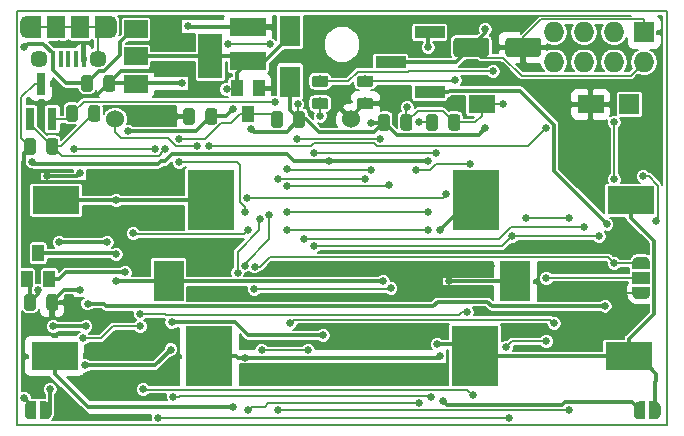
<source format=gbr>
%TF.GenerationSoftware,KiCad,Pcbnew,5.0.2-bee76a0~70~ubuntu18.04.1*%
%TF.CreationDate,2020-02-09T18:50:43+01:00*%
%TF.ProjectId,Mini-BT-Pcb-328P,4d696e69-2d42-4542-9d50-63622d333238,2.0*%
%TF.SameCoordinates,Original*%
%TF.FileFunction,Copper,L2,Bot*%
%TF.FilePolarity,Positive*%
%FSLAX46Y46*%
G04 Gerber Fmt 4.6, Leading zero omitted, Abs format (unit mm)*
G04 Created by KiCad (PCBNEW 5.0.2-bee76a0~70~ubuntu18.04.1) date dom 09 feb 2020 18:50:43 CET*
%MOMM*%
%LPD*%
G01*
G04 APERTURE LIST*
%ADD10C,0.150000*%
%ADD11C,0.500000*%
%ADD12C,1.524000*%
%ADD13R,2.180000X1.600000*%
%ADD14C,1.600000*%
%ADD15R,1.500000X1.000000*%
%ADD16R,2.540000X3.510000*%
%ADD17R,3.020000X1.510000*%
%ADD18C,0.975000*%
%ADD19R,1.700000X1.700000*%
%ADD20R,2.510000X1.000000*%
%ADD21R,1.500000X1.900000*%
%ADD22C,1.450000*%
%ADD23R,0.400000X1.350000*%
%ADD24O,1.200000X1.900000*%
%ADD25R,1.200000X1.900000*%
%ADD26R,1.000000X1.400000*%
%ADD27R,2.000000X3.800000*%
%ADD28R,2.000000X1.500000*%
%ADD29R,0.800000X1.900000*%
%ADD30R,3.960000X5.080000*%
%ADD31R,3.960000X2.340000*%
%ADD32R,1.750000X2.650000*%
%ADD33O,1.727200X1.727200*%
%ADD34R,1.727200X1.727200*%
%ADD35C,0.650000*%
%ADD36C,0.160000*%
%ADD37C,0.300000*%
%ADD38C,0.200000*%
G04 APERTURE END LIST*
D10*
X132080000Y-108406000D02*
X132080000Y-73406000D01*
X187080000Y-108406000D02*
X132080000Y-108406000D01*
X187080000Y-73406000D02*
X187080000Y-108406000D01*
X132080000Y-73406000D02*
X187080000Y-73406000D01*
D11*
X186070000Y-107188000D03*
D10*
G36*
X185570000Y-106438000D02*
X186070000Y-106438000D01*
X186070000Y-106438602D01*
X186094534Y-106438602D01*
X186143365Y-106443412D01*
X186191490Y-106452984D01*
X186238445Y-106467228D01*
X186283778Y-106486005D01*
X186327051Y-106509136D01*
X186367850Y-106536396D01*
X186405779Y-106567524D01*
X186440476Y-106602221D01*
X186471604Y-106640150D01*
X186498864Y-106680949D01*
X186521995Y-106724222D01*
X186540772Y-106769555D01*
X186555016Y-106816510D01*
X186564588Y-106864635D01*
X186569398Y-106913466D01*
X186569398Y-106938000D01*
X186570000Y-106938000D01*
X186570000Y-107438000D01*
X186569398Y-107438000D01*
X186569398Y-107462534D01*
X186564588Y-107511365D01*
X186555016Y-107559490D01*
X186540772Y-107606445D01*
X186521995Y-107651778D01*
X186498864Y-107695051D01*
X186471604Y-107735850D01*
X186440476Y-107773779D01*
X186405779Y-107808476D01*
X186367850Y-107839604D01*
X186327051Y-107866864D01*
X186283778Y-107889995D01*
X186238445Y-107908772D01*
X186191490Y-107923016D01*
X186143365Y-107932588D01*
X186094534Y-107937398D01*
X186070000Y-107937398D01*
X186070000Y-107938000D01*
X185570000Y-107938000D01*
X185570000Y-106438000D01*
X185570000Y-106438000D01*
G37*
D11*
X184770000Y-107188000D03*
D10*
G36*
X184770000Y-107937398D02*
X184745466Y-107937398D01*
X184696635Y-107932588D01*
X184648510Y-107923016D01*
X184601555Y-107908772D01*
X184556222Y-107889995D01*
X184512949Y-107866864D01*
X184472150Y-107839604D01*
X184434221Y-107808476D01*
X184399524Y-107773779D01*
X184368396Y-107735850D01*
X184341136Y-107695051D01*
X184318005Y-107651778D01*
X184299228Y-107606445D01*
X184284984Y-107559490D01*
X184275412Y-107511365D01*
X184270602Y-107462534D01*
X184270602Y-107438000D01*
X184270000Y-107438000D01*
X184270000Y-106938000D01*
X184270602Y-106938000D01*
X184270602Y-106913466D01*
X184275412Y-106864635D01*
X184284984Y-106816510D01*
X184299228Y-106769555D01*
X184318005Y-106724222D01*
X184341136Y-106680949D01*
X184368396Y-106640150D01*
X184399524Y-106602221D01*
X184434221Y-106567524D01*
X184472150Y-106536396D01*
X184512949Y-106509136D01*
X184556222Y-106486005D01*
X184601555Y-106467228D01*
X184648510Y-106452984D01*
X184696635Y-106443412D01*
X184745466Y-106438602D01*
X184770000Y-106438602D01*
X184770000Y-106438000D01*
X185270000Y-106438000D01*
X185270000Y-107938000D01*
X184770000Y-107938000D01*
X184770000Y-107937398D01*
X184770000Y-107937398D01*
G37*
D12*
X140368000Y-82550000D03*
X160368000Y-82550000D03*
D13*
X180622000Y-81280000D03*
X171422000Y-81280000D03*
D10*
G36*
X171794504Y-75655204D02*
X171818773Y-75658804D01*
X171842571Y-75664765D01*
X171865671Y-75673030D01*
X171887849Y-75683520D01*
X171908893Y-75696133D01*
X171928598Y-75710747D01*
X171946777Y-75727223D01*
X171963253Y-75745402D01*
X171977867Y-75765107D01*
X171990480Y-75786151D01*
X172000970Y-75808329D01*
X172009235Y-75831429D01*
X172015196Y-75855227D01*
X172018796Y-75879496D01*
X172020000Y-75904000D01*
X172020000Y-77004000D01*
X172018796Y-77028504D01*
X172015196Y-77052773D01*
X172009235Y-77076571D01*
X172000970Y-77099671D01*
X171990480Y-77121849D01*
X171977867Y-77142893D01*
X171963253Y-77162598D01*
X171946777Y-77180777D01*
X171928598Y-77197253D01*
X171908893Y-77211867D01*
X171887849Y-77224480D01*
X171865671Y-77234970D01*
X171842571Y-77243235D01*
X171818773Y-77249196D01*
X171794504Y-77252796D01*
X171770000Y-77254000D01*
X169270000Y-77254000D01*
X169245496Y-77252796D01*
X169221227Y-77249196D01*
X169197429Y-77243235D01*
X169174329Y-77234970D01*
X169152151Y-77224480D01*
X169131107Y-77211867D01*
X169111402Y-77197253D01*
X169093223Y-77180777D01*
X169076747Y-77162598D01*
X169062133Y-77142893D01*
X169049520Y-77121849D01*
X169039030Y-77099671D01*
X169030765Y-77076571D01*
X169024804Y-77052773D01*
X169021204Y-77028504D01*
X169020000Y-77004000D01*
X169020000Y-75904000D01*
X169021204Y-75879496D01*
X169024804Y-75855227D01*
X169030765Y-75831429D01*
X169039030Y-75808329D01*
X169049520Y-75786151D01*
X169062133Y-75765107D01*
X169076747Y-75745402D01*
X169093223Y-75727223D01*
X169111402Y-75710747D01*
X169131107Y-75696133D01*
X169152151Y-75683520D01*
X169174329Y-75673030D01*
X169197429Y-75664765D01*
X169221227Y-75658804D01*
X169245496Y-75655204D01*
X169270000Y-75654000D01*
X171770000Y-75654000D01*
X171794504Y-75655204D01*
X171794504Y-75655204D01*
G37*
D14*
X170520000Y-76454000D03*
D10*
G36*
X176194504Y-75655204D02*
X176218773Y-75658804D01*
X176242571Y-75664765D01*
X176265671Y-75673030D01*
X176287849Y-75683520D01*
X176308893Y-75696133D01*
X176328598Y-75710747D01*
X176346777Y-75727223D01*
X176363253Y-75745402D01*
X176377867Y-75765107D01*
X176390480Y-75786151D01*
X176400970Y-75808329D01*
X176409235Y-75831429D01*
X176415196Y-75855227D01*
X176418796Y-75879496D01*
X176420000Y-75904000D01*
X176420000Y-77004000D01*
X176418796Y-77028504D01*
X176415196Y-77052773D01*
X176409235Y-77076571D01*
X176400970Y-77099671D01*
X176390480Y-77121849D01*
X176377867Y-77142893D01*
X176363253Y-77162598D01*
X176346777Y-77180777D01*
X176328598Y-77197253D01*
X176308893Y-77211867D01*
X176287849Y-77224480D01*
X176265671Y-77234970D01*
X176242571Y-77243235D01*
X176218773Y-77249196D01*
X176194504Y-77252796D01*
X176170000Y-77254000D01*
X173670000Y-77254000D01*
X173645496Y-77252796D01*
X173621227Y-77249196D01*
X173597429Y-77243235D01*
X173574329Y-77234970D01*
X173552151Y-77224480D01*
X173531107Y-77211867D01*
X173511402Y-77197253D01*
X173493223Y-77180777D01*
X173476747Y-77162598D01*
X173462133Y-77142893D01*
X173449520Y-77121849D01*
X173439030Y-77099671D01*
X173430765Y-77076571D01*
X173424804Y-77052773D01*
X173421204Y-77028504D01*
X173420000Y-77004000D01*
X173420000Y-75904000D01*
X173421204Y-75879496D01*
X173424804Y-75855227D01*
X173430765Y-75831429D01*
X173439030Y-75808329D01*
X173449520Y-75786151D01*
X173462133Y-75765107D01*
X173476747Y-75745402D01*
X173493223Y-75727223D01*
X173511402Y-75710747D01*
X173531107Y-75696133D01*
X173552151Y-75683520D01*
X173574329Y-75673030D01*
X173597429Y-75664765D01*
X173621227Y-75658804D01*
X173645496Y-75655204D01*
X173670000Y-75654000D01*
X176170000Y-75654000D01*
X176194504Y-75655204D01*
X176194504Y-75655204D01*
G37*
D14*
X174920000Y-76454000D03*
D11*
X134508000Y-107188000D03*
D10*
G36*
X134008000Y-106438000D02*
X134508000Y-106438000D01*
X134508000Y-106438602D01*
X134532534Y-106438602D01*
X134581365Y-106443412D01*
X134629490Y-106452984D01*
X134676445Y-106467228D01*
X134721778Y-106486005D01*
X134765051Y-106509136D01*
X134805850Y-106536396D01*
X134843779Y-106567524D01*
X134878476Y-106602221D01*
X134909604Y-106640150D01*
X134936864Y-106680949D01*
X134959995Y-106724222D01*
X134978772Y-106769555D01*
X134993016Y-106816510D01*
X135002588Y-106864635D01*
X135007398Y-106913466D01*
X135007398Y-106938000D01*
X135008000Y-106938000D01*
X135008000Y-107438000D01*
X135007398Y-107438000D01*
X135007398Y-107462534D01*
X135002588Y-107511365D01*
X134993016Y-107559490D01*
X134978772Y-107606445D01*
X134959995Y-107651778D01*
X134936864Y-107695051D01*
X134909604Y-107735850D01*
X134878476Y-107773779D01*
X134843779Y-107808476D01*
X134805850Y-107839604D01*
X134765051Y-107866864D01*
X134721778Y-107889995D01*
X134676445Y-107908772D01*
X134629490Y-107923016D01*
X134581365Y-107932588D01*
X134532534Y-107937398D01*
X134508000Y-107937398D01*
X134508000Y-107938000D01*
X134008000Y-107938000D01*
X134008000Y-106438000D01*
X134008000Y-106438000D01*
G37*
D11*
X133208000Y-107188000D03*
D10*
G36*
X133208000Y-107937398D02*
X133183466Y-107937398D01*
X133134635Y-107932588D01*
X133086510Y-107923016D01*
X133039555Y-107908772D01*
X132994222Y-107889995D01*
X132950949Y-107866864D01*
X132910150Y-107839604D01*
X132872221Y-107808476D01*
X132837524Y-107773779D01*
X132806396Y-107735850D01*
X132779136Y-107695051D01*
X132756005Y-107651778D01*
X132737228Y-107606445D01*
X132722984Y-107559490D01*
X132713412Y-107511365D01*
X132708602Y-107462534D01*
X132708602Y-107438000D01*
X132708000Y-107438000D01*
X132708000Y-106938000D01*
X132708602Y-106938000D01*
X132708602Y-106913466D01*
X132713412Y-106864635D01*
X132722984Y-106816510D01*
X132737228Y-106769555D01*
X132756005Y-106724222D01*
X132779136Y-106680949D01*
X132806396Y-106640150D01*
X132837524Y-106602221D01*
X132872221Y-106567524D01*
X132910150Y-106536396D01*
X132950949Y-106509136D01*
X132994222Y-106486005D01*
X133039555Y-106467228D01*
X133086510Y-106452984D01*
X133134635Y-106443412D01*
X133183466Y-106438602D01*
X133208000Y-106438602D01*
X133208000Y-106438000D01*
X133708000Y-106438000D01*
X133708000Y-107938000D01*
X133208000Y-107938000D01*
X133208000Y-107937398D01*
X133208000Y-107937398D01*
G37*
D11*
X184912000Y-94682000D03*
D10*
G36*
X184162000Y-95232000D02*
X184162000Y-94682000D01*
X184162602Y-94682000D01*
X184162602Y-94657466D01*
X184167412Y-94608635D01*
X184176984Y-94560510D01*
X184191228Y-94513555D01*
X184210005Y-94468222D01*
X184233136Y-94424949D01*
X184260396Y-94384150D01*
X184291524Y-94346221D01*
X184326221Y-94311524D01*
X184364150Y-94280396D01*
X184404949Y-94253136D01*
X184448222Y-94230005D01*
X184493555Y-94211228D01*
X184540510Y-94196984D01*
X184588635Y-94187412D01*
X184637466Y-94182602D01*
X184662000Y-94182602D01*
X184662000Y-94182000D01*
X185162000Y-94182000D01*
X185162000Y-94182602D01*
X185186534Y-94182602D01*
X185235365Y-94187412D01*
X185283490Y-94196984D01*
X185330445Y-94211228D01*
X185375778Y-94230005D01*
X185419051Y-94253136D01*
X185459850Y-94280396D01*
X185497779Y-94311524D01*
X185532476Y-94346221D01*
X185563604Y-94384150D01*
X185590864Y-94424949D01*
X185613995Y-94468222D01*
X185632772Y-94513555D01*
X185647016Y-94560510D01*
X185656588Y-94608635D01*
X185661398Y-94657466D01*
X185661398Y-94682000D01*
X185662000Y-94682000D01*
X185662000Y-95232000D01*
X184162000Y-95232000D01*
X184162000Y-95232000D01*
G37*
D11*
X184912000Y-97282000D03*
D10*
G36*
X185661398Y-97282000D02*
X185661398Y-97306534D01*
X185656588Y-97355365D01*
X185647016Y-97403490D01*
X185632772Y-97450445D01*
X185613995Y-97495778D01*
X185590864Y-97539051D01*
X185563604Y-97579850D01*
X185532476Y-97617779D01*
X185497779Y-97652476D01*
X185459850Y-97683604D01*
X185419051Y-97710864D01*
X185375778Y-97733995D01*
X185330445Y-97752772D01*
X185283490Y-97767016D01*
X185235365Y-97776588D01*
X185186534Y-97781398D01*
X185162000Y-97781398D01*
X185162000Y-97782000D01*
X184662000Y-97782000D01*
X184662000Y-97781398D01*
X184637466Y-97781398D01*
X184588635Y-97776588D01*
X184540510Y-97767016D01*
X184493555Y-97752772D01*
X184448222Y-97733995D01*
X184404949Y-97710864D01*
X184364150Y-97683604D01*
X184326221Y-97652476D01*
X184291524Y-97617779D01*
X184260396Y-97579850D01*
X184233136Y-97539051D01*
X184210005Y-97495778D01*
X184191228Y-97450445D01*
X184176984Y-97403490D01*
X184167412Y-97355365D01*
X184162602Y-97306534D01*
X184162602Y-97282000D01*
X184162000Y-97282000D01*
X184162000Y-96732000D01*
X185662000Y-96732000D01*
X185662000Y-97282000D01*
X185661398Y-97282000D01*
X185661398Y-97282000D01*
G37*
D15*
X184912000Y-95982000D03*
D16*
X144900000Y-96266000D03*
X174260000Y-96266000D03*
D17*
X151638000Y-77650000D03*
X151638000Y-74750000D03*
D10*
G36*
X133442142Y-97345174D02*
X133465803Y-97348684D01*
X133489007Y-97354496D01*
X133511529Y-97362554D01*
X133533153Y-97372782D01*
X133553670Y-97385079D01*
X133572883Y-97399329D01*
X133590607Y-97415393D01*
X133606671Y-97433117D01*
X133620921Y-97452330D01*
X133633218Y-97472847D01*
X133643446Y-97494471D01*
X133651504Y-97516993D01*
X133657316Y-97540197D01*
X133660826Y-97563858D01*
X133662000Y-97587750D01*
X133662000Y-98500250D01*
X133660826Y-98524142D01*
X133657316Y-98547803D01*
X133651504Y-98571007D01*
X133643446Y-98593529D01*
X133633218Y-98615153D01*
X133620921Y-98635670D01*
X133606671Y-98654883D01*
X133590607Y-98672607D01*
X133572883Y-98688671D01*
X133553670Y-98702921D01*
X133533153Y-98715218D01*
X133511529Y-98725446D01*
X133489007Y-98733504D01*
X133465803Y-98739316D01*
X133442142Y-98742826D01*
X133418250Y-98744000D01*
X132930750Y-98744000D01*
X132906858Y-98742826D01*
X132883197Y-98739316D01*
X132859993Y-98733504D01*
X132837471Y-98725446D01*
X132815847Y-98715218D01*
X132795330Y-98702921D01*
X132776117Y-98688671D01*
X132758393Y-98672607D01*
X132742329Y-98654883D01*
X132728079Y-98635670D01*
X132715782Y-98615153D01*
X132705554Y-98593529D01*
X132697496Y-98571007D01*
X132691684Y-98547803D01*
X132688174Y-98524142D01*
X132687000Y-98500250D01*
X132687000Y-97587750D01*
X132688174Y-97563858D01*
X132691684Y-97540197D01*
X132697496Y-97516993D01*
X132705554Y-97494471D01*
X132715782Y-97472847D01*
X132728079Y-97452330D01*
X132742329Y-97433117D01*
X132758393Y-97415393D01*
X132776117Y-97399329D01*
X132795330Y-97385079D01*
X132815847Y-97372782D01*
X132837471Y-97362554D01*
X132859993Y-97354496D01*
X132883197Y-97348684D01*
X132906858Y-97345174D01*
X132930750Y-97344000D01*
X133418250Y-97344000D01*
X133442142Y-97345174D01*
X133442142Y-97345174D01*
G37*
D18*
X133174500Y-98044000D03*
D10*
G36*
X135317142Y-97345174D02*
X135340803Y-97348684D01*
X135364007Y-97354496D01*
X135386529Y-97362554D01*
X135408153Y-97372782D01*
X135428670Y-97385079D01*
X135447883Y-97399329D01*
X135465607Y-97415393D01*
X135481671Y-97433117D01*
X135495921Y-97452330D01*
X135508218Y-97472847D01*
X135518446Y-97494471D01*
X135526504Y-97516993D01*
X135532316Y-97540197D01*
X135535826Y-97563858D01*
X135537000Y-97587750D01*
X135537000Y-98500250D01*
X135535826Y-98524142D01*
X135532316Y-98547803D01*
X135526504Y-98571007D01*
X135518446Y-98593529D01*
X135508218Y-98615153D01*
X135495921Y-98635670D01*
X135481671Y-98654883D01*
X135465607Y-98672607D01*
X135447883Y-98688671D01*
X135428670Y-98702921D01*
X135408153Y-98715218D01*
X135386529Y-98725446D01*
X135364007Y-98733504D01*
X135340803Y-98739316D01*
X135317142Y-98742826D01*
X135293250Y-98744000D01*
X134805750Y-98744000D01*
X134781858Y-98742826D01*
X134758197Y-98739316D01*
X134734993Y-98733504D01*
X134712471Y-98725446D01*
X134690847Y-98715218D01*
X134670330Y-98702921D01*
X134651117Y-98688671D01*
X134633393Y-98672607D01*
X134617329Y-98654883D01*
X134603079Y-98635670D01*
X134590782Y-98615153D01*
X134580554Y-98593529D01*
X134572496Y-98571007D01*
X134566684Y-98547803D01*
X134563174Y-98524142D01*
X134562000Y-98500250D01*
X134562000Y-97587750D01*
X134563174Y-97563858D01*
X134566684Y-97540197D01*
X134572496Y-97516993D01*
X134580554Y-97494471D01*
X134590782Y-97472847D01*
X134603079Y-97452330D01*
X134617329Y-97433117D01*
X134633393Y-97415393D01*
X134651117Y-97399329D01*
X134670330Y-97385079D01*
X134690847Y-97372782D01*
X134712471Y-97362554D01*
X134734993Y-97354496D01*
X134758197Y-97348684D01*
X134781858Y-97345174D01*
X134805750Y-97344000D01*
X135293250Y-97344000D01*
X135317142Y-97345174D01*
X135317142Y-97345174D01*
G37*
D18*
X135049500Y-98044000D03*
D10*
G36*
X138268142Y-78803174D02*
X138291803Y-78806684D01*
X138315007Y-78812496D01*
X138337529Y-78820554D01*
X138359153Y-78830782D01*
X138379670Y-78843079D01*
X138398883Y-78857329D01*
X138416607Y-78873393D01*
X138432671Y-78891117D01*
X138446921Y-78910330D01*
X138459218Y-78930847D01*
X138469446Y-78952471D01*
X138477504Y-78974993D01*
X138483316Y-78998197D01*
X138486826Y-79021858D01*
X138488000Y-79045750D01*
X138488000Y-79958250D01*
X138486826Y-79982142D01*
X138483316Y-80005803D01*
X138477504Y-80029007D01*
X138469446Y-80051529D01*
X138459218Y-80073153D01*
X138446921Y-80093670D01*
X138432671Y-80112883D01*
X138416607Y-80130607D01*
X138398883Y-80146671D01*
X138379670Y-80160921D01*
X138359153Y-80173218D01*
X138337529Y-80183446D01*
X138315007Y-80191504D01*
X138291803Y-80197316D01*
X138268142Y-80200826D01*
X138244250Y-80202000D01*
X137756750Y-80202000D01*
X137732858Y-80200826D01*
X137709197Y-80197316D01*
X137685993Y-80191504D01*
X137663471Y-80183446D01*
X137641847Y-80173218D01*
X137621330Y-80160921D01*
X137602117Y-80146671D01*
X137584393Y-80130607D01*
X137568329Y-80112883D01*
X137554079Y-80093670D01*
X137541782Y-80073153D01*
X137531554Y-80051529D01*
X137523496Y-80029007D01*
X137517684Y-80005803D01*
X137514174Y-79982142D01*
X137513000Y-79958250D01*
X137513000Y-79045750D01*
X137514174Y-79021858D01*
X137517684Y-78998197D01*
X137523496Y-78974993D01*
X137531554Y-78952471D01*
X137541782Y-78930847D01*
X137554079Y-78910330D01*
X137568329Y-78891117D01*
X137584393Y-78873393D01*
X137602117Y-78857329D01*
X137621330Y-78843079D01*
X137641847Y-78830782D01*
X137663471Y-78820554D01*
X137685993Y-78812496D01*
X137709197Y-78806684D01*
X137732858Y-78803174D01*
X137756750Y-78802000D01*
X138244250Y-78802000D01*
X138268142Y-78803174D01*
X138268142Y-78803174D01*
G37*
D18*
X138000500Y-79502000D03*
D10*
G36*
X140143142Y-78803174D02*
X140166803Y-78806684D01*
X140190007Y-78812496D01*
X140212529Y-78820554D01*
X140234153Y-78830782D01*
X140254670Y-78843079D01*
X140273883Y-78857329D01*
X140291607Y-78873393D01*
X140307671Y-78891117D01*
X140321921Y-78910330D01*
X140334218Y-78930847D01*
X140344446Y-78952471D01*
X140352504Y-78974993D01*
X140358316Y-78998197D01*
X140361826Y-79021858D01*
X140363000Y-79045750D01*
X140363000Y-79958250D01*
X140361826Y-79982142D01*
X140358316Y-80005803D01*
X140352504Y-80029007D01*
X140344446Y-80051529D01*
X140334218Y-80073153D01*
X140321921Y-80093670D01*
X140307671Y-80112883D01*
X140291607Y-80130607D01*
X140273883Y-80146671D01*
X140254670Y-80160921D01*
X140234153Y-80173218D01*
X140212529Y-80183446D01*
X140190007Y-80191504D01*
X140166803Y-80197316D01*
X140143142Y-80200826D01*
X140119250Y-80202000D01*
X139631750Y-80202000D01*
X139607858Y-80200826D01*
X139584197Y-80197316D01*
X139560993Y-80191504D01*
X139538471Y-80183446D01*
X139516847Y-80173218D01*
X139496330Y-80160921D01*
X139477117Y-80146671D01*
X139459393Y-80130607D01*
X139443329Y-80112883D01*
X139429079Y-80093670D01*
X139416782Y-80073153D01*
X139406554Y-80051529D01*
X139398496Y-80029007D01*
X139392684Y-80005803D01*
X139389174Y-79982142D01*
X139388000Y-79958250D01*
X139388000Y-79045750D01*
X139389174Y-79021858D01*
X139392684Y-78998197D01*
X139398496Y-78974993D01*
X139406554Y-78952471D01*
X139416782Y-78930847D01*
X139429079Y-78910330D01*
X139443329Y-78891117D01*
X139459393Y-78873393D01*
X139477117Y-78857329D01*
X139496330Y-78843079D01*
X139516847Y-78830782D01*
X139538471Y-78820554D01*
X139560993Y-78812496D01*
X139584197Y-78806684D01*
X139607858Y-78803174D01*
X139631750Y-78802000D01*
X140119250Y-78802000D01*
X140143142Y-78803174D01*
X140143142Y-78803174D01*
G37*
D18*
X139875500Y-79502000D03*
D10*
G36*
X135317142Y-84137174D02*
X135340803Y-84140684D01*
X135364007Y-84146496D01*
X135386529Y-84154554D01*
X135408153Y-84164782D01*
X135428670Y-84177079D01*
X135447883Y-84191329D01*
X135465607Y-84207393D01*
X135481671Y-84225117D01*
X135495921Y-84244330D01*
X135508218Y-84264847D01*
X135518446Y-84286471D01*
X135526504Y-84308993D01*
X135532316Y-84332197D01*
X135535826Y-84355858D01*
X135537000Y-84379750D01*
X135537000Y-85292250D01*
X135535826Y-85316142D01*
X135532316Y-85339803D01*
X135526504Y-85363007D01*
X135518446Y-85385529D01*
X135508218Y-85407153D01*
X135495921Y-85427670D01*
X135481671Y-85446883D01*
X135465607Y-85464607D01*
X135447883Y-85480671D01*
X135428670Y-85494921D01*
X135408153Y-85507218D01*
X135386529Y-85517446D01*
X135364007Y-85525504D01*
X135340803Y-85531316D01*
X135317142Y-85534826D01*
X135293250Y-85536000D01*
X134805750Y-85536000D01*
X134781858Y-85534826D01*
X134758197Y-85531316D01*
X134734993Y-85525504D01*
X134712471Y-85517446D01*
X134690847Y-85507218D01*
X134670330Y-85494921D01*
X134651117Y-85480671D01*
X134633393Y-85464607D01*
X134617329Y-85446883D01*
X134603079Y-85427670D01*
X134590782Y-85407153D01*
X134580554Y-85385529D01*
X134572496Y-85363007D01*
X134566684Y-85339803D01*
X134563174Y-85316142D01*
X134562000Y-85292250D01*
X134562000Y-84379750D01*
X134563174Y-84355858D01*
X134566684Y-84332197D01*
X134572496Y-84308993D01*
X134580554Y-84286471D01*
X134590782Y-84264847D01*
X134603079Y-84244330D01*
X134617329Y-84225117D01*
X134633393Y-84207393D01*
X134651117Y-84191329D01*
X134670330Y-84177079D01*
X134690847Y-84164782D01*
X134712471Y-84154554D01*
X134734993Y-84146496D01*
X134758197Y-84140684D01*
X134781858Y-84137174D01*
X134805750Y-84136000D01*
X135293250Y-84136000D01*
X135317142Y-84137174D01*
X135317142Y-84137174D01*
G37*
D18*
X135049500Y-84836000D03*
D10*
G36*
X133442142Y-84137174D02*
X133465803Y-84140684D01*
X133489007Y-84146496D01*
X133511529Y-84154554D01*
X133533153Y-84164782D01*
X133553670Y-84177079D01*
X133572883Y-84191329D01*
X133590607Y-84207393D01*
X133606671Y-84225117D01*
X133620921Y-84244330D01*
X133633218Y-84264847D01*
X133643446Y-84286471D01*
X133651504Y-84308993D01*
X133657316Y-84332197D01*
X133660826Y-84355858D01*
X133662000Y-84379750D01*
X133662000Y-85292250D01*
X133660826Y-85316142D01*
X133657316Y-85339803D01*
X133651504Y-85363007D01*
X133643446Y-85385529D01*
X133633218Y-85407153D01*
X133620921Y-85427670D01*
X133606671Y-85446883D01*
X133590607Y-85464607D01*
X133572883Y-85480671D01*
X133553670Y-85494921D01*
X133533153Y-85507218D01*
X133511529Y-85517446D01*
X133489007Y-85525504D01*
X133465803Y-85531316D01*
X133442142Y-85534826D01*
X133418250Y-85536000D01*
X132930750Y-85536000D01*
X132906858Y-85534826D01*
X132883197Y-85531316D01*
X132859993Y-85525504D01*
X132837471Y-85517446D01*
X132815847Y-85507218D01*
X132795330Y-85494921D01*
X132776117Y-85480671D01*
X132758393Y-85464607D01*
X132742329Y-85446883D01*
X132728079Y-85427670D01*
X132715782Y-85407153D01*
X132705554Y-85385529D01*
X132697496Y-85363007D01*
X132691684Y-85339803D01*
X132688174Y-85316142D01*
X132687000Y-85292250D01*
X132687000Y-84379750D01*
X132688174Y-84355858D01*
X132691684Y-84332197D01*
X132697496Y-84308993D01*
X132705554Y-84286471D01*
X132715782Y-84264847D01*
X132728079Y-84244330D01*
X132742329Y-84225117D01*
X132758393Y-84207393D01*
X132776117Y-84191329D01*
X132795330Y-84177079D01*
X132815847Y-84164782D01*
X132837471Y-84154554D01*
X132859993Y-84146496D01*
X132883197Y-84140684D01*
X132906858Y-84137174D01*
X132930750Y-84136000D01*
X133418250Y-84136000D01*
X133442142Y-84137174D01*
X133442142Y-84137174D01*
G37*
D18*
X133174500Y-84836000D03*
D10*
G36*
X169353142Y-82105174D02*
X169376803Y-82108684D01*
X169400007Y-82114496D01*
X169422529Y-82122554D01*
X169444153Y-82132782D01*
X169464670Y-82145079D01*
X169483883Y-82159329D01*
X169501607Y-82175393D01*
X169517671Y-82193117D01*
X169531921Y-82212330D01*
X169544218Y-82232847D01*
X169554446Y-82254471D01*
X169562504Y-82276993D01*
X169568316Y-82300197D01*
X169571826Y-82323858D01*
X169573000Y-82347750D01*
X169573000Y-83260250D01*
X169571826Y-83284142D01*
X169568316Y-83307803D01*
X169562504Y-83331007D01*
X169554446Y-83353529D01*
X169544218Y-83375153D01*
X169531921Y-83395670D01*
X169517671Y-83414883D01*
X169501607Y-83432607D01*
X169483883Y-83448671D01*
X169464670Y-83462921D01*
X169444153Y-83475218D01*
X169422529Y-83485446D01*
X169400007Y-83493504D01*
X169376803Y-83499316D01*
X169353142Y-83502826D01*
X169329250Y-83504000D01*
X168841750Y-83504000D01*
X168817858Y-83502826D01*
X168794197Y-83499316D01*
X168770993Y-83493504D01*
X168748471Y-83485446D01*
X168726847Y-83475218D01*
X168706330Y-83462921D01*
X168687117Y-83448671D01*
X168669393Y-83432607D01*
X168653329Y-83414883D01*
X168639079Y-83395670D01*
X168626782Y-83375153D01*
X168616554Y-83353529D01*
X168608496Y-83331007D01*
X168602684Y-83307803D01*
X168599174Y-83284142D01*
X168598000Y-83260250D01*
X168598000Y-82347750D01*
X168599174Y-82323858D01*
X168602684Y-82300197D01*
X168608496Y-82276993D01*
X168616554Y-82254471D01*
X168626782Y-82232847D01*
X168639079Y-82212330D01*
X168653329Y-82193117D01*
X168669393Y-82175393D01*
X168687117Y-82159329D01*
X168706330Y-82145079D01*
X168726847Y-82132782D01*
X168748471Y-82122554D01*
X168770993Y-82114496D01*
X168794197Y-82108684D01*
X168817858Y-82105174D01*
X168841750Y-82104000D01*
X169329250Y-82104000D01*
X169353142Y-82105174D01*
X169353142Y-82105174D01*
G37*
D18*
X169085500Y-82804000D03*
D10*
G36*
X167478142Y-82105174D02*
X167501803Y-82108684D01*
X167525007Y-82114496D01*
X167547529Y-82122554D01*
X167569153Y-82132782D01*
X167589670Y-82145079D01*
X167608883Y-82159329D01*
X167626607Y-82175393D01*
X167642671Y-82193117D01*
X167656921Y-82212330D01*
X167669218Y-82232847D01*
X167679446Y-82254471D01*
X167687504Y-82276993D01*
X167693316Y-82300197D01*
X167696826Y-82323858D01*
X167698000Y-82347750D01*
X167698000Y-83260250D01*
X167696826Y-83284142D01*
X167693316Y-83307803D01*
X167687504Y-83331007D01*
X167679446Y-83353529D01*
X167669218Y-83375153D01*
X167656921Y-83395670D01*
X167642671Y-83414883D01*
X167626607Y-83432607D01*
X167608883Y-83448671D01*
X167589670Y-83462921D01*
X167569153Y-83475218D01*
X167547529Y-83485446D01*
X167525007Y-83493504D01*
X167501803Y-83499316D01*
X167478142Y-83502826D01*
X167454250Y-83504000D01*
X166966750Y-83504000D01*
X166942858Y-83502826D01*
X166919197Y-83499316D01*
X166895993Y-83493504D01*
X166873471Y-83485446D01*
X166851847Y-83475218D01*
X166831330Y-83462921D01*
X166812117Y-83448671D01*
X166794393Y-83432607D01*
X166778329Y-83414883D01*
X166764079Y-83395670D01*
X166751782Y-83375153D01*
X166741554Y-83353529D01*
X166733496Y-83331007D01*
X166727684Y-83307803D01*
X166724174Y-83284142D01*
X166723000Y-83260250D01*
X166723000Y-82347750D01*
X166724174Y-82323858D01*
X166727684Y-82300197D01*
X166733496Y-82276993D01*
X166741554Y-82254471D01*
X166751782Y-82232847D01*
X166764079Y-82212330D01*
X166778329Y-82193117D01*
X166794393Y-82175393D01*
X166812117Y-82159329D01*
X166831330Y-82145079D01*
X166851847Y-82132782D01*
X166873471Y-82122554D01*
X166895993Y-82114496D01*
X166919197Y-82108684D01*
X166942858Y-82105174D01*
X166966750Y-82104000D01*
X167454250Y-82104000D01*
X167478142Y-82105174D01*
X167478142Y-82105174D01*
G37*
D18*
X167210500Y-82804000D03*
D19*
X183896000Y-81280000D03*
D20*
X167009000Y-75184000D03*
X167009000Y-80264000D03*
X163699000Y-77724000D03*
D21*
X137398000Y-74708500D03*
D22*
X133898000Y-77408500D03*
D23*
X135748000Y-77408500D03*
X135098000Y-77408500D03*
X137698000Y-77408500D03*
X137048000Y-77408500D03*
X136398000Y-77408500D03*
D22*
X138898000Y-77408500D03*
D21*
X135398000Y-74708500D03*
D24*
X132898000Y-74708500D03*
X139898000Y-74708500D03*
D25*
X139298000Y-74708500D03*
X133498000Y-74708500D03*
D26*
X151638000Y-82126000D03*
X152588000Y-79926000D03*
X150688000Y-79926000D03*
X133858000Y-93896000D03*
X132908000Y-96096000D03*
X134808000Y-96096000D03*
D27*
X148438000Y-77216000D03*
D28*
X142138000Y-77216000D03*
X142138000Y-74916000D03*
X142138000Y-79516000D03*
D29*
X135062000Y-82526000D03*
X133162000Y-82526000D03*
X134112000Y-79526000D03*
D10*
G36*
X158214142Y-80715174D02*
X158237803Y-80718684D01*
X158261007Y-80724496D01*
X158283529Y-80732554D01*
X158305153Y-80742782D01*
X158325670Y-80755079D01*
X158344883Y-80769329D01*
X158362607Y-80785393D01*
X158378671Y-80803117D01*
X158392921Y-80822330D01*
X158405218Y-80842847D01*
X158415446Y-80864471D01*
X158423504Y-80886993D01*
X158429316Y-80910197D01*
X158432826Y-80933858D01*
X158434000Y-80957750D01*
X158434000Y-81445250D01*
X158432826Y-81469142D01*
X158429316Y-81492803D01*
X158423504Y-81516007D01*
X158415446Y-81538529D01*
X158405218Y-81560153D01*
X158392921Y-81580670D01*
X158378671Y-81599883D01*
X158362607Y-81617607D01*
X158344883Y-81633671D01*
X158325670Y-81647921D01*
X158305153Y-81660218D01*
X158283529Y-81670446D01*
X158261007Y-81678504D01*
X158237803Y-81684316D01*
X158214142Y-81687826D01*
X158190250Y-81689000D01*
X157277750Y-81689000D01*
X157253858Y-81687826D01*
X157230197Y-81684316D01*
X157206993Y-81678504D01*
X157184471Y-81670446D01*
X157162847Y-81660218D01*
X157142330Y-81647921D01*
X157123117Y-81633671D01*
X157105393Y-81617607D01*
X157089329Y-81599883D01*
X157075079Y-81580670D01*
X157062782Y-81560153D01*
X157052554Y-81538529D01*
X157044496Y-81516007D01*
X157038684Y-81492803D01*
X157035174Y-81469142D01*
X157034000Y-81445250D01*
X157034000Y-80957750D01*
X157035174Y-80933858D01*
X157038684Y-80910197D01*
X157044496Y-80886993D01*
X157052554Y-80864471D01*
X157062782Y-80842847D01*
X157075079Y-80822330D01*
X157089329Y-80803117D01*
X157105393Y-80785393D01*
X157123117Y-80769329D01*
X157142330Y-80755079D01*
X157162847Y-80742782D01*
X157184471Y-80732554D01*
X157206993Y-80724496D01*
X157230197Y-80718684D01*
X157253858Y-80715174D01*
X157277750Y-80714000D01*
X158190250Y-80714000D01*
X158214142Y-80715174D01*
X158214142Y-80715174D01*
G37*
D18*
X157734000Y-81201500D03*
D10*
G36*
X158214142Y-78840174D02*
X158237803Y-78843684D01*
X158261007Y-78849496D01*
X158283529Y-78857554D01*
X158305153Y-78867782D01*
X158325670Y-78880079D01*
X158344883Y-78894329D01*
X158362607Y-78910393D01*
X158378671Y-78928117D01*
X158392921Y-78947330D01*
X158405218Y-78967847D01*
X158415446Y-78989471D01*
X158423504Y-79011993D01*
X158429316Y-79035197D01*
X158432826Y-79058858D01*
X158434000Y-79082750D01*
X158434000Y-79570250D01*
X158432826Y-79594142D01*
X158429316Y-79617803D01*
X158423504Y-79641007D01*
X158415446Y-79663529D01*
X158405218Y-79685153D01*
X158392921Y-79705670D01*
X158378671Y-79724883D01*
X158362607Y-79742607D01*
X158344883Y-79758671D01*
X158325670Y-79772921D01*
X158305153Y-79785218D01*
X158283529Y-79795446D01*
X158261007Y-79803504D01*
X158237803Y-79809316D01*
X158214142Y-79812826D01*
X158190250Y-79814000D01*
X157277750Y-79814000D01*
X157253858Y-79812826D01*
X157230197Y-79809316D01*
X157206993Y-79803504D01*
X157184471Y-79795446D01*
X157162847Y-79785218D01*
X157142330Y-79772921D01*
X157123117Y-79758671D01*
X157105393Y-79742607D01*
X157089329Y-79724883D01*
X157075079Y-79705670D01*
X157062782Y-79685153D01*
X157052554Y-79663529D01*
X157044496Y-79641007D01*
X157038684Y-79617803D01*
X157035174Y-79594142D01*
X157034000Y-79570250D01*
X157034000Y-79082750D01*
X157035174Y-79058858D01*
X157038684Y-79035197D01*
X157044496Y-79011993D01*
X157052554Y-78989471D01*
X157062782Y-78967847D01*
X157075079Y-78947330D01*
X157089329Y-78928117D01*
X157105393Y-78910393D01*
X157123117Y-78894329D01*
X157142330Y-78880079D01*
X157162847Y-78867782D01*
X157184471Y-78857554D01*
X157206993Y-78849496D01*
X157230197Y-78843684D01*
X157253858Y-78840174D01*
X157277750Y-78839000D01*
X158190250Y-78839000D01*
X158214142Y-78840174D01*
X158214142Y-78840174D01*
G37*
D18*
X157734000Y-79326500D03*
D10*
G36*
X162024142Y-78840174D02*
X162047803Y-78843684D01*
X162071007Y-78849496D01*
X162093529Y-78857554D01*
X162115153Y-78867782D01*
X162135670Y-78880079D01*
X162154883Y-78894329D01*
X162172607Y-78910393D01*
X162188671Y-78928117D01*
X162202921Y-78947330D01*
X162215218Y-78967847D01*
X162225446Y-78989471D01*
X162233504Y-79011993D01*
X162239316Y-79035197D01*
X162242826Y-79058858D01*
X162244000Y-79082750D01*
X162244000Y-79570250D01*
X162242826Y-79594142D01*
X162239316Y-79617803D01*
X162233504Y-79641007D01*
X162225446Y-79663529D01*
X162215218Y-79685153D01*
X162202921Y-79705670D01*
X162188671Y-79724883D01*
X162172607Y-79742607D01*
X162154883Y-79758671D01*
X162135670Y-79772921D01*
X162115153Y-79785218D01*
X162093529Y-79795446D01*
X162071007Y-79803504D01*
X162047803Y-79809316D01*
X162024142Y-79812826D01*
X162000250Y-79814000D01*
X161087750Y-79814000D01*
X161063858Y-79812826D01*
X161040197Y-79809316D01*
X161016993Y-79803504D01*
X160994471Y-79795446D01*
X160972847Y-79785218D01*
X160952330Y-79772921D01*
X160933117Y-79758671D01*
X160915393Y-79742607D01*
X160899329Y-79724883D01*
X160885079Y-79705670D01*
X160872782Y-79685153D01*
X160862554Y-79663529D01*
X160854496Y-79641007D01*
X160848684Y-79617803D01*
X160845174Y-79594142D01*
X160844000Y-79570250D01*
X160844000Y-79082750D01*
X160845174Y-79058858D01*
X160848684Y-79035197D01*
X160854496Y-79011993D01*
X160862554Y-78989471D01*
X160872782Y-78967847D01*
X160885079Y-78947330D01*
X160899329Y-78928117D01*
X160915393Y-78910393D01*
X160933117Y-78894329D01*
X160952330Y-78880079D01*
X160972847Y-78867782D01*
X160994471Y-78857554D01*
X161016993Y-78849496D01*
X161040197Y-78843684D01*
X161063858Y-78840174D01*
X161087750Y-78839000D01*
X162000250Y-78839000D01*
X162024142Y-78840174D01*
X162024142Y-78840174D01*
G37*
D18*
X161544000Y-79326500D03*
D10*
G36*
X162024142Y-80715174D02*
X162047803Y-80718684D01*
X162071007Y-80724496D01*
X162093529Y-80732554D01*
X162115153Y-80742782D01*
X162135670Y-80755079D01*
X162154883Y-80769329D01*
X162172607Y-80785393D01*
X162188671Y-80803117D01*
X162202921Y-80822330D01*
X162215218Y-80842847D01*
X162225446Y-80864471D01*
X162233504Y-80886993D01*
X162239316Y-80910197D01*
X162242826Y-80933858D01*
X162244000Y-80957750D01*
X162244000Y-81445250D01*
X162242826Y-81469142D01*
X162239316Y-81492803D01*
X162233504Y-81516007D01*
X162225446Y-81538529D01*
X162215218Y-81560153D01*
X162202921Y-81580670D01*
X162188671Y-81599883D01*
X162172607Y-81617607D01*
X162154883Y-81633671D01*
X162135670Y-81647921D01*
X162115153Y-81660218D01*
X162093529Y-81670446D01*
X162071007Y-81678504D01*
X162047803Y-81684316D01*
X162024142Y-81687826D01*
X162000250Y-81689000D01*
X161087750Y-81689000D01*
X161063858Y-81687826D01*
X161040197Y-81684316D01*
X161016993Y-81678504D01*
X160994471Y-81670446D01*
X160972847Y-81660218D01*
X160952330Y-81647921D01*
X160933117Y-81633671D01*
X160915393Y-81617607D01*
X160899329Y-81599883D01*
X160885079Y-81580670D01*
X160872782Y-81560153D01*
X160862554Y-81538529D01*
X160854496Y-81516007D01*
X160848684Y-81492803D01*
X160845174Y-81469142D01*
X160844000Y-81445250D01*
X160844000Y-80957750D01*
X160845174Y-80933858D01*
X160848684Y-80910197D01*
X160854496Y-80886993D01*
X160862554Y-80864471D01*
X160872782Y-80842847D01*
X160885079Y-80822330D01*
X160899329Y-80803117D01*
X160915393Y-80785393D01*
X160933117Y-80769329D01*
X160952330Y-80755079D01*
X160972847Y-80742782D01*
X160994471Y-80732554D01*
X161016993Y-80724496D01*
X161040197Y-80718684D01*
X161063858Y-80715174D01*
X161087750Y-80714000D01*
X162000250Y-80714000D01*
X162024142Y-80715174D01*
X162024142Y-80715174D01*
G37*
D18*
X161544000Y-81201500D03*
D10*
G36*
X138873142Y-81343174D02*
X138896803Y-81346684D01*
X138920007Y-81352496D01*
X138942529Y-81360554D01*
X138964153Y-81370782D01*
X138984670Y-81383079D01*
X139003883Y-81397329D01*
X139021607Y-81413393D01*
X139037671Y-81431117D01*
X139051921Y-81450330D01*
X139064218Y-81470847D01*
X139074446Y-81492471D01*
X139082504Y-81514993D01*
X139088316Y-81538197D01*
X139091826Y-81561858D01*
X139093000Y-81585750D01*
X139093000Y-82498250D01*
X139091826Y-82522142D01*
X139088316Y-82545803D01*
X139082504Y-82569007D01*
X139074446Y-82591529D01*
X139064218Y-82613153D01*
X139051921Y-82633670D01*
X139037671Y-82652883D01*
X139021607Y-82670607D01*
X139003883Y-82686671D01*
X138984670Y-82700921D01*
X138964153Y-82713218D01*
X138942529Y-82723446D01*
X138920007Y-82731504D01*
X138896803Y-82737316D01*
X138873142Y-82740826D01*
X138849250Y-82742000D01*
X138361750Y-82742000D01*
X138337858Y-82740826D01*
X138314197Y-82737316D01*
X138290993Y-82731504D01*
X138268471Y-82723446D01*
X138246847Y-82713218D01*
X138226330Y-82700921D01*
X138207117Y-82686671D01*
X138189393Y-82670607D01*
X138173329Y-82652883D01*
X138159079Y-82633670D01*
X138146782Y-82613153D01*
X138136554Y-82591529D01*
X138128496Y-82569007D01*
X138122684Y-82545803D01*
X138119174Y-82522142D01*
X138118000Y-82498250D01*
X138118000Y-81585750D01*
X138119174Y-81561858D01*
X138122684Y-81538197D01*
X138128496Y-81514993D01*
X138136554Y-81492471D01*
X138146782Y-81470847D01*
X138159079Y-81450330D01*
X138173329Y-81431117D01*
X138189393Y-81413393D01*
X138207117Y-81397329D01*
X138226330Y-81383079D01*
X138246847Y-81370782D01*
X138268471Y-81360554D01*
X138290993Y-81352496D01*
X138314197Y-81346684D01*
X138337858Y-81343174D01*
X138361750Y-81342000D01*
X138849250Y-81342000D01*
X138873142Y-81343174D01*
X138873142Y-81343174D01*
G37*
D18*
X138605500Y-82042000D03*
D10*
G36*
X136998142Y-81343174D02*
X137021803Y-81346684D01*
X137045007Y-81352496D01*
X137067529Y-81360554D01*
X137089153Y-81370782D01*
X137109670Y-81383079D01*
X137128883Y-81397329D01*
X137146607Y-81413393D01*
X137162671Y-81431117D01*
X137176921Y-81450330D01*
X137189218Y-81470847D01*
X137199446Y-81492471D01*
X137207504Y-81514993D01*
X137213316Y-81538197D01*
X137216826Y-81561858D01*
X137218000Y-81585750D01*
X137218000Y-82498250D01*
X137216826Y-82522142D01*
X137213316Y-82545803D01*
X137207504Y-82569007D01*
X137199446Y-82591529D01*
X137189218Y-82613153D01*
X137176921Y-82633670D01*
X137162671Y-82652883D01*
X137146607Y-82670607D01*
X137128883Y-82686671D01*
X137109670Y-82700921D01*
X137089153Y-82713218D01*
X137067529Y-82723446D01*
X137045007Y-82731504D01*
X137021803Y-82737316D01*
X136998142Y-82740826D01*
X136974250Y-82742000D01*
X136486750Y-82742000D01*
X136462858Y-82740826D01*
X136439197Y-82737316D01*
X136415993Y-82731504D01*
X136393471Y-82723446D01*
X136371847Y-82713218D01*
X136351330Y-82700921D01*
X136332117Y-82686671D01*
X136314393Y-82670607D01*
X136298329Y-82652883D01*
X136284079Y-82633670D01*
X136271782Y-82613153D01*
X136261554Y-82591529D01*
X136253496Y-82569007D01*
X136247684Y-82545803D01*
X136244174Y-82522142D01*
X136243000Y-82498250D01*
X136243000Y-81585750D01*
X136244174Y-81561858D01*
X136247684Y-81538197D01*
X136253496Y-81514993D01*
X136261554Y-81492471D01*
X136271782Y-81470847D01*
X136284079Y-81450330D01*
X136298329Y-81431117D01*
X136314393Y-81413393D01*
X136332117Y-81397329D01*
X136351330Y-81383079D01*
X136371847Y-81370782D01*
X136393471Y-81360554D01*
X136415993Y-81352496D01*
X136439197Y-81346684D01*
X136462858Y-81343174D01*
X136486750Y-81342000D01*
X136974250Y-81342000D01*
X136998142Y-81343174D01*
X136998142Y-81343174D01*
G37*
D18*
X136730500Y-82042000D03*
D10*
G36*
X148779142Y-81597174D02*
X148802803Y-81600684D01*
X148826007Y-81606496D01*
X148848529Y-81614554D01*
X148870153Y-81624782D01*
X148890670Y-81637079D01*
X148909883Y-81651329D01*
X148927607Y-81667393D01*
X148943671Y-81685117D01*
X148957921Y-81704330D01*
X148970218Y-81724847D01*
X148980446Y-81746471D01*
X148988504Y-81768993D01*
X148994316Y-81792197D01*
X148997826Y-81815858D01*
X148999000Y-81839750D01*
X148999000Y-82752250D01*
X148997826Y-82776142D01*
X148994316Y-82799803D01*
X148988504Y-82823007D01*
X148980446Y-82845529D01*
X148970218Y-82867153D01*
X148957921Y-82887670D01*
X148943671Y-82906883D01*
X148927607Y-82924607D01*
X148909883Y-82940671D01*
X148890670Y-82954921D01*
X148870153Y-82967218D01*
X148848529Y-82977446D01*
X148826007Y-82985504D01*
X148802803Y-82991316D01*
X148779142Y-82994826D01*
X148755250Y-82996000D01*
X148267750Y-82996000D01*
X148243858Y-82994826D01*
X148220197Y-82991316D01*
X148196993Y-82985504D01*
X148174471Y-82977446D01*
X148152847Y-82967218D01*
X148132330Y-82954921D01*
X148113117Y-82940671D01*
X148095393Y-82924607D01*
X148079329Y-82906883D01*
X148065079Y-82887670D01*
X148052782Y-82867153D01*
X148042554Y-82845529D01*
X148034496Y-82823007D01*
X148028684Y-82799803D01*
X148025174Y-82776142D01*
X148024000Y-82752250D01*
X148024000Y-81839750D01*
X148025174Y-81815858D01*
X148028684Y-81792197D01*
X148034496Y-81768993D01*
X148042554Y-81746471D01*
X148052782Y-81724847D01*
X148065079Y-81704330D01*
X148079329Y-81685117D01*
X148095393Y-81667393D01*
X148113117Y-81651329D01*
X148132330Y-81637079D01*
X148152847Y-81624782D01*
X148174471Y-81614554D01*
X148196993Y-81606496D01*
X148220197Y-81600684D01*
X148243858Y-81597174D01*
X148267750Y-81596000D01*
X148755250Y-81596000D01*
X148779142Y-81597174D01*
X148779142Y-81597174D01*
G37*
D18*
X148511500Y-82296000D03*
D10*
G36*
X146904142Y-81597174D02*
X146927803Y-81600684D01*
X146951007Y-81606496D01*
X146973529Y-81614554D01*
X146995153Y-81624782D01*
X147015670Y-81637079D01*
X147034883Y-81651329D01*
X147052607Y-81667393D01*
X147068671Y-81685117D01*
X147082921Y-81704330D01*
X147095218Y-81724847D01*
X147105446Y-81746471D01*
X147113504Y-81768993D01*
X147119316Y-81792197D01*
X147122826Y-81815858D01*
X147124000Y-81839750D01*
X147124000Y-82752250D01*
X147122826Y-82776142D01*
X147119316Y-82799803D01*
X147113504Y-82823007D01*
X147105446Y-82845529D01*
X147095218Y-82867153D01*
X147082921Y-82887670D01*
X147068671Y-82906883D01*
X147052607Y-82924607D01*
X147034883Y-82940671D01*
X147015670Y-82954921D01*
X146995153Y-82967218D01*
X146973529Y-82977446D01*
X146951007Y-82985504D01*
X146927803Y-82991316D01*
X146904142Y-82994826D01*
X146880250Y-82996000D01*
X146392750Y-82996000D01*
X146368858Y-82994826D01*
X146345197Y-82991316D01*
X146321993Y-82985504D01*
X146299471Y-82977446D01*
X146277847Y-82967218D01*
X146257330Y-82954921D01*
X146238117Y-82940671D01*
X146220393Y-82924607D01*
X146204329Y-82906883D01*
X146190079Y-82887670D01*
X146177782Y-82867153D01*
X146167554Y-82845529D01*
X146159496Y-82823007D01*
X146153684Y-82799803D01*
X146150174Y-82776142D01*
X146149000Y-82752250D01*
X146149000Y-81839750D01*
X146150174Y-81815858D01*
X146153684Y-81792197D01*
X146159496Y-81768993D01*
X146167554Y-81746471D01*
X146177782Y-81724847D01*
X146190079Y-81704330D01*
X146204329Y-81685117D01*
X146220393Y-81667393D01*
X146238117Y-81651329D01*
X146257330Y-81637079D01*
X146277847Y-81624782D01*
X146299471Y-81614554D01*
X146321993Y-81606496D01*
X146345197Y-81600684D01*
X146368858Y-81597174D01*
X146392750Y-81596000D01*
X146880250Y-81596000D01*
X146904142Y-81597174D01*
X146904142Y-81597174D01*
G37*
D18*
X146636500Y-82296000D03*
D10*
G36*
X154348642Y-81851174D02*
X154372303Y-81854684D01*
X154395507Y-81860496D01*
X154418029Y-81868554D01*
X154439653Y-81878782D01*
X154460170Y-81891079D01*
X154479383Y-81905329D01*
X154497107Y-81921393D01*
X154513171Y-81939117D01*
X154527421Y-81958330D01*
X154539718Y-81978847D01*
X154549946Y-82000471D01*
X154558004Y-82022993D01*
X154563816Y-82046197D01*
X154567326Y-82069858D01*
X154568500Y-82093750D01*
X154568500Y-83006250D01*
X154567326Y-83030142D01*
X154563816Y-83053803D01*
X154558004Y-83077007D01*
X154549946Y-83099529D01*
X154539718Y-83121153D01*
X154527421Y-83141670D01*
X154513171Y-83160883D01*
X154497107Y-83178607D01*
X154479383Y-83194671D01*
X154460170Y-83208921D01*
X154439653Y-83221218D01*
X154418029Y-83231446D01*
X154395507Y-83239504D01*
X154372303Y-83245316D01*
X154348642Y-83248826D01*
X154324750Y-83250000D01*
X153837250Y-83250000D01*
X153813358Y-83248826D01*
X153789697Y-83245316D01*
X153766493Y-83239504D01*
X153743971Y-83231446D01*
X153722347Y-83221218D01*
X153701830Y-83208921D01*
X153682617Y-83194671D01*
X153664893Y-83178607D01*
X153648829Y-83160883D01*
X153634579Y-83141670D01*
X153622282Y-83121153D01*
X153612054Y-83099529D01*
X153603996Y-83077007D01*
X153598184Y-83053803D01*
X153594674Y-83030142D01*
X153593500Y-83006250D01*
X153593500Y-82093750D01*
X153594674Y-82069858D01*
X153598184Y-82046197D01*
X153603996Y-82022993D01*
X153612054Y-82000471D01*
X153622282Y-81978847D01*
X153634579Y-81958330D01*
X153648829Y-81939117D01*
X153664893Y-81921393D01*
X153682617Y-81905329D01*
X153701830Y-81891079D01*
X153722347Y-81878782D01*
X153743971Y-81868554D01*
X153766493Y-81860496D01*
X153789697Y-81854684D01*
X153813358Y-81851174D01*
X153837250Y-81850000D01*
X154324750Y-81850000D01*
X154348642Y-81851174D01*
X154348642Y-81851174D01*
G37*
D18*
X154081000Y-82550000D03*
D10*
G36*
X156223642Y-81851174D02*
X156247303Y-81854684D01*
X156270507Y-81860496D01*
X156293029Y-81868554D01*
X156314653Y-81878782D01*
X156335170Y-81891079D01*
X156354383Y-81905329D01*
X156372107Y-81921393D01*
X156388171Y-81939117D01*
X156402421Y-81958330D01*
X156414718Y-81978847D01*
X156424946Y-82000471D01*
X156433004Y-82022993D01*
X156438816Y-82046197D01*
X156442326Y-82069858D01*
X156443500Y-82093750D01*
X156443500Y-83006250D01*
X156442326Y-83030142D01*
X156438816Y-83053803D01*
X156433004Y-83077007D01*
X156424946Y-83099529D01*
X156414718Y-83121153D01*
X156402421Y-83141670D01*
X156388171Y-83160883D01*
X156372107Y-83178607D01*
X156354383Y-83194671D01*
X156335170Y-83208921D01*
X156314653Y-83221218D01*
X156293029Y-83231446D01*
X156270507Y-83239504D01*
X156247303Y-83245316D01*
X156223642Y-83248826D01*
X156199750Y-83250000D01*
X155712250Y-83250000D01*
X155688358Y-83248826D01*
X155664697Y-83245316D01*
X155641493Y-83239504D01*
X155618971Y-83231446D01*
X155597347Y-83221218D01*
X155576830Y-83208921D01*
X155557617Y-83194671D01*
X155539893Y-83178607D01*
X155523829Y-83160883D01*
X155509579Y-83141670D01*
X155497282Y-83121153D01*
X155487054Y-83099529D01*
X155478996Y-83077007D01*
X155473184Y-83053803D01*
X155469674Y-83030142D01*
X155468500Y-83006250D01*
X155468500Y-82093750D01*
X155469674Y-82069858D01*
X155473184Y-82046197D01*
X155478996Y-82022993D01*
X155487054Y-82000471D01*
X155497282Y-81978847D01*
X155509579Y-81958330D01*
X155523829Y-81939117D01*
X155539893Y-81921393D01*
X155557617Y-81905329D01*
X155576830Y-81891079D01*
X155597347Y-81878782D01*
X155618971Y-81868554D01*
X155641493Y-81860496D01*
X155664697Y-81854684D01*
X155688358Y-81851174D01*
X155712250Y-81850000D01*
X156199750Y-81850000D01*
X156223642Y-81851174D01*
X156223642Y-81851174D01*
G37*
D18*
X155956000Y-82550000D03*
D10*
G36*
X165289142Y-82105174D02*
X165312803Y-82108684D01*
X165336007Y-82114496D01*
X165358529Y-82122554D01*
X165380153Y-82132782D01*
X165400670Y-82145079D01*
X165419883Y-82159329D01*
X165437607Y-82175393D01*
X165453671Y-82193117D01*
X165467921Y-82212330D01*
X165480218Y-82232847D01*
X165490446Y-82254471D01*
X165498504Y-82276993D01*
X165504316Y-82300197D01*
X165507826Y-82323858D01*
X165509000Y-82347750D01*
X165509000Y-83260250D01*
X165507826Y-83284142D01*
X165504316Y-83307803D01*
X165498504Y-83331007D01*
X165490446Y-83353529D01*
X165480218Y-83375153D01*
X165467921Y-83395670D01*
X165453671Y-83414883D01*
X165437607Y-83432607D01*
X165419883Y-83448671D01*
X165400670Y-83462921D01*
X165380153Y-83475218D01*
X165358529Y-83485446D01*
X165336007Y-83493504D01*
X165312803Y-83499316D01*
X165289142Y-83502826D01*
X165265250Y-83504000D01*
X164777750Y-83504000D01*
X164753858Y-83502826D01*
X164730197Y-83499316D01*
X164706993Y-83493504D01*
X164684471Y-83485446D01*
X164662847Y-83475218D01*
X164642330Y-83462921D01*
X164623117Y-83448671D01*
X164605393Y-83432607D01*
X164589329Y-83414883D01*
X164575079Y-83395670D01*
X164562782Y-83375153D01*
X164552554Y-83353529D01*
X164544496Y-83331007D01*
X164538684Y-83307803D01*
X164535174Y-83284142D01*
X164534000Y-83260250D01*
X164534000Y-82347750D01*
X164535174Y-82323858D01*
X164538684Y-82300197D01*
X164544496Y-82276993D01*
X164552554Y-82254471D01*
X164562782Y-82232847D01*
X164575079Y-82212330D01*
X164589329Y-82193117D01*
X164605393Y-82175393D01*
X164623117Y-82159329D01*
X164642330Y-82145079D01*
X164662847Y-82132782D01*
X164684471Y-82122554D01*
X164706993Y-82114496D01*
X164730197Y-82108684D01*
X164753858Y-82105174D01*
X164777750Y-82104000D01*
X165265250Y-82104000D01*
X165289142Y-82105174D01*
X165289142Y-82105174D01*
G37*
D18*
X165021500Y-82804000D03*
D10*
G36*
X163414142Y-82105174D02*
X163437803Y-82108684D01*
X163461007Y-82114496D01*
X163483529Y-82122554D01*
X163505153Y-82132782D01*
X163525670Y-82145079D01*
X163544883Y-82159329D01*
X163562607Y-82175393D01*
X163578671Y-82193117D01*
X163592921Y-82212330D01*
X163605218Y-82232847D01*
X163615446Y-82254471D01*
X163623504Y-82276993D01*
X163629316Y-82300197D01*
X163632826Y-82323858D01*
X163634000Y-82347750D01*
X163634000Y-83260250D01*
X163632826Y-83284142D01*
X163629316Y-83307803D01*
X163623504Y-83331007D01*
X163615446Y-83353529D01*
X163605218Y-83375153D01*
X163592921Y-83395670D01*
X163578671Y-83414883D01*
X163562607Y-83432607D01*
X163544883Y-83448671D01*
X163525670Y-83462921D01*
X163505153Y-83475218D01*
X163483529Y-83485446D01*
X163461007Y-83493504D01*
X163437803Y-83499316D01*
X163414142Y-83502826D01*
X163390250Y-83504000D01*
X162902750Y-83504000D01*
X162878858Y-83502826D01*
X162855197Y-83499316D01*
X162831993Y-83493504D01*
X162809471Y-83485446D01*
X162787847Y-83475218D01*
X162767330Y-83462921D01*
X162748117Y-83448671D01*
X162730393Y-83432607D01*
X162714329Y-83414883D01*
X162700079Y-83395670D01*
X162687782Y-83375153D01*
X162677554Y-83353529D01*
X162669496Y-83331007D01*
X162663684Y-83307803D01*
X162660174Y-83284142D01*
X162659000Y-83260250D01*
X162659000Y-82347750D01*
X162660174Y-82323858D01*
X162663684Y-82300197D01*
X162669496Y-82276993D01*
X162677554Y-82254471D01*
X162687782Y-82232847D01*
X162700079Y-82212330D01*
X162714329Y-82193117D01*
X162730393Y-82175393D01*
X162748117Y-82159329D01*
X162767330Y-82145079D01*
X162787847Y-82132782D01*
X162809471Y-82122554D01*
X162831993Y-82114496D01*
X162855197Y-82108684D01*
X162878858Y-82105174D01*
X162902750Y-82104000D01*
X163390250Y-82104000D01*
X163414142Y-82105174D01*
X163414142Y-82105174D01*
G37*
D18*
X163146500Y-82804000D03*
D30*
X148335500Y-102616000D03*
D31*
X135255500Y-102616000D03*
X183896000Y-102616000D03*
D30*
X170816000Y-102616000D03*
X170942500Y-89408000D03*
D31*
X184022500Y-89408000D03*
X135382000Y-89408000D03*
D30*
X148462000Y-89408000D03*
D32*
X155194000Y-75066000D03*
X155194000Y-79366000D03*
D33*
X177546000Y-75184000D03*
X177546000Y-77724000D03*
X180086000Y-75184000D03*
X180086000Y-77724000D03*
X182626000Y-75184000D03*
X182626000Y-77724000D03*
D34*
X185166000Y-75184000D03*
D33*
X185166000Y-77724000D03*
D35*
X176881000Y-96012000D03*
X173482000Y-101854000D03*
X176881000Y-101346000D03*
X144018000Y-107806000D03*
X173736000Y-107806000D03*
X148336000Y-84836000D03*
X176838001Y-83312000D03*
X185077999Y-87376000D03*
X186182644Y-91188546D03*
X171704000Y-83312000D03*
X171704000Y-74930000D03*
X155823010Y-81280000D03*
X151892000Y-83351002D03*
X157988000Y-100838000D03*
X162005200Y-82850800D03*
X144614003Y-85090000D03*
X145172999Y-99741991D03*
X145094800Y-102047200D03*
X137795868Y-103376265D03*
X146558000Y-74676000D03*
X168656000Y-96266000D03*
X146050000Y-79502000D03*
X167894000Y-102616000D03*
X150368000Y-106934000D03*
X151384000Y-102783001D03*
X168148000Y-106426000D03*
X134620000Y-87376000D03*
X137414000Y-87122000D03*
X147320000Y-93218000D03*
X144780000Y-87122000D03*
X157988000Y-74930000D03*
X161036000Y-74930000D03*
X157988000Y-77470000D03*
X161036000Y-77470000D03*
X136398000Y-107442000D03*
X159766000Y-95250000D03*
X164592000Y-101092000D03*
X165354000Y-95504000D03*
X172212000Y-94996000D03*
X169504999Y-95417001D03*
X144018000Y-93218000D03*
X183642000Y-92710000D03*
X176022000Y-80264000D03*
X180594000Y-101346000D03*
X176022000Y-78232000D03*
X179324000Y-76454000D03*
X144526000Y-75692000D03*
X144526000Y-78486000D03*
X173736000Y-74168000D03*
X175514000Y-93218000D03*
X179832000Y-93218000D03*
X148844000Y-95250000D03*
X147066000Y-97282000D03*
X138176000Y-102616000D03*
X152908000Y-104648000D03*
X141732000Y-102616000D03*
X136398000Y-80264000D03*
X141732000Y-82112999D03*
X137414000Y-97028000D03*
X135636000Y-76200000D03*
X133858000Y-91694000D03*
X156396000Y-92710000D03*
X180086000Y-91694000D03*
X177546000Y-99822000D03*
X155194000Y-99822000D03*
X178816000Y-90932000D03*
X175198000Y-90932000D03*
X178816000Y-107188000D03*
X154178000Y-107188000D03*
X156718000Y-102108000D03*
X152792999Y-102108000D03*
X173990000Y-92456000D03*
X181356000Y-92456000D03*
X157226000Y-93315000D03*
X182626000Y-87630000D03*
X182626000Y-82804000D03*
X182626000Y-94742000D03*
X152187999Y-95036230D03*
X182021000Y-91440000D03*
X181864000Y-98371001D03*
X137912998Y-100076000D03*
X135128000Y-100076000D03*
X138034430Y-98180205D03*
X163068000Y-96266000D03*
X140462000Y-89408000D03*
X140462000Y-96266000D03*
X140462000Y-93980000D03*
X167640000Y-101600000D03*
X167894000Y-91948000D03*
X165100000Y-81534000D03*
X170688000Y-105918000D03*
X142748000Y-105410000D03*
X173228000Y-81280000D03*
X145796000Y-84241000D03*
X145796000Y-86196001D03*
X151384000Y-90424000D03*
X161544000Y-87630000D03*
X154178000Y-87630000D03*
X153874960Y-81074220D03*
X133841363Y-97036577D03*
X166878000Y-86106000D03*
X166878000Y-76454000D03*
X157734000Y-82296000D03*
X158496000Y-86106000D03*
X133293263Y-86135531D03*
X135636000Y-92964000D03*
X139700000Y-92964000D03*
X134874000Y-105410000D03*
X147320000Y-84846000D03*
X154940000Y-91948000D03*
X145288000Y-106041001D03*
X167132000Y-106041001D03*
X166878000Y-91948000D03*
X168402000Y-88900000D03*
X151551000Y-89191193D03*
X151638000Y-91948000D03*
X141899000Y-92202000D03*
X154940000Y-90424000D03*
X166878000Y-90424000D03*
X154940000Y-88235000D03*
X163576000Y-88138000D03*
X167553000Y-85441000D03*
X166116000Y-106583000D03*
X151638000Y-107188000D03*
X153477010Y-76200000D03*
X149963002Y-76200000D03*
X157228680Y-85431000D03*
X152146000Y-96941000D03*
X163737000Y-96867042D03*
X162814000Y-84231000D03*
X155746002Y-84231000D03*
X162052000Y-86868000D03*
X154940000Y-86781000D03*
X153416000Y-90678000D03*
X151340262Y-94974222D03*
X150734081Y-95570079D03*
X152609617Y-90946794D03*
X142503002Y-100076000D03*
X137668000Y-101092000D03*
X143764000Y-85090000D03*
X136906000Y-85090000D03*
X166116000Y-82804000D03*
X170180000Y-98892001D03*
X165862000Y-86868000D03*
X170434000Y-86342998D03*
X142469990Y-99046001D03*
X149808453Y-80020068D03*
X141224000Y-95504000D03*
X141478000Y-83566000D03*
X150368000Y-81651001D03*
X132680000Y-76454000D03*
X132680000Y-106172000D03*
X169164000Y-79248000D03*
X172379000Y-78486000D03*
D36*
X184882000Y-96012000D02*
X184912000Y-95982000D01*
X184912000Y-95982000D02*
X176911000Y-95982000D01*
X176911000Y-95982000D02*
X176881000Y-96012000D01*
X173990000Y-101346000D02*
X176881000Y-101346000D01*
X173482000Y-101854000D02*
X173990000Y-101346000D01*
X144018000Y-107806000D02*
X173736000Y-107806000D01*
X175314001Y-84836000D02*
X176838001Y-83312000D01*
X162278608Y-84591010D02*
X162523598Y-84836000D01*
X157173268Y-84591010D02*
X162278608Y-84591010D01*
X162523598Y-84836000D02*
X175314001Y-84836000D01*
X156928278Y-84836000D02*
X157173268Y-84591010D01*
X148336000Y-84836000D02*
X156928278Y-84836000D01*
X186333801Y-88172183D02*
X186333801Y-91037389D01*
X185077999Y-87376000D02*
X185537618Y-87376000D01*
X186333801Y-91037389D02*
X186182644Y-91188546D01*
X185537618Y-87376000D02*
X186333801Y-88172183D01*
D37*
X155194000Y-79816000D02*
X155542010Y-80164010D01*
X155194000Y-79366000D02*
X155194000Y-79816000D01*
X155194000Y-81788000D02*
X155956000Y-82550000D01*
X155194000Y-79366000D02*
X155194000Y-81788000D01*
X156543500Y-82550000D02*
X157655501Y-83662001D01*
X155956000Y-82550000D02*
X156543500Y-82550000D01*
X169250000Y-77724000D02*
X170520000Y-76454000D01*
X163699000Y-77724000D02*
X169250000Y-77724000D01*
X171161990Y-83854010D02*
X171704000Y-83312000D01*
X163146500Y-82804000D02*
X164196510Y-83854010D01*
X164196510Y-83854010D02*
X171161990Y-83854010D01*
X171704000Y-75270000D02*
X170520000Y-76454000D01*
X171704000Y-74930000D02*
X171704000Y-75270000D01*
D36*
X184022399Y-78867601D02*
X184302401Y-78587599D01*
X174784051Y-78867601D02*
X184022399Y-78867601D01*
X184302401Y-78587599D02*
X185166000Y-77724000D01*
X173241160Y-77324710D02*
X174784051Y-78867601D01*
X171390710Y-77324710D02*
X173241160Y-77324710D01*
X170520000Y-76454000D02*
X171390710Y-77324710D01*
D37*
X133174500Y-82538500D02*
X133162000Y-82526000D01*
D36*
X155823010Y-82417010D02*
X155956000Y-82550000D01*
X155823010Y-81280000D02*
X155823010Y-82417010D01*
D37*
X152141008Y-83600010D02*
X151892000Y-83351002D01*
X155956000Y-82550000D02*
X154905990Y-83600010D01*
X154905990Y-83600010D02*
X152141008Y-83600010D01*
D36*
X138605500Y-81612500D02*
X138710001Y-81507999D01*
X138605500Y-82042000D02*
X138605500Y-81612500D01*
D37*
X162288499Y-83662001D02*
X163146500Y-82804000D01*
X157655501Y-83662001D02*
X162288499Y-83662001D01*
X163099700Y-82850800D02*
X163146500Y-82804000D01*
X162005200Y-82850800D02*
X163099700Y-82850800D01*
D36*
X144614003Y-85135399D02*
X144614003Y-85090000D01*
D37*
X145188991Y-99725999D02*
X145172999Y-99741991D01*
X157988000Y-100838000D02*
X151638000Y-100838000D01*
X150525999Y-99725999D02*
X145188991Y-99725999D01*
X151638000Y-100838000D02*
X150525999Y-99725999D01*
X145094800Y-102047200D02*
X143765735Y-103376265D01*
X143765735Y-103376265D02*
X137795868Y-103376265D01*
D36*
X144289004Y-85414999D02*
X144614003Y-85090000D01*
X144289004Y-85460398D02*
X144289004Y-85414999D01*
X144054401Y-85695001D02*
X144289004Y-85460398D01*
X135908501Y-85695001D02*
X144054401Y-85695001D01*
X135049500Y-84836000D02*
X135908501Y-85695001D01*
X135811500Y-84836000D02*
X138605500Y-82042000D01*
X135049500Y-84836000D02*
X135811500Y-84836000D01*
X133162000Y-82948500D02*
X133162000Y-82526000D01*
X135049500Y-84836000D02*
X133162000Y-82948500D01*
X133162000Y-84823500D02*
X133174500Y-84836000D01*
X185166000Y-74160400D02*
X185166000Y-75184000D01*
X185045999Y-74040399D02*
X185166000Y-74160400D01*
X176433601Y-74040399D02*
X185045999Y-74040399D01*
X174920000Y-75554000D02*
X176433601Y-74040399D01*
X174920000Y-76454000D02*
X174920000Y-75554000D01*
D37*
X142124000Y-79502000D02*
X142138000Y-79516000D01*
X139875500Y-79502000D02*
X142124000Y-79502000D01*
X151638000Y-74750000D02*
X146632000Y-74750000D01*
X146632000Y-74750000D02*
X146558000Y-74676000D01*
X142152000Y-79502000D02*
X142138000Y-79516000D01*
X174260000Y-96266000D02*
X168656000Y-96266000D01*
X146050000Y-79502000D02*
X142152000Y-79502000D01*
X167726999Y-102783001D02*
X167894000Y-102616000D01*
X148335500Y-102616000D02*
X150615500Y-102616000D01*
X150615500Y-102616000D02*
X150782501Y-102783001D01*
X138103500Y-106934000D02*
X150368000Y-106934000D01*
X135255500Y-102616000D02*
X135255500Y-104086000D01*
X135255500Y-104086000D02*
X138103500Y-106934000D01*
X150782501Y-102783001D02*
X151384000Y-102783001D01*
X151384000Y-102783001D02*
X167726999Y-102783001D01*
X168479990Y-106757990D02*
X168148000Y-106426000D01*
X178247008Y-106757990D02*
X168479990Y-106757990D01*
X178491999Y-106512999D02*
X178247008Y-106757990D01*
X184770000Y-107188000D02*
X184094999Y-106512999D01*
X184094999Y-106512999D02*
X178491999Y-106512999D01*
D36*
X183134000Y-97282000D02*
X184912000Y-97282000D01*
X161544000Y-81374000D02*
X161544000Y-81201500D01*
D37*
X139875500Y-79502000D02*
X139700000Y-79502000D01*
D36*
X152588000Y-79926000D02*
X152588000Y-79726000D01*
D37*
X134620000Y-87376000D02*
X137160000Y-87376000D01*
X137160000Y-87376000D02*
X137414000Y-87122000D01*
X138788501Y-80588999D02*
X139875500Y-79502000D01*
X136398000Y-80264000D02*
X136722999Y-80588999D01*
X136722999Y-80588999D02*
X138788501Y-80588999D01*
X139875500Y-79502000D02*
X139875500Y-79072500D01*
X139875500Y-79502000D02*
X139875500Y-79854500D01*
X140891500Y-78486000D02*
X139875500Y-79502000D01*
X144526000Y-78486000D02*
X140891500Y-78486000D01*
D36*
X146636500Y-82296000D02*
X141915001Y-82296000D01*
X141915001Y-82296000D02*
X141732000Y-82112999D01*
X132435010Y-80642990D02*
X133552000Y-79526000D01*
X133552000Y-79526000D02*
X134112000Y-79526000D01*
X132435010Y-84096510D02*
X132435010Y-80642990D01*
X133174500Y-84836000D02*
X132435010Y-84096510D01*
D37*
X133431947Y-87244595D02*
X133684999Y-87244595D01*
X132618263Y-86430911D02*
X133431947Y-87244595D01*
X132618263Y-85392237D02*
X132618263Y-86430911D01*
X136065500Y-97028000D02*
X135049500Y-98044000D01*
X137414000Y-97028000D02*
X136065500Y-97028000D01*
X133174500Y-84836000D02*
X132618263Y-85392237D01*
X160368000Y-82377500D02*
X161544000Y-81201500D01*
X160368000Y-82550000D02*
X160368000Y-82377500D01*
D36*
X173856598Y-91694000D02*
X180086000Y-91694000D01*
X156396000Y-92710000D02*
X172840598Y-92710000D01*
X172840598Y-92710000D02*
X173856598Y-91694000D01*
X155518999Y-99497001D02*
X155194000Y-99822000D01*
X177546000Y-99822000D02*
X177221001Y-99497001D01*
X177221001Y-99497001D02*
X155518999Y-99497001D01*
X178816000Y-90932000D02*
X175198000Y-90932000D01*
X178816000Y-107188000D02*
X154178000Y-107188000D01*
X156718000Y-102108000D02*
X152792999Y-102108000D01*
X173990000Y-92456000D02*
X181356000Y-92456000D01*
X173990000Y-92456000D02*
X173131000Y-93315000D01*
X173131000Y-93315000D02*
X157226000Y-93315000D01*
X182626000Y-82804000D02*
X182626000Y-87630000D01*
X184852000Y-94742000D02*
X184912000Y-94682000D01*
X182626000Y-94742000D02*
X184852000Y-94742000D01*
X182114999Y-94230999D02*
X182626000Y-94742000D01*
X152647618Y-95036230D02*
X153452849Y-94230999D01*
X153452849Y-94230999D02*
X182114999Y-94230999D01*
X152187999Y-95036230D02*
X152647618Y-95036230D01*
D37*
X137912998Y-100076000D02*
X135128000Y-100076000D01*
X167312999Y-98371001D02*
X139617997Y-98371001D01*
X171894129Y-98010871D02*
X167673129Y-98010871D01*
X181864000Y-98371001D02*
X172254259Y-98371001D01*
X167673129Y-98010871D02*
X167312999Y-98371001D01*
X172254259Y-98371001D02*
X171894129Y-98010871D01*
X168698001Y-80129999D02*
X168564000Y-80264000D01*
X174655002Y-80129999D02*
X168698001Y-80129999D01*
X177513002Y-82987999D02*
X174655002Y-80129999D01*
X177513002Y-86932002D02*
X177513002Y-82987999D01*
X168564000Y-80264000D02*
X167009000Y-80264000D01*
X182021000Y-91440000D02*
X177513002Y-86932002D01*
X139427201Y-98180205D02*
X139617997Y-98371001D01*
X138034430Y-98180205D02*
X139427201Y-98180205D01*
X163068000Y-96266000D02*
X144900000Y-96266000D01*
X135382000Y-89408000D02*
X140462000Y-89408000D01*
X140462000Y-89408000D02*
X148462000Y-89408000D01*
X140462000Y-96266000D02*
X144900000Y-96266000D01*
X133858000Y-93896000D02*
X140378000Y-93896000D01*
X140378000Y-93896000D02*
X140462000Y-93980000D01*
X183896000Y-101146000D02*
X183896000Y-102616000D01*
X186012010Y-99029990D02*
X183896000Y-101146000D01*
X186012010Y-92867510D02*
X186012010Y-99029990D01*
X184022500Y-90878000D02*
X186012010Y-92867510D01*
X184022500Y-89408000D02*
X184022500Y-90878000D01*
X184706000Y-102616000D02*
X183896000Y-102616000D01*
X186176000Y-104086000D02*
X184706000Y-102616000D01*
X186176000Y-104684000D02*
X186176000Y-104086000D01*
X186070000Y-104790000D02*
X186176000Y-104684000D01*
X186070000Y-107188000D02*
X186070000Y-104790000D01*
X170816000Y-102616000D02*
X183896000Y-102616000D01*
X170816000Y-102616000D02*
X169800000Y-101600000D01*
X169800000Y-101600000D02*
X167640000Y-101600000D01*
X170434000Y-89408000D02*
X170942500Y-89408000D01*
X167894000Y-91948000D02*
X170434000Y-89408000D01*
D36*
X171422000Y-82240000D02*
X171422000Y-81280000D01*
X170858000Y-82804000D02*
X171422000Y-82240000D01*
X169085500Y-82804000D02*
X170858000Y-82804000D01*
X168105490Y-81823990D02*
X169085500Y-82804000D01*
X166001510Y-81823990D02*
X168105490Y-81823990D01*
X165021500Y-82804000D02*
X166001510Y-81823990D01*
X165021500Y-82804000D02*
X165021500Y-81612500D01*
X165021500Y-81612500D02*
X165100000Y-81534000D01*
X142774001Y-105436001D02*
X142748000Y-105410000D01*
X170688000Y-105918000D02*
X170206001Y-105436001D01*
X170206001Y-105436001D02*
X142774001Y-105436001D01*
X171422000Y-81280000D02*
X173228000Y-81280000D01*
X153657000Y-82126000D02*
X154081000Y-82550000D01*
X151638000Y-82126000D02*
X153657000Y-82126000D01*
X145796000Y-84241000D02*
X148007210Y-84241000D01*
X148007210Y-84241000D02*
X149347209Y-82901001D01*
X149347209Y-82901001D02*
X150202999Y-82901001D01*
X150202999Y-82901001D02*
X150978000Y-82126000D01*
X150978000Y-82126000D02*
X151638000Y-82126000D01*
X151384000Y-90424000D02*
X151384000Y-89964381D01*
X151384000Y-89964381D02*
X150945999Y-89526380D01*
X145796000Y-86196001D02*
X150712001Y-86196001D01*
X150945999Y-86429999D02*
X150945999Y-89526380D01*
X150712001Y-86196001D02*
X150945999Y-86429999D01*
X161544000Y-87630000D02*
X154178000Y-87630000D01*
X136246500Y-82526000D02*
X136730500Y-82042000D01*
X135062000Y-82526000D02*
X136246500Y-82526000D01*
X153846740Y-81046000D02*
X153874960Y-81074220D01*
X136730500Y-82042000D02*
X137726500Y-81046000D01*
X137726500Y-81046000D02*
X153846740Y-81046000D01*
D37*
X132908000Y-97777500D02*
X133174500Y-98044000D01*
X133174500Y-96362500D02*
X132908000Y-96096000D01*
X133174500Y-98044000D02*
X133174500Y-96362500D01*
X133841363Y-97377137D02*
X133174500Y-98044000D01*
X133841363Y-97036577D02*
X133841363Y-97377137D01*
X166878000Y-75315000D02*
X167009000Y-75184000D01*
X166878000Y-76454000D02*
X166878000Y-75315000D01*
D36*
X157734000Y-81201500D02*
X157734000Y-82296000D01*
D37*
X158496000Y-86106000D02*
X166878000Y-86106000D01*
X155525990Y-86106000D02*
X154930991Y-85511001D01*
X158496000Y-86106000D02*
X155525990Y-86106000D01*
X154930991Y-85511001D02*
X147654001Y-85511001D01*
X147644001Y-85521001D02*
X145211001Y-85521001D01*
X145211001Y-85521001D02*
X144626002Y-86106000D01*
X147654001Y-85511001D02*
X147644001Y-85521001D01*
X143987514Y-86370013D02*
X133556367Y-86370013D01*
X144251526Y-86106000D02*
X143987514Y-86370013D01*
X144626002Y-86106000D02*
X144251526Y-86106000D01*
X133556367Y-86370013D02*
X133527745Y-86370013D01*
X133527745Y-86370013D02*
X133293263Y-86135531D01*
X135636000Y-92964000D02*
X139700000Y-92964000D01*
X134874000Y-106822000D02*
X134508000Y-107188000D01*
X134874000Y-105410000D02*
X134874000Y-106822000D01*
D36*
X145505598Y-84846000D02*
X147320000Y-84846000D01*
X144830599Y-84171001D02*
X145505598Y-84846000D01*
X140911371Y-84171001D02*
X144830599Y-84171001D01*
X140368000Y-82550000D02*
X140368000Y-83627630D01*
X140368000Y-83627630D02*
X140911371Y-84171001D01*
X154940000Y-91948000D02*
X166878000Y-91948000D01*
X167068998Y-105977999D02*
X167132000Y-106041001D01*
X145810621Y-105977999D02*
X167068998Y-105977999D01*
X145288000Y-106041001D02*
X145747619Y-106041001D01*
X145747619Y-106041001D02*
X145810621Y-105977999D01*
X168110807Y-89191193D02*
X168402000Y-88900000D01*
X151551000Y-89191193D02*
X168110807Y-89191193D01*
X151638000Y-91948000D02*
X151313001Y-92272999D01*
X151313001Y-92272999D02*
X141969999Y-92272999D01*
X141969999Y-92272999D02*
X141899000Y-92202000D01*
X154940000Y-90424000D02*
X166878000Y-90424000D01*
X154940000Y-88235000D02*
X163479000Y-88235000D01*
X163479000Y-88235000D02*
X163576000Y-88138000D01*
X167456000Y-85344000D02*
X167553000Y-85441000D01*
X166116000Y-106583000D02*
X153319000Y-106583000D01*
X153038999Y-106863001D02*
X153319000Y-106583000D01*
X151962999Y-106863001D02*
X153038999Y-106863001D01*
X151638000Y-107188000D02*
X151962999Y-106863001D01*
X149963002Y-76200000D02*
X153477010Y-76200000D01*
X167543000Y-85431000D02*
X167553000Y-85441000D01*
X157228680Y-85431000D02*
X167543000Y-85431000D01*
X152146000Y-96941000D02*
X163663042Y-96941000D01*
X163663042Y-96941000D02*
X163737000Y-96867042D01*
X162814000Y-84231000D02*
X155746002Y-84231000D01*
X162052000Y-86868000D02*
X155027000Y-86868000D01*
X155027000Y-86868000D02*
X154940000Y-86781000D01*
X151340262Y-94785738D02*
X151340262Y-94974222D01*
X153416000Y-90678000D02*
X153416000Y-92710000D01*
X153416000Y-92710000D02*
X151340262Y-94785738D01*
X150734081Y-95570079D02*
X150734081Y-93747321D01*
X150734081Y-93747321D02*
X152546000Y-91935402D01*
X152546000Y-91935402D02*
X152546000Y-90883177D01*
X152546000Y-90883177D02*
X152609617Y-90946794D01*
X142503002Y-100076000D02*
X140208000Y-100076000D01*
X140208000Y-100076000D02*
X139192000Y-101092000D01*
X139192000Y-101092000D02*
X137668000Y-101092000D01*
X143764000Y-85090000D02*
X136906000Y-85090000D01*
X133498000Y-74708500D02*
X139898000Y-74708500D01*
X139138000Y-74708500D02*
X139898000Y-74708500D01*
X138898000Y-74948500D02*
X139138000Y-74708500D01*
X138898000Y-77408500D02*
X138898000Y-74948500D01*
X167210500Y-82804000D02*
X166116000Y-82804000D01*
X169475391Y-99136991D02*
X168910000Y-99136991D01*
X169720381Y-98892001D02*
X169475391Y-99136991D01*
X170180000Y-98892001D02*
X169720381Y-98892001D01*
X169135390Y-99136991D02*
X168910000Y-99136991D01*
X168910000Y-99136991D02*
X144703009Y-99136991D01*
X167536404Y-86342998D02*
X170434000Y-86342998D01*
X165862000Y-86868000D02*
X167011402Y-86868000D01*
X167011402Y-86868000D02*
X167536404Y-86342998D01*
X144612019Y-99046001D02*
X142469990Y-99046001D01*
X144703009Y-99136991D02*
X144612019Y-99046001D01*
D37*
X151638000Y-77650000D02*
X151564000Y-77650000D01*
X148438000Y-77216000D02*
X148438000Y-76316000D01*
X154878000Y-74750000D02*
X155194000Y-75066000D01*
X142138000Y-77216000D02*
X148438000Y-77216000D01*
D36*
X150248000Y-79926000D02*
X150688000Y-79926000D01*
X148438000Y-77216000D02*
X148438000Y-78116000D01*
X150604000Y-80010000D02*
X150688000Y-79926000D01*
X150593932Y-80020068D02*
X150688000Y-79926000D01*
X149808453Y-80020068D02*
X150593932Y-80020068D01*
X148438000Y-77476000D02*
X148438000Y-77216000D01*
X150688000Y-79926000D02*
X150688000Y-79726000D01*
D37*
X151204000Y-77216000D02*
X151638000Y-77650000D01*
X148438000Y-77216000D02*
X151204000Y-77216000D01*
X153060000Y-77650000D02*
X151638000Y-77650000D01*
X155194000Y-75516000D02*
X153060000Y-77650000D01*
X155194000Y-75066000D02*
X155194000Y-75516000D01*
X150688000Y-78600000D02*
X151638000Y-77650000D01*
X150688000Y-79926000D02*
X150688000Y-78600000D01*
X136200000Y-95504000D02*
X141224000Y-95504000D01*
X134808000Y-96096000D02*
X135608000Y-96096000D01*
X135608000Y-96096000D02*
X136200000Y-95504000D01*
X147241500Y-83566000D02*
X141478000Y-83566000D01*
X148511500Y-82296000D02*
X147241500Y-83566000D01*
X149723001Y-82296000D02*
X150368000Y-81651001D01*
X148511500Y-82296000D02*
X149723001Y-82296000D01*
X136216500Y-79502000D02*
X138000500Y-79502000D01*
X135098000Y-78383500D02*
X136216500Y-79502000D01*
X135098000Y-77408500D02*
X135098000Y-78383500D01*
X141888000Y-74916000D02*
X142138000Y-74916000D01*
X140787999Y-76016001D02*
X141888000Y-74916000D01*
X140787999Y-77109503D02*
X140787999Y-76016001D01*
X139414001Y-78483501D02*
X140787999Y-77109503D01*
X139018999Y-78483501D02*
X139414001Y-78483501D01*
X138000500Y-79502000D02*
X139018999Y-78483501D01*
X135098000Y-76933500D02*
X135098000Y-77408500D01*
X134293501Y-76129001D02*
X135098000Y-76933500D01*
X133004999Y-76129001D02*
X134293501Y-76129001D01*
X132680000Y-76454000D02*
X133004999Y-76129001D01*
X133208000Y-107188000D02*
X133208000Y-106700000D01*
X133208000Y-106700000D02*
X132680000Y-106172000D01*
D36*
X161544000Y-79326500D02*
X169085500Y-79326500D01*
X169085500Y-79326500D02*
X169164000Y-79248000D01*
X160103290Y-79326500D02*
X157734000Y-79326500D01*
X160925789Y-78504001D02*
X160103290Y-79326500D01*
X165178001Y-78504001D02*
X160925789Y-78504001D01*
X172379000Y-78486000D02*
X165196002Y-78486000D01*
X165196002Y-78486000D02*
X165178001Y-78504001D01*
D38*
G36*
X136806000Y-97536000D02*
X136813612Y-97574268D01*
X136835289Y-97606711D01*
X136867732Y-97628388D01*
X136906000Y-97636000D01*
X137715054Y-97636000D01*
X137680396Y-97650356D01*
X137504581Y-97826171D01*
X137409430Y-98055885D01*
X137409430Y-98304525D01*
X137504581Y-98534239D01*
X137680396Y-98710054D01*
X137910110Y-98805205D01*
X138158750Y-98805205D01*
X138388464Y-98710054D01*
X138468313Y-98630205D01*
X139240806Y-98630205D01*
X139268457Y-98657856D01*
X139293565Y-98695433D01*
X139442416Y-98794892D01*
X139573676Y-98821001D01*
X139573680Y-98821001D01*
X139617996Y-98829816D01*
X139662313Y-98821001D01*
X141886693Y-98821001D01*
X141844990Y-98921681D01*
X141844990Y-99170321D01*
X141940141Y-99400035D01*
X142115956Y-99575850D01*
X142118299Y-99576820D01*
X141999119Y-99696000D01*
X140245419Y-99696000D01*
X140208000Y-99688557D01*
X140170581Y-99696000D01*
X140170576Y-99696000D01*
X140059732Y-99718048D01*
X139934036Y-99802036D01*
X139912838Y-99833762D01*
X139034600Y-100712000D01*
X138171883Y-100712000D01*
X138124692Y-100664809D01*
X138267032Y-100605849D01*
X138442847Y-100430034D01*
X138537998Y-100200320D01*
X138537998Y-99951680D01*
X138442847Y-99721966D01*
X138267032Y-99546151D01*
X138037318Y-99451000D01*
X137788678Y-99451000D01*
X137558964Y-99546151D01*
X137479115Y-99626000D01*
X135561883Y-99626000D01*
X135482034Y-99546151D01*
X135252320Y-99451000D01*
X135003680Y-99451000D01*
X134773966Y-99546151D01*
X134598151Y-99721966D01*
X134503000Y-99951680D01*
X134503000Y-100200320D01*
X134598151Y-100430034D01*
X134773966Y-100605849D01*
X135003680Y-100701000D01*
X135252320Y-100701000D01*
X135482034Y-100605849D01*
X135561883Y-100526000D01*
X137401242Y-100526000D01*
X137313966Y-100562151D01*
X137138151Y-100737966D01*
X137096715Y-100838000D01*
X135561500Y-100838000D01*
X135409500Y-100990000D01*
X135409500Y-100992000D01*
X135101500Y-100992000D01*
X135101500Y-100990000D01*
X134949500Y-100838000D01*
X133154561Y-100838000D01*
X132931095Y-100930563D01*
X132760062Y-101101596D01*
X132667500Y-101325062D01*
X132667500Y-102310000D01*
X132819500Y-102462000D01*
X132996000Y-102462000D01*
X132996000Y-102770000D01*
X132819500Y-102770000D01*
X132667500Y-102922000D01*
X132667500Y-103906938D01*
X132760062Y-104130404D01*
X132931095Y-104301437D01*
X133154561Y-104394000D01*
X134746577Y-104394000D01*
X138107955Y-107515279D01*
X138137732Y-107534388D01*
X138176000Y-107542000D01*
X143450858Y-107542000D01*
X143393000Y-107681680D01*
X143393000Y-107930320D01*
X143434703Y-108031000D01*
X135051278Y-108031000D01*
X135110793Y-107971485D01*
X135148832Y-107925133D01*
X135203288Y-107843634D01*
X135231555Y-107790751D01*
X135269064Y-107700195D01*
X135286470Y-107642816D01*
X135305592Y-107546683D01*
X135311469Y-107487009D01*
X135311469Y-107450106D01*
X135313877Y-107438000D01*
X135313877Y-106938000D01*
X135311810Y-106927607D01*
X135324000Y-106866321D01*
X135332816Y-106822001D01*
X135324000Y-106777681D01*
X135324000Y-105843883D01*
X135403849Y-105764034D01*
X135499000Y-105534320D01*
X135499000Y-105285680D01*
X135403849Y-105055966D01*
X135228034Y-104880151D01*
X134998320Y-104785000D01*
X134749680Y-104785000D01*
X134519966Y-104880151D01*
X134344151Y-105055966D01*
X134249000Y-105285680D01*
X134249000Y-105534320D01*
X134344151Y-105764034D01*
X134424000Y-105843883D01*
X134424001Y-106132123D01*
X134008000Y-106132123D01*
X133890946Y-106155407D01*
X133858000Y-106177420D01*
X133825054Y-106155407D01*
X133708000Y-106132123D01*
X133305000Y-106132123D01*
X133305000Y-106047680D01*
X133209849Y-105817966D01*
X133034034Y-105642151D01*
X132804320Y-105547000D01*
X132555680Y-105547000D01*
X132455000Y-105588703D01*
X132455000Y-98758533D01*
X132542105Y-98888895D01*
X132720417Y-99008039D01*
X132930750Y-99049877D01*
X133418250Y-99049877D01*
X133628583Y-99008039D01*
X133806895Y-98888895D01*
X133926039Y-98710583D01*
X133954000Y-98570014D01*
X133954000Y-98864938D01*
X134046562Y-99088404D01*
X134217595Y-99259437D01*
X134441061Y-99352000D01*
X134743500Y-99352000D01*
X134895500Y-99200000D01*
X134895500Y-98198000D01*
X135203500Y-98198000D01*
X135203500Y-99200000D01*
X135355500Y-99352000D01*
X135657939Y-99352000D01*
X135881405Y-99259437D01*
X136052438Y-99088404D01*
X136145000Y-98864938D01*
X136145000Y-98350000D01*
X135993000Y-98198000D01*
X135203500Y-98198000D01*
X134895500Y-98198000D01*
X134875500Y-98198000D01*
X134875500Y-97890000D01*
X134895500Y-97890000D01*
X134895500Y-97870000D01*
X135203500Y-97870000D01*
X135203500Y-97890000D01*
X135282000Y-97890000D01*
X135282000Y-98044000D01*
X135289612Y-98082268D01*
X135311289Y-98114711D01*
X135343732Y-98136388D01*
X135382000Y-98144000D01*
X135420268Y-98136388D01*
X135452711Y-98114711D01*
X135677422Y-97890000D01*
X135993000Y-97890000D01*
X136145000Y-97738000D01*
X136145000Y-97422422D01*
X136185422Y-97382000D01*
X136806000Y-97382000D01*
X136806000Y-97536000D01*
X136806000Y-97536000D01*
G37*
X136806000Y-97536000D02*
X136813612Y-97574268D01*
X136835289Y-97606711D01*
X136867732Y-97628388D01*
X136906000Y-97636000D01*
X137715054Y-97636000D01*
X137680396Y-97650356D01*
X137504581Y-97826171D01*
X137409430Y-98055885D01*
X137409430Y-98304525D01*
X137504581Y-98534239D01*
X137680396Y-98710054D01*
X137910110Y-98805205D01*
X138158750Y-98805205D01*
X138388464Y-98710054D01*
X138468313Y-98630205D01*
X139240806Y-98630205D01*
X139268457Y-98657856D01*
X139293565Y-98695433D01*
X139442416Y-98794892D01*
X139573676Y-98821001D01*
X139573680Y-98821001D01*
X139617996Y-98829816D01*
X139662313Y-98821001D01*
X141886693Y-98821001D01*
X141844990Y-98921681D01*
X141844990Y-99170321D01*
X141940141Y-99400035D01*
X142115956Y-99575850D01*
X142118299Y-99576820D01*
X141999119Y-99696000D01*
X140245419Y-99696000D01*
X140208000Y-99688557D01*
X140170581Y-99696000D01*
X140170576Y-99696000D01*
X140059732Y-99718048D01*
X139934036Y-99802036D01*
X139912838Y-99833762D01*
X139034600Y-100712000D01*
X138171883Y-100712000D01*
X138124692Y-100664809D01*
X138267032Y-100605849D01*
X138442847Y-100430034D01*
X138537998Y-100200320D01*
X138537998Y-99951680D01*
X138442847Y-99721966D01*
X138267032Y-99546151D01*
X138037318Y-99451000D01*
X137788678Y-99451000D01*
X137558964Y-99546151D01*
X137479115Y-99626000D01*
X135561883Y-99626000D01*
X135482034Y-99546151D01*
X135252320Y-99451000D01*
X135003680Y-99451000D01*
X134773966Y-99546151D01*
X134598151Y-99721966D01*
X134503000Y-99951680D01*
X134503000Y-100200320D01*
X134598151Y-100430034D01*
X134773966Y-100605849D01*
X135003680Y-100701000D01*
X135252320Y-100701000D01*
X135482034Y-100605849D01*
X135561883Y-100526000D01*
X137401242Y-100526000D01*
X137313966Y-100562151D01*
X137138151Y-100737966D01*
X137096715Y-100838000D01*
X135561500Y-100838000D01*
X135409500Y-100990000D01*
X135409500Y-100992000D01*
X135101500Y-100992000D01*
X135101500Y-100990000D01*
X134949500Y-100838000D01*
X133154561Y-100838000D01*
X132931095Y-100930563D01*
X132760062Y-101101596D01*
X132667500Y-101325062D01*
X132667500Y-102310000D01*
X132819500Y-102462000D01*
X132996000Y-102462000D01*
X132996000Y-102770000D01*
X132819500Y-102770000D01*
X132667500Y-102922000D01*
X132667500Y-103906938D01*
X132760062Y-104130404D01*
X132931095Y-104301437D01*
X133154561Y-104394000D01*
X134746577Y-104394000D01*
X138107955Y-107515279D01*
X138137732Y-107534388D01*
X138176000Y-107542000D01*
X143450858Y-107542000D01*
X143393000Y-107681680D01*
X143393000Y-107930320D01*
X143434703Y-108031000D01*
X135051278Y-108031000D01*
X135110793Y-107971485D01*
X135148832Y-107925133D01*
X135203288Y-107843634D01*
X135231555Y-107790751D01*
X135269064Y-107700195D01*
X135286470Y-107642816D01*
X135305592Y-107546683D01*
X135311469Y-107487009D01*
X135311469Y-107450106D01*
X135313877Y-107438000D01*
X135313877Y-106938000D01*
X135311810Y-106927607D01*
X135324000Y-106866321D01*
X135332816Y-106822001D01*
X135324000Y-106777681D01*
X135324000Y-105843883D01*
X135403849Y-105764034D01*
X135499000Y-105534320D01*
X135499000Y-105285680D01*
X135403849Y-105055966D01*
X135228034Y-104880151D01*
X134998320Y-104785000D01*
X134749680Y-104785000D01*
X134519966Y-104880151D01*
X134344151Y-105055966D01*
X134249000Y-105285680D01*
X134249000Y-105534320D01*
X134344151Y-105764034D01*
X134424000Y-105843883D01*
X134424001Y-106132123D01*
X134008000Y-106132123D01*
X133890946Y-106155407D01*
X133858000Y-106177420D01*
X133825054Y-106155407D01*
X133708000Y-106132123D01*
X133305000Y-106132123D01*
X133305000Y-106047680D01*
X133209849Y-105817966D01*
X133034034Y-105642151D01*
X132804320Y-105547000D01*
X132555680Y-105547000D01*
X132455000Y-105588703D01*
X132455000Y-98758533D01*
X132542105Y-98888895D01*
X132720417Y-99008039D01*
X132930750Y-99049877D01*
X133418250Y-99049877D01*
X133628583Y-99008039D01*
X133806895Y-98888895D01*
X133926039Y-98710583D01*
X133954000Y-98570014D01*
X133954000Y-98864938D01*
X134046562Y-99088404D01*
X134217595Y-99259437D01*
X134441061Y-99352000D01*
X134743500Y-99352000D01*
X134895500Y-99200000D01*
X134895500Y-98198000D01*
X135203500Y-98198000D01*
X135203500Y-99200000D01*
X135355500Y-99352000D01*
X135657939Y-99352000D01*
X135881405Y-99259437D01*
X136052438Y-99088404D01*
X136145000Y-98864938D01*
X136145000Y-98350000D01*
X135993000Y-98198000D01*
X135203500Y-98198000D01*
X134895500Y-98198000D01*
X134875500Y-98198000D01*
X134875500Y-97890000D01*
X134895500Y-97890000D01*
X134895500Y-97870000D01*
X135203500Y-97870000D01*
X135203500Y-97890000D01*
X135282000Y-97890000D01*
X135282000Y-98044000D01*
X135289612Y-98082268D01*
X135311289Y-98114711D01*
X135343732Y-98136388D01*
X135382000Y-98144000D01*
X135420268Y-98136388D01*
X135452711Y-98114711D01*
X135677422Y-97890000D01*
X135993000Y-97890000D01*
X136145000Y-97738000D01*
X136145000Y-97422422D01*
X136185422Y-97382000D01*
X136806000Y-97382000D01*
X136806000Y-97536000D01*
G36*
X144554741Y-99494943D02*
X144595478Y-99503046D01*
X144547999Y-99617671D01*
X144547999Y-99866311D01*
X144643150Y-100096025D01*
X144818965Y-100271840D01*
X145048679Y-100366991D01*
X145297319Y-100366991D01*
X145527033Y-100271840D01*
X145622874Y-100175999D01*
X145747500Y-100175999D01*
X145747500Y-102310000D01*
X145899500Y-102462000D01*
X145950000Y-102462000D01*
X145950000Y-102770000D01*
X145899500Y-102770000D01*
X145747500Y-102922000D01*
X145747500Y-105056001D01*
X143277863Y-105056001D01*
X143277849Y-105055966D01*
X143102034Y-104880151D01*
X142872320Y-104785000D01*
X142623680Y-104785000D01*
X142393966Y-104880151D01*
X142218151Y-105055966D01*
X142123000Y-105285680D01*
X142123000Y-105534320D01*
X142218151Y-105764034D01*
X142393966Y-105939849D01*
X142623680Y-106035000D01*
X142872320Y-106035000D01*
X143102034Y-105939849D01*
X143225882Y-105816001D01*
X144704703Y-105816001D01*
X144663000Y-105916681D01*
X144663000Y-106165321D01*
X144729556Y-106326000D01*
X138217422Y-106326000D01*
X136285422Y-104394000D01*
X137356439Y-104394000D01*
X137579905Y-104301437D01*
X137641342Y-104240000D01*
X137668000Y-104240000D01*
X137706268Y-104232388D01*
X137738711Y-104210711D01*
X137760388Y-104178268D01*
X137768000Y-104140000D01*
X137768000Y-104089212D01*
X137804429Y-104001265D01*
X137920188Y-104001265D01*
X138149902Y-103906114D01*
X138229751Y-103826265D01*
X143721415Y-103826265D01*
X143765735Y-103835081D01*
X143810055Y-103826265D01*
X143810056Y-103826265D01*
X143941316Y-103800156D01*
X144090167Y-103700697D01*
X144115275Y-103663120D01*
X145106196Y-102672200D01*
X145219120Y-102672200D01*
X145448834Y-102577049D01*
X145624649Y-102401234D01*
X145719800Y-102171520D01*
X145719800Y-101922880D01*
X145624649Y-101693166D01*
X145448834Y-101517351D01*
X145219120Y-101422200D01*
X144970480Y-101422200D01*
X144740766Y-101517351D01*
X144564951Y-101693166D01*
X144469800Y-101922880D01*
X144469800Y-102035804D01*
X143579340Y-102926265D01*
X138229751Y-102926265D01*
X138149902Y-102846416D01*
X137920188Y-102751265D01*
X137768000Y-102751265D01*
X137768000Y-102385500D01*
X137843500Y-102310000D01*
X137843500Y-101695800D01*
X138022034Y-101621849D01*
X138171883Y-101472000D01*
X139154581Y-101472000D01*
X139192000Y-101479443D01*
X139229419Y-101472000D01*
X139229424Y-101472000D01*
X139340268Y-101449952D01*
X139465964Y-101365964D01*
X139487164Y-101334236D01*
X140365401Y-100456000D01*
X141999119Y-100456000D01*
X142148968Y-100605849D01*
X142378682Y-100701000D01*
X142627322Y-100701000D01*
X142857036Y-100605849D01*
X143032851Y-100430034D01*
X143128002Y-100200320D01*
X143128002Y-99951680D01*
X143032851Y-99721966D01*
X142857036Y-99546151D01*
X142854693Y-99545181D01*
X142973873Y-99426001D01*
X144451563Y-99426001D01*
X144554741Y-99494943D01*
X144554741Y-99494943D01*
G37*
X144554741Y-99494943D02*
X144595478Y-99503046D01*
X144547999Y-99617671D01*
X144547999Y-99866311D01*
X144643150Y-100096025D01*
X144818965Y-100271840D01*
X145048679Y-100366991D01*
X145297319Y-100366991D01*
X145527033Y-100271840D01*
X145622874Y-100175999D01*
X145747500Y-100175999D01*
X145747500Y-102310000D01*
X145899500Y-102462000D01*
X145950000Y-102462000D01*
X145950000Y-102770000D01*
X145899500Y-102770000D01*
X145747500Y-102922000D01*
X145747500Y-105056001D01*
X143277863Y-105056001D01*
X143277849Y-105055966D01*
X143102034Y-104880151D01*
X142872320Y-104785000D01*
X142623680Y-104785000D01*
X142393966Y-104880151D01*
X142218151Y-105055966D01*
X142123000Y-105285680D01*
X142123000Y-105534320D01*
X142218151Y-105764034D01*
X142393966Y-105939849D01*
X142623680Y-106035000D01*
X142872320Y-106035000D01*
X143102034Y-105939849D01*
X143225882Y-105816001D01*
X144704703Y-105816001D01*
X144663000Y-105916681D01*
X144663000Y-106165321D01*
X144729556Y-106326000D01*
X138217422Y-106326000D01*
X136285422Y-104394000D01*
X137356439Y-104394000D01*
X137579905Y-104301437D01*
X137641342Y-104240000D01*
X137668000Y-104240000D01*
X137706268Y-104232388D01*
X137738711Y-104210711D01*
X137760388Y-104178268D01*
X137768000Y-104140000D01*
X137768000Y-104089212D01*
X137804429Y-104001265D01*
X137920188Y-104001265D01*
X138149902Y-103906114D01*
X138229751Y-103826265D01*
X143721415Y-103826265D01*
X143765735Y-103835081D01*
X143810055Y-103826265D01*
X143810056Y-103826265D01*
X143941316Y-103800156D01*
X144090167Y-103700697D01*
X144115275Y-103663120D01*
X145106196Y-102672200D01*
X145219120Y-102672200D01*
X145448834Y-102577049D01*
X145624649Y-102401234D01*
X145719800Y-102171520D01*
X145719800Y-101922880D01*
X145624649Y-101693166D01*
X145448834Y-101517351D01*
X145219120Y-101422200D01*
X144970480Y-101422200D01*
X144740766Y-101517351D01*
X144564951Y-101693166D01*
X144469800Y-101922880D01*
X144469800Y-102035804D01*
X143579340Y-102926265D01*
X138229751Y-102926265D01*
X138149902Y-102846416D01*
X137920188Y-102751265D01*
X137768000Y-102751265D01*
X137768000Y-102385500D01*
X137843500Y-102310000D01*
X137843500Y-101695800D01*
X138022034Y-101621849D01*
X138171883Y-101472000D01*
X139154581Y-101472000D01*
X139192000Y-101479443D01*
X139229419Y-101472000D01*
X139229424Y-101472000D01*
X139340268Y-101449952D01*
X139465964Y-101365964D01*
X139487164Y-101334236D01*
X140365401Y-100456000D01*
X141999119Y-100456000D01*
X142148968Y-100605849D01*
X142378682Y-100701000D01*
X142627322Y-100701000D01*
X142857036Y-100605849D01*
X143032851Y-100430034D01*
X143128002Y-100200320D01*
X143128002Y-99951680D01*
X143032851Y-99721966D01*
X142857036Y-99546151D01*
X142854693Y-99545181D01*
X142973873Y-99426001D01*
X144451563Y-99426001D01*
X144554741Y-99494943D01*
G36*
X168530123Y-105056001D02*
X150923500Y-105056001D01*
X150923500Y-103224000D01*
X168402000Y-103224000D01*
X168440268Y-103216388D01*
X168472711Y-103194711D01*
X168494388Y-103162268D01*
X168502000Y-103124000D01*
X168502000Y-102108000D01*
X168494388Y-102069732D01*
X168481204Y-102050000D01*
X168530123Y-102050000D01*
X168530123Y-105056001D01*
X168530123Y-105056001D01*
G37*
X168530123Y-105056001D02*
X150923500Y-105056001D01*
X150923500Y-103224000D01*
X168402000Y-103224000D01*
X168440268Y-103216388D01*
X168472711Y-103194711D01*
X168494388Y-103162268D01*
X168502000Y-103124000D01*
X168502000Y-102108000D01*
X168494388Y-102069732D01*
X168481204Y-102050000D01*
X168530123Y-102050000D01*
X168530123Y-105056001D01*
G36*
X182001000Y-94654400D02*
X182001000Y-94866320D01*
X182096151Y-95096034D01*
X182271966Y-95271849D01*
X182501680Y-95367000D01*
X182750320Y-95367000D01*
X182980034Y-95271849D01*
X183129883Y-95122000D01*
X183856123Y-95122000D01*
X183856123Y-95232000D01*
X183879407Y-95349054D01*
X183884716Y-95357000D01*
X183879407Y-95364946D01*
X183856123Y-95482000D01*
X183856123Y-95602000D01*
X177354883Y-95602000D01*
X177235034Y-95482151D01*
X177005320Y-95387000D01*
X176756680Y-95387000D01*
X176526966Y-95482151D01*
X176351151Y-95657966D01*
X176256000Y-95887680D01*
X176256000Y-96136320D01*
X176351151Y-96366034D01*
X176526966Y-96541849D01*
X176756680Y-96637000D01*
X177005320Y-96637000D01*
X177235034Y-96541849D01*
X177410849Y-96366034D01*
X177412520Y-96362000D01*
X183801370Y-96362000D01*
X183795753Y-96365753D01*
X183683475Y-96533788D01*
X183644048Y-96732000D01*
X183644048Y-97282000D01*
X183646456Y-97294106D01*
X183646456Y-97331009D01*
X183656408Y-97432056D01*
X183675530Y-97528189D01*
X183705004Y-97625351D01*
X183742513Y-97715907D01*
X183790378Y-97805457D01*
X183844834Y-97886956D01*
X183909248Y-97965444D01*
X183978556Y-98034752D01*
X184057044Y-98099166D01*
X184138543Y-98153622D01*
X184228093Y-98201487D01*
X184318649Y-98238996D01*
X184415811Y-98268470D01*
X184511944Y-98287592D01*
X184612991Y-98297544D01*
X184649894Y-98297544D01*
X184662000Y-98299952D01*
X185162000Y-98299952D01*
X185174106Y-98297544D01*
X185211009Y-98297544D01*
X185312056Y-98287592D01*
X185408189Y-98268470D01*
X185505351Y-98238996D01*
X185562011Y-98215527D01*
X185562011Y-98843593D01*
X183609145Y-100796460D01*
X183571568Y-100821568D01*
X183472109Y-100970420D01*
X183446326Y-101100043D01*
X183438353Y-101140123D01*
X181916000Y-101140123D01*
X181798946Y-101163407D01*
X181699712Y-101229712D01*
X181633407Y-101328946D01*
X181610123Y-101446000D01*
X181610123Y-102166000D01*
X174029260Y-102166000D01*
X174107000Y-101978320D01*
X174107000Y-101766401D01*
X174147401Y-101726000D01*
X176377117Y-101726000D01*
X176526966Y-101875849D01*
X176756680Y-101971000D01*
X177005320Y-101971000D01*
X177235034Y-101875849D01*
X177410849Y-101700034D01*
X177506000Y-101470320D01*
X177506000Y-101221680D01*
X177410849Y-100991966D01*
X177235034Y-100816151D01*
X177005320Y-100721000D01*
X176756680Y-100721000D01*
X176526966Y-100816151D01*
X176377117Y-100966000D01*
X174027418Y-100966000D01*
X173989999Y-100958557D01*
X173952580Y-100966000D01*
X173952576Y-100966000D01*
X173841732Y-100988048D01*
X173841731Y-100988049D01*
X173841730Y-100988049D01*
X173835868Y-100991966D01*
X173716036Y-101072036D01*
X173694837Y-101103762D01*
X173569599Y-101229000D01*
X173357680Y-101229000D01*
X173127966Y-101324151D01*
X173101877Y-101350240D01*
X173101877Y-100076000D01*
X173078593Y-99958946D01*
X173023840Y-99877001D01*
X176921000Y-99877001D01*
X176921000Y-99946320D01*
X177016151Y-100176034D01*
X177191966Y-100351849D01*
X177421680Y-100447000D01*
X177670320Y-100447000D01*
X177900034Y-100351849D01*
X178075849Y-100176034D01*
X178171000Y-99946320D01*
X178171000Y-99697680D01*
X178075849Y-99467966D01*
X177900034Y-99292151D01*
X177670320Y-99197000D01*
X177455998Y-99197000D01*
X177369269Y-99139049D01*
X177258425Y-99117001D01*
X177258420Y-99117001D01*
X177221001Y-99109558D01*
X177183582Y-99117001D01*
X170763297Y-99117001D01*
X170805000Y-99016321D01*
X170805000Y-98767681D01*
X170709849Y-98537967D01*
X170632753Y-98460871D01*
X171707734Y-98460871D01*
X171904720Y-98657858D01*
X171929827Y-98695433D01*
X172078678Y-98794892D01*
X172209938Y-98821001D01*
X172209939Y-98821001D01*
X172254259Y-98829817D01*
X172298579Y-98821001D01*
X181430117Y-98821001D01*
X181509966Y-98900850D01*
X181739680Y-98996001D01*
X181988320Y-98996001D01*
X182218034Y-98900850D01*
X182393849Y-98725035D01*
X182489000Y-98495321D01*
X182489000Y-98246681D01*
X182393849Y-98016967D01*
X182218034Y-97841152D01*
X181988320Y-97746001D01*
X181739680Y-97746001D01*
X181509966Y-97841152D01*
X181430117Y-97921001D01*
X176138000Y-97921001D01*
X176138000Y-96572000D01*
X175986000Y-96420000D01*
X175868000Y-96420000D01*
X175868000Y-96112000D01*
X175986000Y-96112000D01*
X176138000Y-95960000D01*
X176138000Y-94610999D01*
X181957599Y-94610999D01*
X182001000Y-94654400D01*
X182001000Y-94654400D01*
G37*
X182001000Y-94654400D02*
X182001000Y-94866320D01*
X182096151Y-95096034D01*
X182271966Y-95271849D01*
X182501680Y-95367000D01*
X182750320Y-95367000D01*
X182980034Y-95271849D01*
X183129883Y-95122000D01*
X183856123Y-95122000D01*
X183856123Y-95232000D01*
X183879407Y-95349054D01*
X183884716Y-95357000D01*
X183879407Y-95364946D01*
X183856123Y-95482000D01*
X183856123Y-95602000D01*
X177354883Y-95602000D01*
X177235034Y-95482151D01*
X177005320Y-95387000D01*
X176756680Y-95387000D01*
X176526966Y-95482151D01*
X176351151Y-95657966D01*
X176256000Y-95887680D01*
X176256000Y-96136320D01*
X176351151Y-96366034D01*
X176526966Y-96541849D01*
X176756680Y-96637000D01*
X177005320Y-96637000D01*
X177235034Y-96541849D01*
X177410849Y-96366034D01*
X177412520Y-96362000D01*
X183801370Y-96362000D01*
X183795753Y-96365753D01*
X183683475Y-96533788D01*
X183644048Y-96732000D01*
X183644048Y-97282000D01*
X183646456Y-97294106D01*
X183646456Y-97331009D01*
X183656408Y-97432056D01*
X183675530Y-97528189D01*
X183705004Y-97625351D01*
X183742513Y-97715907D01*
X183790378Y-97805457D01*
X183844834Y-97886956D01*
X183909248Y-97965444D01*
X183978556Y-98034752D01*
X184057044Y-98099166D01*
X184138543Y-98153622D01*
X184228093Y-98201487D01*
X184318649Y-98238996D01*
X184415811Y-98268470D01*
X184511944Y-98287592D01*
X184612991Y-98297544D01*
X184649894Y-98297544D01*
X184662000Y-98299952D01*
X185162000Y-98299952D01*
X185174106Y-98297544D01*
X185211009Y-98297544D01*
X185312056Y-98287592D01*
X185408189Y-98268470D01*
X185505351Y-98238996D01*
X185562011Y-98215527D01*
X185562011Y-98843593D01*
X183609145Y-100796460D01*
X183571568Y-100821568D01*
X183472109Y-100970420D01*
X183446326Y-101100043D01*
X183438353Y-101140123D01*
X181916000Y-101140123D01*
X181798946Y-101163407D01*
X181699712Y-101229712D01*
X181633407Y-101328946D01*
X181610123Y-101446000D01*
X181610123Y-102166000D01*
X174029260Y-102166000D01*
X174107000Y-101978320D01*
X174107000Y-101766401D01*
X174147401Y-101726000D01*
X176377117Y-101726000D01*
X176526966Y-101875849D01*
X176756680Y-101971000D01*
X177005320Y-101971000D01*
X177235034Y-101875849D01*
X177410849Y-101700034D01*
X177506000Y-101470320D01*
X177506000Y-101221680D01*
X177410849Y-100991966D01*
X177235034Y-100816151D01*
X177005320Y-100721000D01*
X176756680Y-100721000D01*
X176526966Y-100816151D01*
X176377117Y-100966000D01*
X174027418Y-100966000D01*
X173989999Y-100958557D01*
X173952580Y-100966000D01*
X173952576Y-100966000D01*
X173841732Y-100988048D01*
X173841731Y-100988049D01*
X173841730Y-100988049D01*
X173835868Y-100991966D01*
X173716036Y-101072036D01*
X173694837Y-101103762D01*
X173569599Y-101229000D01*
X173357680Y-101229000D01*
X173127966Y-101324151D01*
X173101877Y-101350240D01*
X173101877Y-100076000D01*
X173078593Y-99958946D01*
X173023840Y-99877001D01*
X176921000Y-99877001D01*
X176921000Y-99946320D01*
X177016151Y-100176034D01*
X177191966Y-100351849D01*
X177421680Y-100447000D01*
X177670320Y-100447000D01*
X177900034Y-100351849D01*
X178075849Y-100176034D01*
X178171000Y-99946320D01*
X178171000Y-99697680D01*
X178075849Y-99467966D01*
X177900034Y-99292151D01*
X177670320Y-99197000D01*
X177455998Y-99197000D01*
X177369269Y-99139049D01*
X177258425Y-99117001D01*
X177258420Y-99117001D01*
X177221001Y-99109558D01*
X177183582Y-99117001D01*
X170763297Y-99117001D01*
X170805000Y-99016321D01*
X170805000Y-98767681D01*
X170709849Y-98537967D01*
X170632753Y-98460871D01*
X171707734Y-98460871D01*
X171904720Y-98657858D01*
X171929827Y-98695433D01*
X172078678Y-98794892D01*
X172209938Y-98821001D01*
X172209939Y-98821001D01*
X172254259Y-98829817D01*
X172298579Y-98821001D01*
X181430117Y-98821001D01*
X181509966Y-98900850D01*
X181739680Y-98996001D01*
X181988320Y-98996001D01*
X182218034Y-98900850D01*
X182393849Y-98725035D01*
X182489000Y-98495321D01*
X182489000Y-98246681D01*
X182393849Y-98016967D01*
X182218034Y-97841152D01*
X181988320Y-97746001D01*
X181739680Y-97746001D01*
X181509966Y-97841152D01*
X181430117Y-97921001D01*
X176138000Y-97921001D01*
X176138000Y-96572000D01*
X175986000Y-96420000D01*
X175868000Y-96420000D01*
X175868000Y-96112000D01*
X175986000Y-96112000D01*
X176138000Y-95960000D01*
X176138000Y-94610999D01*
X181957599Y-94610999D01*
X182001000Y-94654400D01*
G36*
X168553407Y-99958946D02*
X168530123Y-100076000D01*
X168530123Y-101150000D01*
X168073883Y-101150000D01*
X167994034Y-101070151D01*
X167764320Y-100975000D01*
X167515680Y-100975000D01*
X167285966Y-101070151D01*
X167110151Y-101245966D01*
X167015000Y-101475680D01*
X167015000Y-101724320D01*
X167110151Y-101954034D01*
X167164117Y-102008000D01*
X157343000Y-102008000D01*
X157343000Y-101983680D01*
X157247849Y-101753966D01*
X157072034Y-101578151D01*
X156842320Y-101483000D01*
X156593680Y-101483000D01*
X156363966Y-101578151D01*
X156214117Y-101728000D01*
X153296882Y-101728000D01*
X153147033Y-101578151D01*
X152917319Y-101483000D01*
X152668679Y-101483000D01*
X152438965Y-101578151D01*
X152263150Y-101753966D01*
X152167999Y-101983680D01*
X152167999Y-102008000D01*
X150923500Y-102008000D01*
X150923500Y-100759896D01*
X151288462Y-101124857D01*
X151313568Y-101162432D01*
X151462419Y-101261891D01*
X151593679Y-101288000D01*
X151593680Y-101288000D01*
X151638000Y-101296816D01*
X151682320Y-101288000D01*
X157554117Y-101288000D01*
X157633966Y-101367849D01*
X157863680Y-101463000D01*
X158112320Y-101463000D01*
X158342034Y-101367849D01*
X158517849Y-101192034D01*
X158613000Y-100962320D01*
X158613000Y-100713680D01*
X158517849Y-100483966D01*
X158342034Y-100308151D01*
X158112320Y-100213000D01*
X157863680Y-100213000D01*
X157633966Y-100308151D01*
X157554117Y-100388000D01*
X155460758Y-100388000D01*
X155548034Y-100351849D01*
X155723849Y-100176034D01*
X155819000Y-99946320D01*
X155819000Y-99877001D01*
X168608160Y-99877001D01*
X168553407Y-99958946D01*
X168553407Y-99958946D01*
G37*
X168553407Y-99958946D02*
X168530123Y-100076000D01*
X168530123Y-101150000D01*
X168073883Y-101150000D01*
X167994034Y-101070151D01*
X167764320Y-100975000D01*
X167515680Y-100975000D01*
X167285966Y-101070151D01*
X167110151Y-101245966D01*
X167015000Y-101475680D01*
X167015000Y-101724320D01*
X167110151Y-101954034D01*
X167164117Y-102008000D01*
X157343000Y-102008000D01*
X157343000Y-101983680D01*
X157247849Y-101753966D01*
X157072034Y-101578151D01*
X156842320Y-101483000D01*
X156593680Y-101483000D01*
X156363966Y-101578151D01*
X156214117Y-101728000D01*
X153296882Y-101728000D01*
X153147033Y-101578151D01*
X152917319Y-101483000D01*
X152668679Y-101483000D01*
X152438965Y-101578151D01*
X152263150Y-101753966D01*
X152167999Y-101983680D01*
X152167999Y-102008000D01*
X150923500Y-102008000D01*
X150923500Y-100759896D01*
X151288462Y-101124857D01*
X151313568Y-101162432D01*
X151462419Y-101261891D01*
X151593679Y-101288000D01*
X151593680Y-101288000D01*
X151638000Y-101296816D01*
X151682320Y-101288000D01*
X157554117Y-101288000D01*
X157633966Y-101367849D01*
X157863680Y-101463000D01*
X158112320Y-101463000D01*
X158342034Y-101367849D01*
X158517849Y-101192034D01*
X158613000Y-100962320D01*
X158613000Y-100713680D01*
X158517849Y-100483966D01*
X158342034Y-100308151D01*
X158112320Y-100213000D01*
X157863680Y-100213000D01*
X157633966Y-100308151D01*
X157554117Y-100388000D01*
X155460758Y-100388000D01*
X155548034Y-100351849D01*
X155723849Y-100176034D01*
X155819000Y-99946320D01*
X155819000Y-99877001D01*
X168608160Y-99877001D01*
X168553407Y-99958946D01*
G36*
X172382000Y-95912000D02*
X168148000Y-95912000D01*
X168109732Y-95919612D01*
X168077289Y-95941289D01*
X168055612Y-95973732D01*
X168048000Y-96012000D01*
X168048000Y-96520000D01*
X168055612Y-96558268D01*
X168077289Y-96590711D01*
X168109732Y-96612388D01*
X168148000Y-96620000D01*
X172382000Y-96620000D01*
X172382000Y-97862347D01*
X172243669Y-97724016D01*
X172218561Y-97686439D01*
X172069710Y-97586980D01*
X171938450Y-97560871D01*
X171938449Y-97560871D01*
X171894129Y-97552055D01*
X171849809Y-97560871D01*
X167717449Y-97560871D01*
X167673129Y-97552055D01*
X167628809Y-97560871D01*
X167628808Y-97560871D01*
X167497548Y-97586980D01*
X167348697Y-97686439D01*
X167323590Y-97724014D01*
X167126604Y-97921001D01*
X146475877Y-97921001D01*
X146475877Y-96716000D01*
X151562703Y-96716000D01*
X151521000Y-96816680D01*
X151521000Y-97065320D01*
X151616151Y-97295034D01*
X151791966Y-97470849D01*
X152021680Y-97566000D01*
X152270320Y-97566000D01*
X152500034Y-97470849D01*
X152649883Y-97321000D01*
X163307075Y-97321000D01*
X163382966Y-97396891D01*
X163612680Y-97492042D01*
X163861320Y-97492042D01*
X164091034Y-97396891D01*
X164266849Y-97221076D01*
X164362000Y-96991362D01*
X164362000Y-96742722D01*
X164266849Y-96513008D01*
X164091034Y-96337193D01*
X163861320Y-96242042D01*
X163693000Y-96242042D01*
X163693000Y-96141680D01*
X163597849Y-95911966D01*
X163422034Y-95736151D01*
X163192320Y-95641000D01*
X162943680Y-95641000D01*
X162713966Y-95736151D01*
X162634117Y-95816000D01*
X151308712Y-95816000D01*
X151359081Y-95694399D01*
X151359081Y-95599222D01*
X151464582Y-95599222D01*
X151694296Y-95504071D01*
X151733127Y-95465241D01*
X151833965Y-95566079D01*
X152063679Y-95661230D01*
X152312319Y-95661230D01*
X152542033Y-95566079D01*
X152693580Y-95414532D01*
X152795886Y-95394182D01*
X152921582Y-95310194D01*
X152942782Y-95278466D01*
X153610250Y-94610999D01*
X172382000Y-94610999D01*
X172382000Y-95912000D01*
X172382000Y-95912000D01*
G37*
X172382000Y-95912000D02*
X168148000Y-95912000D01*
X168109732Y-95919612D01*
X168077289Y-95941289D01*
X168055612Y-95973732D01*
X168048000Y-96012000D01*
X168048000Y-96520000D01*
X168055612Y-96558268D01*
X168077289Y-96590711D01*
X168109732Y-96612388D01*
X168148000Y-96620000D01*
X172382000Y-96620000D01*
X172382000Y-97862347D01*
X172243669Y-97724016D01*
X172218561Y-97686439D01*
X172069710Y-97586980D01*
X171938450Y-97560871D01*
X171938449Y-97560871D01*
X171894129Y-97552055D01*
X171849809Y-97560871D01*
X167717449Y-97560871D01*
X167673129Y-97552055D01*
X167628809Y-97560871D01*
X167628808Y-97560871D01*
X167497548Y-97586980D01*
X167348697Y-97686439D01*
X167323590Y-97724014D01*
X167126604Y-97921001D01*
X146475877Y-97921001D01*
X146475877Y-96716000D01*
X151562703Y-96716000D01*
X151521000Y-96816680D01*
X151521000Y-97065320D01*
X151616151Y-97295034D01*
X151791966Y-97470849D01*
X152021680Y-97566000D01*
X152270320Y-97566000D01*
X152500034Y-97470849D01*
X152649883Y-97321000D01*
X163307075Y-97321000D01*
X163382966Y-97396891D01*
X163612680Y-97492042D01*
X163861320Y-97492042D01*
X164091034Y-97396891D01*
X164266849Y-97221076D01*
X164362000Y-96991362D01*
X164362000Y-96742722D01*
X164266849Y-96513008D01*
X164091034Y-96337193D01*
X163861320Y-96242042D01*
X163693000Y-96242042D01*
X163693000Y-96141680D01*
X163597849Y-95911966D01*
X163422034Y-95736151D01*
X163192320Y-95641000D01*
X162943680Y-95641000D01*
X162713966Y-95736151D01*
X162634117Y-95816000D01*
X151308712Y-95816000D01*
X151359081Y-95694399D01*
X151359081Y-95599222D01*
X151464582Y-95599222D01*
X151694296Y-95504071D01*
X151733127Y-95465241D01*
X151833965Y-95566079D01*
X152063679Y-95661230D01*
X152312319Y-95661230D01*
X152542033Y-95566079D01*
X152693580Y-95414532D01*
X152795886Y-95394182D01*
X152921582Y-95310194D01*
X152942782Y-95278466D01*
X153610250Y-94610999D01*
X172382000Y-94610999D01*
X172382000Y-95912000D01*
G36*
X132566061Y-86144000D02*
X132668263Y-86144000D01*
X132668263Y-86259851D01*
X132763414Y-86489565D01*
X132939229Y-86665380D01*
X133168943Y-86760531D01*
X133302218Y-86760531D01*
X133352164Y-86793904D01*
X133483424Y-86820013D01*
X133483425Y-86820013D01*
X133527745Y-86828829D01*
X133572065Y-86820013D01*
X136806000Y-86820013D01*
X136806000Y-87022000D01*
X134112000Y-87022000D01*
X134073732Y-87029612D01*
X134041289Y-87051289D01*
X134019612Y-87083732D01*
X134012000Y-87122000D01*
X134012000Y-87630000D01*
X134019612Y-87668268D01*
X134041289Y-87700711D01*
X134073732Y-87722388D01*
X134112000Y-87730000D01*
X137922000Y-87730000D01*
X137960268Y-87722388D01*
X137992711Y-87700711D01*
X138014388Y-87668268D01*
X138022000Y-87630000D01*
X138022000Y-86820013D01*
X143943193Y-86820013D01*
X143987514Y-86828829D01*
X144031834Y-86820013D01*
X144031835Y-86820013D01*
X144163095Y-86793904D01*
X144311946Y-86694445D01*
X144337053Y-86656869D01*
X144437922Y-86556000D01*
X144581682Y-86556000D01*
X144626002Y-86564816D01*
X144670322Y-86556000D01*
X144670323Y-86556000D01*
X144801583Y-86529891D01*
X144950434Y-86430432D01*
X144975542Y-86392855D01*
X145171000Y-86197398D01*
X145171000Y-86320321D01*
X145266151Y-86550035D01*
X145441966Y-86725850D01*
X145671680Y-86821001D01*
X145920320Y-86821001D01*
X146150034Y-86725850D01*
X146299883Y-86576001D01*
X146412232Y-86576001D01*
X146364946Y-86585407D01*
X146265712Y-86651712D01*
X146199407Y-86750946D01*
X146176123Y-86868000D01*
X146176123Y-88958000D01*
X140895883Y-88958000D01*
X140816034Y-88878151D01*
X140586320Y-88783000D01*
X140337680Y-88783000D01*
X140107966Y-88878151D01*
X140028117Y-88958000D01*
X137667877Y-88958000D01*
X137667877Y-88238000D01*
X137644593Y-88120946D01*
X137578288Y-88021712D01*
X137479054Y-87955407D01*
X137362000Y-87932123D01*
X133402000Y-87932123D01*
X133284946Y-87955407D01*
X133185712Y-88021712D01*
X133119407Y-88120946D01*
X133096123Y-88238000D01*
X133096123Y-90578000D01*
X133119407Y-90695054D01*
X133185712Y-90794288D01*
X133284946Y-90860593D01*
X133402000Y-90883877D01*
X137362000Y-90883877D01*
X137479054Y-90860593D01*
X137578288Y-90794288D01*
X137644593Y-90695054D01*
X137667877Y-90578000D01*
X137667877Y-89858000D01*
X140028117Y-89858000D01*
X140107966Y-89937849D01*
X140337680Y-90033000D01*
X140586320Y-90033000D01*
X140816034Y-89937849D01*
X140895883Y-89858000D01*
X146176123Y-89858000D01*
X146176123Y-91892999D01*
X142447502Y-91892999D01*
X142428849Y-91847966D01*
X142253034Y-91672151D01*
X142023320Y-91577000D01*
X141774680Y-91577000D01*
X141544966Y-91672151D01*
X141369151Y-91847966D01*
X141274000Y-92077680D01*
X141274000Y-92326320D01*
X141369151Y-92556034D01*
X141544966Y-92731849D01*
X141774680Y-92827000D01*
X142023320Y-92827000D01*
X142253034Y-92731849D01*
X142331884Y-92652999D01*
X151275582Y-92652999D01*
X151288444Y-92655557D01*
X150491843Y-93452159D01*
X150460118Y-93473357D01*
X150438920Y-93505082D01*
X150438918Y-93505084D01*
X150376130Y-93599053D01*
X150346638Y-93747321D01*
X150354082Y-93784745D01*
X150354081Y-95066196D01*
X150204232Y-95216045D01*
X150109081Y-95445759D01*
X150109081Y-95694399D01*
X150159450Y-95816000D01*
X146475877Y-95816000D01*
X146475877Y-94511000D01*
X146452593Y-94393946D01*
X146386288Y-94294712D01*
X146287054Y-94228407D01*
X146170000Y-94205123D01*
X143630000Y-94205123D01*
X143512946Y-94228407D01*
X143413712Y-94294712D01*
X143347407Y-94393946D01*
X143324123Y-94511000D01*
X143324123Y-95816000D01*
X141771260Y-95816000D01*
X141849000Y-95628320D01*
X141849000Y-95379680D01*
X141753849Y-95149966D01*
X141578034Y-94974151D01*
X141348320Y-94879000D01*
X141099680Y-94879000D01*
X140869966Y-94974151D01*
X140790117Y-95054000D01*
X136244316Y-95054000D01*
X136199999Y-95045185D01*
X136155683Y-95054000D01*
X136155679Y-95054000D01*
X136024419Y-95080109D01*
X135875568Y-95179568D01*
X135850461Y-95217143D01*
X135613877Y-95453727D01*
X135613877Y-95396000D01*
X135590593Y-95278946D01*
X135524288Y-95179712D01*
X135425054Y-95113407D01*
X135308000Y-95090123D01*
X134308000Y-95090123D01*
X134190946Y-95113407D01*
X134091712Y-95179712D01*
X134025407Y-95278946D01*
X134002123Y-95396000D01*
X134002123Y-96426671D01*
X133965683Y-96411577D01*
X133717043Y-96411577D01*
X133713877Y-96412888D01*
X133713877Y-95396000D01*
X133690593Y-95278946D01*
X133624288Y-95179712D01*
X133525054Y-95113407D01*
X133408000Y-95090123D01*
X132455000Y-95090123D01*
X132455000Y-93196000D01*
X133052123Y-93196000D01*
X133052123Y-94596000D01*
X133075407Y-94713054D01*
X133141712Y-94812288D01*
X133240946Y-94878593D01*
X133358000Y-94901877D01*
X134358000Y-94901877D01*
X134475054Y-94878593D01*
X134574288Y-94812288D01*
X134640593Y-94713054D01*
X134663877Y-94596000D01*
X134663877Y-94346000D01*
X139944117Y-94346000D01*
X140107966Y-94509849D01*
X140337680Y-94605000D01*
X140586320Y-94605000D01*
X140816034Y-94509849D01*
X140991849Y-94334034D01*
X141087000Y-94104320D01*
X141087000Y-93855680D01*
X140991849Y-93625966D01*
X140816034Y-93450151D01*
X140586320Y-93355000D01*
X140337680Y-93355000D01*
X140117987Y-93446000D01*
X140101883Y-93446000D01*
X140229849Y-93318034D01*
X140325000Y-93088320D01*
X140325000Y-92839680D01*
X140229849Y-92609966D01*
X140054034Y-92434151D01*
X139824320Y-92339000D01*
X139575680Y-92339000D01*
X139345966Y-92434151D01*
X139266117Y-92514000D01*
X136069883Y-92514000D01*
X135990034Y-92434151D01*
X135760320Y-92339000D01*
X135511680Y-92339000D01*
X135281966Y-92434151D01*
X135106151Y-92609966D01*
X135011000Y-92839680D01*
X135011000Y-93088320D01*
X135106151Y-93318034D01*
X135234117Y-93446000D01*
X134663877Y-93446000D01*
X134663877Y-93196000D01*
X134640593Y-93078946D01*
X134574288Y-92979712D01*
X134475054Y-92913407D01*
X134358000Y-92890123D01*
X133358000Y-92890123D01*
X133240946Y-92913407D01*
X133141712Y-92979712D01*
X133075407Y-93078946D01*
X133052123Y-93196000D01*
X132455000Y-93196000D01*
X132455000Y-86097997D01*
X132566061Y-86144000D01*
X132566061Y-86144000D01*
G37*
X132566061Y-86144000D02*
X132668263Y-86144000D01*
X132668263Y-86259851D01*
X132763414Y-86489565D01*
X132939229Y-86665380D01*
X133168943Y-86760531D01*
X133302218Y-86760531D01*
X133352164Y-86793904D01*
X133483424Y-86820013D01*
X133483425Y-86820013D01*
X133527745Y-86828829D01*
X133572065Y-86820013D01*
X136806000Y-86820013D01*
X136806000Y-87022000D01*
X134112000Y-87022000D01*
X134073732Y-87029612D01*
X134041289Y-87051289D01*
X134019612Y-87083732D01*
X134012000Y-87122000D01*
X134012000Y-87630000D01*
X134019612Y-87668268D01*
X134041289Y-87700711D01*
X134073732Y-87722388D01*
X134112000Y-87730000D01*
X137922000Y-87730000D01*
X137960268Y-87722388D01*
X137992711Y-87700711D01*
X138014388Y-87668268D01*
X138022000Y-87630000D01*
X138022000Y-86820013D01*
X143943193Y-86820013D01*
X143987514Y-86828829D01*
X144031834Y-86820013D01*
X144031835Y-86820013D01*
X144163095Y-86793904D01*
X144311946Y-86694445D01*
X144337053Y-86656869D01*
X144437922Y-86556000D01*
X144581682Y-86556000D01*
X144626002Y-86564816D01*
X144670322Y-86556000D01*
X144670323Y-86556000D01*
X144801583Y-86529891D01*
X144950434Y-86430432D01*
X144975542Y-86392855D01*
X145171000Y-86197398D01*
X145171000Y-86320321D01*
X145266151Y-86550035D01*
X145441966Y-86725850D01*
X145671680Y-86821001D01*
X145920320Y-86821001D01*
X146150034Y-86725850D01*
X146299883Y-86576001D01*
X146412232Y-86576001D01*
X146364946Y-86585407D01*
X146265712Y-86651712D01*
X146199407Y-86750946D01*
X146176123Y-86868000D01*
X146176123Y-88958000D01*
X140895883Y-88958000D01*
X140816034Y-88878151D01*
X140586320Y-88783000D01*
X140337680Y-88783000D01*
X140107966Y-88878151D01*
X140028117Y-88958000D01*
X137667877Y-88958000D01*
X137667877Y-88238000D01*
X137644593Y-88120946D01*
X137578288Y-88021712D01*
X137479054Y-87955407D01*
X137362000Y-87932123D01*
X133402000Y-87932123D01*
X133284946Y-87955407D01*
X133185712Y-88021712D01*
X133119407Y-88120946D01*
X133096123Y-88238000D01*
X133096123Y-90578000D01*
X133119407Y-90695054D01*
X133185712Y-90794288D01*
X133284946Y-90860593D01*
X133402000Y-90883877D01*
X137362000Y-90883877D01*
X137479054Y-90860593D01*
X137578288Y-90794288D01*
X137644593Y-90695054D01*
X137667877Y-90578000D01*
X137667877Y-89858000D01*
X140028117Y-89858000D01*
X140107966Y-89937849D01*
X140337680Y-90033000D01*
X140586320Y-90033000D01*
X140816034Y-89937849D01*
X140895883Y-89858000D01*
X146176123Y-89858000D01*
X146176123Y-91892999D01*
X142447502Y-91892999D01*
X142428849Y-91847966D01*
X142253034Y-91672151D01*
X142023320Y-91577000D01*
X141774680Y-91577000D01*
X141544966Y-91672151D01*
X141369151Y-91847966D01*
X141274000Y-92077680D01*
X141274000Y-92326320D01*
X141369151Y-92556034D01*
X141544966Y-92731849D01*
X141774680Y-92827000D01*
X142023320Y-92827000D01*
X142253034Y-92731849D01*
X142331884Y-92652999D01*
X151275582Y-92652999D01*
X151288444Y-92655557D01*
X150491843Y-93452159D01*
X150460118Y-93473357D01*
X150438920Y-93505082D01*
X150438918Y-93505084D01*
X150376130Y-93599053D01*
X150346638Y-93747321D01*
X150354082Y-93784745D01*
X150354081Y-95066196D01*
X150204232Y-95216045D01*
X150109081Y-95445759D01*
X150109081Y-95694399D01*
X150159450Y-95816000D01*
X146475877Y-95816000D01*
X146475877Y-94511000D01*
X146452593Y-94393946D01*
X146386288Y-94294712D01*
X146287054Y-94228407D01*
X146170000Y-94205123D01*
X143630000Y-94205123D01*
X143512946Y-94228407D01*
X143413712Y-94294712D01*
X143347407Y-94393946D01*
X143324123Y-94511000D01*
X143324123Y-95816000D01*
X141771260Y-95816000D01*
X141849000Y-95628320D01*
X141849000Y-95379680D01*
X141753849Y-95149966D01*
X141578034Y-94974151D01*
X141348320Y-94879000D01*
X141099680Y-94879000D01*
X140869966Y-94974151D01*
X140790117Y-95054000D01*
X136244316Y-95054000D01*
X136199999Y-95045185D01*
X136155683Y-95054000D01*
X136155679Y-95054000D01*
X136024419Y-95080109D01*
X135875568Y-95179568D01*
X135850461Y-95217143D01*
X135613877Y-95453727D01*
X135613877Y-95396000D01*
X135590593Y-95278946D01*
X135524288Y-95179712D01*
X135425054Y-95113407D01*
X135308000Y-95090123D01*
X134308000Y-95090123D01*
X134190946Y-95113407D01*
X134091712Y-95179712D01*
X134025407Y-95278946D01*
X134002123Y-95396000D01*
X134002123Y-96426671D01*
X133965683Y-96411577D01*
X133717043Y-96411577D01*
X133713877Y-96412888D01*
X133713877Y-95396000D01*
X133690593Y-95278946D01*
X133624288Y-95179712D01*
X133525054Y-95113407D01*
X133408000Y-95090123D01*
X132455000Y-95090123D01*
X132455000Y-93196000D01*
X133052123Y-93196000D01*
X133052123Y-94596000D01*
X133075407Y-94713054D01*
X133141712Y-94812288D01*
X133240946Y-94878593D01*
X133358000Y-94901877D01*
X134358000Y-94901877D01*
X134475054Y-94878593D01*
X134574288Y-94812288D01*
X134640593Y-94713054D01*
X134663877Y-94596000D01*
X134663877Y-94346000D01*
X139944117Y-94346000D01*
X140107966Y-94509849D01*
X140337680Y-94605000D01*
X140586320Y-94605000D01*
X140816034Y-94509849D01*
X140991849Y-94334034D01*
X141087000Y-94104320D01*
X141087000Y-93855680D01*
X140991849Y-93625966D01*
X140816034Y-93450151D01*
X140586320Y-93355000D01*
X140337680Y-93355000D01*
X140117987Y-93446000D01*
X140101883Y-93446000D01*
X140229849Y-93318034D01*
X140325000Y-93088320D01*
X140325000Y-92839680D01*
X140229849Y-92609966D01*
X140054034Y-92434151D01*
X139824320Y-92339000D01*
X139575680Y-92339000D01*
X139345966Y-92434151D01*
X139266117Y-92514000D01*
X136069883Y-92514000D01*
X135990034Y-92434151D01*
X135760320Y-92339000D01*
X135511680Y-92339000D01*
X135281966Y-92434151D01*
X135106151Y-92609966D01*
X135011000Y-92839680D01*
X135011000Y-93088320D01*
X135106151Y-93318034D01*
X135234117Y-93446000D01*
X134663877Y-93446000D01*
X134663877Y-93196000D01*
X134640593Y-93078946D01*
X134574288Y-92979712D01*
X134475054Y-92913407D01*
X134358000Y-92890123D01*
X133358000Y-92890123D01*
X133240946Y-92913407D01*
X133141712Y-92979712D01*
X133075407Y-93078946D01*
X133052123Y-93196000D01*
X132455000Y-93196000D01*
X132455000Y-86097997D01*
X132566061Y-86144000D01*
G36*
X183578772Y-90953849D02*
X183598610Y-91053581D01*
X183698069Y-91202432D01*
X183735643Y-91227538D01*
X185562010Y-93053906D01*
X185562010Y-93983706D01*
X185514751Y-93958445D01*
X185424195Y-93920936D01*
X185366816Y-93903530D01*
X185270683Y-93884408D01*
X185211009Y-93878531D01*
X185174106Y-93878531D01*
X185162000Y-93876123D01*
X184662000Y-93876123D01*
X184649894Y-93878531D01*
X184612991Y-93878531D01*
X184553317Y-93884408D01*
X184457184Y-93903530D01*
X184399805Y-93920936D01*
X184309249Y-93958445D01*
X184256366Y-93986712D01*
X184174867Y-94041168D01*
X184128515Y-94079207D01*
X184059207Y-94148515D01*
X184021168Y-94194867D01*
X183966712Y-94276366D01*
X183938445Y-94329249D01*
X183924879Y-94362000D01*
X183129883Y-94362000D01*
X182980034Y-94212151D01*
X182750320Y-94117000D01*
X182538400Y-94117000D01*
X182410163Y-93988763D01*
X182388963Y-93957035D01*
X182263267Y-93873047D01*
X182152423Y-93850999D01*
X182152418Y-93850999D01*
X182114999Y-93843556D01*
X182077580Y-93850999D01*
X157565187Y-93850999D01*
X157580034Y-93844849D01*
X157729883Y-93695000D01*
X173093581Y-93695000D01*
X173131000Y-93702443D01*
X173168419Y-93695000D01*
X173168424Y-93695000D01*
X173279268Y-93672952D01*
X173404964Y-93588964D01*
X173426164Y-93557236D01*
X173902401Y-93081000D01*
X174114320Y-93081000D01*
X174344034Y-92985849D01*
X174493883Y-92836000D01*
X180852117Y-92836000D01*
X181001966Y-92985849D01*
X181231680Y-93081000D01*
X181480320Y-93081000D01*
X181710034Y-92985849D01*
X181885849Y-92810034D01*
X181981000Y-92580320D01*
X181981000Y-92331680D01*
X181885849Y-92101966D01*
X181815085Y-92031202D01*
X181896680Y-92065000D01*
X182145320Y-92065000D01*
X182375034Y-91969849D01*
X182550849Y-91794034D01*
X182646000Y-91564320D01*
X182646000Y-91315680D01*
X182550849Y-91085966D01*
X182375034Y-90910151D01*
X182311603Y-90883877D01*
X183564853Y-90883877D01*
X183578772Y-90953849D01*
X183578772Y-90953849D01*
G37*
X183578772Y-90953849D02*
X183598610Y-91053581D01*
X183698069Y-91202432D01*
X183735643Y-91227538D01*
X185562010Y-93053906D01*
X185562010Y-93983706D01*
X185514751Y-93958445D01*
X185424195Y-93920936D01*
X185366816Y-93903530D01*
X185270683Y-93884408D01*
X185211009Y-93878531D01*
X185174106Y-93878531D01*
X185162000Y-93876123D01*
X184662000Y-93876123D01*
X184649894Y-93878531D01*
X184612991Y-93878531D01*
X184553317Y-93884408D01*
X184457184Y-93903530D01*
X184399805Y-93920936D01*
X184309249Y-93958445D01*
X184256366Y-93986712D01*
X184174867Y-94041168D01*
X184128515Y-94079207D01*
X184059207Y-94148515D01*
X184021168Y-94194867D01*
X183966712Y-94276366D01*
X183938445Y-94329249D01*
X183924879Y-94362000D01*
X183129883Y-94362000D01*
X182980034Y-94212151D01*
X182750320Y-94117000D01*
X182538400Y-94117000D01*
X182410163Y-93988763D01*
X182388963Y-93957035D01*
X182263267Y-93873047D01*
X182152423Y-93850999D01*
X182152418Y-93850999D01*
X182114999Y-93843556D01*
X182077580Y-93850999D01*
X157565187Y-93850999D01*
X157580034Y-93844849D01*
X157729883Y-93695000D01*
X173093581Y-93695000D01*
X173131000Y-93702443D01*
X173168419Y-93695000D01*
X173168424Y-93695000D01*
X173279268Y-93672952D01*
X173404964Y-93588964D01*
X173426164Y-93557236D01*
X173902401Y-93081000D01*
X174114320Y-93081000D01*
X174344034Y-92985849D01*
X174493883Y-92836000D01*
X180852117Y-92836000D01*
X181001966Y-92985849D01*
X181231680Y-93081000D01*
X181480320Y-93081000D01*
X181710034Y-92985849D01*
X181885849Y-92810034D01*
X181981000Y-92580320D01*
X181981000Y-92331680D01*
X181885849Y-92101966D01*
X181815085Y-92031202D01*
X181896680Y-92065000D01*
X182145320Y-92065000D01*
X182375034Y-91969849D01*
X182550849Y-91794034D01*
X182646000Y-91564320D01*
X182646000Y-91315680D01*
X182550849Y-91085966D01*
X182375034Y-90910151D01*
X182311603Y-90883877D01*
X183564853Y-90883877D01*
X183578772Y-90953849D01*
G36*
X186705000Y-88090515D02*
X186691753Y-88023915D01*
X186607765Y-87898219D01*
X186576040Y-87877021D01*
X185832782Y-87133764D01*
X185811582Y-87102036D01*
X185685886Y-87018048D01*
X185583580Y-86997698D01*
X185432033Y-86846151D01*
X185202319Y-86751000D01*
X184953679Y-86751000D01*
X184723965Y-86846151D01*
X184548150Y-87021966D01*
X184452999Y-87251680D01*
X184452999Y-87500320D01*
X184548150Y-87730034D01*
X184723965Y-87905849D01*
X184787396Y-87932123D01*
X183177351Y-87932123D01*
X183251000Y-87754320D01*
X183251000Y-87505680D01*
X183155849Y-87275966D01*
X183006000Y-87126117D01*
X183006000Y-83307883D01*
X183155849Y-83158034D01*
X183251000Y-82928320D01*
X183251000Y-82679680D01*
X183155849Y-82449966D01*
X183141760Y-82435877D01*
X184746000Y-82435877D01*
X184863054Y-82412593D01*
X184962288Y-82346288D01*
X185028593Y-82247054D01*
X185051877Y-82130000D01*
X185051877Y-80430000D01*
X185028593Y-80312946D01*
X184962288Y-80213712D01*
X184863054Y-80147407D01*
X184746000Y-80124123D01*
X183046000Y-80124123D01*
X182928946Y-80147407D01*
X182829712Y-80213712D01*
X182763407Y-80312946D01*
X182740123Y-80430000D01*
X182740123Y-82130000D01*
X182749870Y-82179000D01*
X182501680Y-82179000D01*
X182293342Y-82265297D01*
X182320000Y-82200939D01*
X182320000Y-81586000D01*
X182168000Y-81434000D01*
X180776000Y-81434000D01*
X180776000Y-82536000D01*
X180928000Y-82688000D01*
X181832938Y-82688000D01*
X182031647Y-82605693D01*
X182001000Y-82679680D01*
X182001000Y-82928320D01*
X182096151Y-83158034D01*
X182246000Y-83307883D01*
X182246001Y-87126116D01*
X182096151Y-87275966D01*
X182001000Y-87505680D01*
X182001000Y-87754320D01*
X182074649Y-87932123D01*
X182042500Y-87932123D01*
X181925446Y-87955407D01*
X181826212Y-88021712D01*
X181759907Y-88120946D01*
X181736623Y-88238000D01*
X181736623Y-90519227D01*
X177963002Y-86745607D01*
X177963002Y-83032315D01*
X177971817Y-82987998D01*
X177963002Y-82943682D01*
X177963002Y-82943678D01*
X177936893Y-82812418D01*
X177837434Y-82663567D01*
X177799860Y-82638461D01*
X176747399Y-81586000D01*
X178924000Y-81586000D01*
X178924000Y-82200939D01*
X179016563Y-82424405D01*
X179187596Y-82595438D01*
X179411062Y-82688000D01*
X180316000Y-82688000D01*
X180468000Y-82536000D01*
X180468000Y-81434000D01*
X179076000Y-81434000D01*
X178924000Y-81586000D01*
X176747399Y-81586000D01*
X175520460Y-80359061D01*
X178924000Y-80359061D01*
X178924000Y-80974000D01*
X179076000Y-81126000D01*
X180468000Y-81126000D01*
X180468000Y-80024000D01*
X180776000Y-80024000D01*
X180776000Y-81126000D01*
X182168000Y-81126000D01*
X182320000Y-80974000D01*
X182320000Y-80359061D01*
X182227437Y-80135595D01*
X182056404Y-79964562D01*
X181832938Y-79872000D01*
X180928000Y-79872000D01*
X180776000Y-80024000D01*
X180468000Y-80024000D01*
X180316000Y-79872000D01*
X179411062Y-79872000D01*
X179187596Y-79964562D01*
X179016563Y-80135595D01*
X178924000Y-80359061D01*
X175520460Y-80359061D01*
X175004542Y-79843144D01*
X174979434Y-79805567D01*
X174830583Y-79706108D01*
X174699323Y-79679999D01*
X174699322Y-79679999D01*
X174655002Y-79671183D01*
X174610682Y-79679999D01*
X169615884Y-79679999D01*
X169693849Y-79602034D01*
X169789000Y-79372320D01*
X169789000Y-79123680D01*
X169693849Y-78893966D01*
X169665883Y-78866000D01*
X171875117Y-78866000D01*
X172024966Y-79015849D01*
X172254680Y-79111000D01*
X172503320Y-79111000D01*
X172733034Y-79015849D01*
X172908849Y-78840034D01*
X173004000Y-78610320D01*
X173004000Y-78361680D01*
X172908849Y-78131966D01*
X172733034Y-77956151D01*
X172503320Y-77861000D01*
X172254680Y-77861000D01*
X172024966Y-77956151D01*
X171875117Y-78106000D01*
X169488275Y-78106000D01*
X169574432Y-78048432D01*
X169599540Y-78010855D01*
X170050518Y-77559877D01*
X171088476Y-77559877D01*
X171095548Y-77566948D01*
X171116746Y-77598674D01*
X171242442Y-77682662D01*
X171353286Y-77704710D01*
X171353291Y-77704710D01*
X171390710Y-77712153D01*
X171428129Y-77704710D01*
X173010868Y-77704710D01*
X173075595Y-77769437D01*
X173200029Y-77820980D01*
X174488891Y-79109842D01*
X174510087Y-79141565D01*
X174541809Y-79162761D01*
X174541812Y-79162764D01*
X174635781Y-79225552D01*
X174635782Y-79225552D01*
X174635783Y-79225553D01*
X174746627Y-79247601D01*
X174746631Y-79247601D01*
X174784050Y-79255044D01*
X174821469Y-79247601D01*
X183984980Y-79247601D01*
X184022399Y-79255044D01*
X184059818Y-79247601D01*
X184059823Y-79247601D01*
X184170667Y-79225553D01*
X184296363Y-79141565D01*
X184317563Y-79109837D01*
X184597564Y-78829837D01*
X184597566Y-78829834D01*
X184649239Y-78778161D01*
X184711986Y-78820087D01*
X185051397Y-78887600D01*
X185280603Y-78887600D01*
X185620014Y-78820087D01*
X186004909Y-78562909D01*
X186262087Y-78178014D01*
X186352396Y-77724000D01*
X186262087Y-77269986D01*
X186004909Y-76885091D01*
X185661451Y-76655600D01*
X186150539Y-76655600D01*
X186374005Y-76563037D01*
X186545038Y-76392004D01*
X186637600Y-76168538D01*
X186637600Y-75490000D01*
X186485600Y-75338000D01*
X186282000Y-75338000D01*
X186282000Y-75030000D01*
X186485600Y-75030000D01*
X186637600Y-74878000D01*
X186637600Y-74199462D01*
X186545038Y-73975996D01*
X186374005Y-73804963D01*
X186316153Y-73781000D01*
X186705000Y-73781000D01*
X186705000Y-88090515D01*
X186705000Y-88090515D01*
G37*
X186705000Y-88090515D02*
X186691753Y-88023915D01*
X186607765Y-87898219D01*
X186576040Y-87877021D01*
X185832782Y-87133764D01*
X185811582Y-87102036D01*
X185685886Y-87018048D01*
X185583580Y-86997698D01*
X185432033Y-86846151D01*
X185202319Y-86751000D01*
X184953679Y-86751000D01*
X184723965Y-86846151D01*
X184548150Y-87021966D01*
X184452999Y-87251680D01*
X184452999Y-87500320D01*
X184548150Y-87730034D01*
X184723965Y-87905849D01*
X184787396Y-87932123D01*
X183177351Y-87932123D01*
X183251000Y-87754320D01*
X183251000Y-87505680D01*
X183155849Y-87275966D01*
X183006000Y-87126117D01*
X183006000Y-83307883D01*
X183155849Y-83158034D01*
X183251000Y-82928320D01*
X183251000Y-82679680D01*
X183155849Y-82449966D01*
X183141760Y-82435877D01*
X184746000Y-82435877D01*
X184863054Y-82412593D01*
X184962288Y-82346288D01*
X185028593Y-82247054D01*
X185051877Y-82130000D01*
X185051877Y-80430000D01*
X185028593Y-80312946D01*
X184962288Y-80213712D01*
X184863054Y-80147407D01*
X184746000Y-80124123D01*
X183046000Y-80124123D01*
X182928946Y-80147407D01*
X182829712Y-80213712D01*
X182763407Y-80312946D01*
X182740123Y-80430000D01*
X182740123Y-82130000D01*
X182749870Y-82179000D01*
X182501680Y-82179000D01*
X182293342Y-82265297D01*
X182320000Y-82200939D01*
X182320000Y-81586000D01*
X182168000Y-81434000D01*
X180776000Y-81434000D01*
X180776000Y-82536000D01*
X180928000Y-82688000D01*
X181832938Y-82688000D01*
X182031647Y-82605693D01*
X182001000Y-82679680D01*
X182001000Y-82928320D01*
X182096151Y-83158034D01*
X182246000Y-83307883D01*
X182246001Y-87126116D01*
X182096151Y-87275966D01*
X182001000Y-87505680D01*
X182001000Y-87754320D01*
X182074649Y-87932123D01*
X182042500Y-87932123D01*
X181925446Y-87955407D01*
X181826212Y-88021712D01*
X181759907Y-88120946D01*
X181736623Y-88238000D01*
X181736623Y-90519227D01*
X177963002Y-86745607D01*
X177963002Y-83032315D01*
X177971817Y-82987998D01*
X177963002Y-82943682D01*
X177963002Y-82943678D01*
X177936893Y-82812418D01*
X177837434Y-82663567D01*
X177799860Y-82638461D01*
X176747399Y-81586000D01*
X178924000Y-81586000D01*
X178924000Y-82200939D01*
X179016563Y-82424405D01*
X179187596Y-82595438D01*
X179411062Y-82688000D01*
X180316000Y-82688000D01*
X180468000Y-82536000D01*
X180468000Y-81434000D01*
X179076000Y-81434000D01*
X178924000Y-81586000D01*
X176747399Y-81586000D01*
X175520460Y-80359061D01*
X178924000Y-80359061D01*
X178924000Y-80974000D01*
X179076000Y-81126000D01*
X180468000Y-81126000D01*
X180468000Y-80024000D01*
X180776000Y-80024000D01*
X180776000Y-81126000D01*
X182168000Y-81126000D01*
X182320000Y-80974000D01*
X182320000Y-80359061D01*
X182227437Y-80135595D01*
X182056404Y-79964562D01*
X181832938Y-79872000D01*
X180928000Y-79872000D01*
X180776000Y-80024000D01*
X180468000Y-80024000D01*
X180316000Y-79872000D01*
X179411062Y-79872000D01*
X179187596Y-79964562D01*
X179016563Y-80135595D01*
X178924000Y-80359061D01*
X175520460Y-80359061D01*
X175004542Y-79843144D01*
X174979434Y-79805567D01*
X174830583Y-79706108D01*
X174699323Y-79679999D01*
X174699322Y-79679999D01*
X174655002Y-79671183D01*
X174610682Y-79679999D01*
X169615884Y-79679999D01*
X169693849Y-79602034D01*
X169789000Y-79372320D01*
X169789000Y-79123680D01*
X169693849Y-78893966D01*
X169665883Y-78866000D01*
X171875117Y-78866000D01*
X172024966Y-79015849D01*
X172254680Y-79111000D01*
X172503320Y-79111000D01*
X172733034Y-79015849D01*
X172908849Y-78840034D01*
X173004000Y-78610320D01*
X173004000Y-78361680D01*
X172908849Y-78131966D01*
X172733034Y-77956151D01*
X172503320Y-77861000D01*
X172254680Y-77861000D01*
X172024966Y-77956151D01*
X171875117Y-78106000D01*
X169488275Y-78106000D01*
X169574432Y-78048432D01*
X169599540Y-78010855D01*
X170050518Y-77559877D01*
X171088476Y-77559877D01*
X171095548Y-77566948D01*
X171116746Y-77598674D01*
X171242442Y-77682662D01*
X171353286Y-77704710D01*
X171353291Y-77704710D01*
X171390710Y-77712153D01*
X171428129Y-77704710D01*
X173010868Y-77704710D01*
X173075595Y-77769437D01*
X173200029Y-77820980D01*
X174488891Y-79109842D01*
X174510087Y-79141565D01*
X174541809Y-79162761D01*
X174541812Y-79162764D01*
X174635781Y-79225552D01*
X174635782Y-79225552D01*
X174635783Y-79225553D01*
X174746627Y-79247601D01*
X174746631Y-79247601D01*
X174784050Y-79255044D01*
X174821469Y-79247601D01*
X183984980Y-79247601D01*
X184022399Y-79255044D01*
X184059818Y-79247601D01*
X184059823Y-79247601D01*
X184170667Y-79225553D01*
X184296363Y-79141565D01*
X184317563Y-79109837D01*
X184597564Y-78829837D01*
X184597566Y-78829834D01*
X184649239Y-78778161D01*
X184711986Y-78820087D01*
X185051397Y-78887600D01*
X185280603Y-78887600D01*
X185620014Y-78820087D01*
X186004909Y-78562909D01*
X186262087Y-78178014D01*
X186352396Y-77724000D01*
X186262087Y-77269986D01*
X186004909Y-76885091D01*
X185661451Y-76655600D01*
X186150539Y-76655600D01*
X186374005Y-76563037D01*
X186545038Y-76392004D01*
X186637600Y-76168538D01*
X186637600Y-75490000D01*
X186485600Y-75338000D01*
X186282000Y-75338000D01*
X186282000Y-75030000D01*
X186485600Y-75030000D01*
X186637600Y-74878000D01*
X186637600Y-74199462D01*
X186545038Y-73975996D01*
X186374005Y-73804963D01*
X186316153Y-73781000D01*
X186705000Y-73781000D01*
X186705000Y-88090515D01*
G36*
X133328500Y-84682000D02*
X133348500Y-84682000D01*
X133348500Y-84990000D01*
X133328500Y-84990000D01*
X133328500Y-85010000D01*
X133196000Y-85010000D01*
X133196000Y-84662000D01*
X133328500Y-84662000D01*
X133328500Y-84682000D01*
X133328500Y-84682000D01*
G37*
X133328500Y-84682000D02*
X133348500Y-84682000D01*
X133348500Y-84990000D01*
X133328500Y-84990000D01*
X133328500Y-85010000D01*
X133196000Y-85010000D01*
X133196000Y-84662000D01*
X133328500Y-84662000D01*
X133328500Y-84682000D01*
G36*
X135866962Y-79788857D02*
X135892068Y-79826432D01*
X136040919Y-79925891D01*
X136172179Y-79952000D01*
X136172180Y-79952000D01*
X136216500Y-79960816D01*
X136260820Y-79952000D01*
X137207123Y-79952000D01*
X137207123Y-79958250D01*
X137248961Y-80168583D01*
X137368105Y-80346895D01*
X137546417Y-80466039D01*
X137756750Y-80507877D01*
X138244250Y-80507877D01*
X138454583Y-80466039D01*
X138632895Y-80346895D01*
X138752039Y-80168583D01*
X138780000Y-80028014D01*
X138780000Y-80322938D01*
X138872562Y-80546404D01*
X138992158Y-80666000D01*
X137763919Y-80666000D01*
X137726500Y-80658557D01*
X137689081Y-80666000D01*
X137689076Y-80666000D01*
X137578232Y-80688048D01*
X137527420Y-80722000D01*
X137489381Y-80747417D01*
X137452536Y-80772036D01*
X137431338Y-80803762D01*
X137161692Y-81073408D01*
X136974250Y-81036123D01*
X136486750Y-81036123D01*
X136276417Y-81077961D01*
X136098105Y-81197105D01*
X135978961Y-81375417D01*
X135937123Y-81585750D01*
X135937123Y-82146000D01*
X135767877Y-82146000D01*
X135767877Y-81576000D01*
X135744593Y-81458946D01*
X135678288Y-81359712D01*
X135579054Y-81293407D01*
X135462000Y-81270123D01*
X134662000Y-81270123D01*
X134544946Y-81293407D01*
X134445712Y-81359712D01*
X134379407Y-81458946D01*
X134356123Y-81576000D01*
X134356123Y-83476000D01*
X134379407Y-83593054D01*
X134445712Y-83692288D01*
X134544946Y-83758593D01*
X134662000Y-83781877D01*
X135462000Y-83781877D01*
X135579054Y-83758593D01*
X135678288Y-83692288D01*
X135744593Y-83593054D01*
X135767877Y-83476000D01*
X135767877Y-82906000D01*
X136126698Y-82906000D01*
X136276417Y-83006039D01*
X136486750Y-83047877D01*
X136974250Y-83047877D01*
X137084066Y-83026033D01*
X135824207Y-84285892D01*
X135801039Y-84169417D01*
X135681895Y-83991105D01*
X135503583Y-83871961D01*
X135293250Y-83830123D01*
X134805750Y-83830123D01*
X134618308Y-83867408D01*
X133867877Y-83116977D01*
X133867877Y-81576000D01*
X133844593Y-81458946D01*
X133778288Y-81359712D01*
X133679054Y-81293407D01*
X133562000Y-81270123D01*
X132942000Y-81270123D01*
X132942000Y-80813422D01*
X133119958Y-80635464D01*
X133196563Y-80820405D01*
X133367596Y-80991438D01*
X133591062Y-81084000D01*
X133806000Y-81084000D01*
X133958000Y-80932000D01*
X133958000Y-80872000D01*
X134266000Y-80872000D01*
X134266000Y-80932000D01*
X134418000Y-81084000D01*
X134632938Y-81084000D01*
X134856404Y-80991438D01*
X135027437Y-80820405D01*
X135120000Y-80596939D01*
X135120000Y-79832000D01*
X134974000Y-79686000D01*
X134974000Y-79366000D01*
X135120000Y-79220000D01*
X135120000Y-79041895D01*
X135866962Y-79788857D01*
X135866962Y-79788857D01*
G37*
X135866962Y-79788857D02*
X135892068Y-79826432D01*
X136040919Y-79925891D01*
X136172179Y-79952000D01*
X136172180Y-79952000D01*
X136216500Y-79960816D01*
X136260820Y-79952000D01*
X137207123Y-79952000D01*
X137207123Y-79958250D01*
X137248961Y-80168583D01*
X137368105Y-80346895D01*
X137546417Y-80466039D01*
X137756750Y-80507877D01*
X138244250Y-80507877D01*
X138454583Y-80466039D01*
X138632895Y-80346895D01*
X138752039Y-80168583D01*
X138780000Y-80028014D01*
X138780000Y-80322938D01*
X138872562Y-80546404D01*
X138992158Y-80666000D01*
X137763919Y-80666000D01*
X137726500Y-80658557D01*
X137689081Y-80666000D01*
X137689076Y-80666000D01*
X137578232Y-80688048D01*
X137527420Y-80722000D01*
X137489381Y-80747417D01*
X137452536Y-80772036D01*
X137431338Y-80803762D01*
X137161692Y-81073408D01*
X136974250Y-81036123D01*
X136486750Y-81036123D01*
X136276417Y-81077961D01*
X136098105Y-81197105D01*
X135978961Y-81375417D01*
X135937123Y-81585750D01*
X135937123Y-82146000D01*
X135767877Y-82146000D01*
X135767877Y-81576000D01*
X135744593Y-81458946D01*
X135678288Y-81359712D01*
X135579054Y-81293407D01*
X135462000Y-81270123D01*
X134662000Y-81270123D01*
X134544946Y-81293407D01*
X134445712Y-81359712D01*
X134379407Y-81458946D01*
X134356123Y-81576000D01*
X134356123Y-83476000D01*
X134379407Y-83593054D01*
X134445712Y-83692288D01*
X134544946Y-83758593D01*
X134662000Y-83781877D01*
X135462000Y-83781877D01*
X135579054Y-83758593D01*
X135678288Y-83692288D01*
X135744593Y-83593054D01*
X135767877Y-83476000D01*
X135767877Y-82906000D01*
X136126698Y-82906000D01*
X136276417Y-83006039D01*
X136486750Y-83047877D01*
X136974250Y-83047877D01*
X137084066Y-83026033D01*
X135824207Y-84285892D01*
X135801039Y-84169417D01*
X135681895Y-83991105D01*
X135503583Y-83871961D01*
X135293250Y-83830123D01*
X134805750Y-83830123D01*
X134618308Y-83867408D01*
X133867877Y-83116977D01*
X133867877Y-81576000D01*
X133844593Y-81458946D01*
X133778288Y-81359712D01*
X133679054Y-81293407D01*
X133562000Y-81270123D01*
X132942000Y-81270123D01*
X132942000Y-80813422D01*
X133119958Y-80635464D01*
X133196563Y-80820405D01*
X133367596Y-80991438D01*
X133591062Y-81084000D01*
X133806000Y-81084000D01*
X133958000Y-80932000D01*
X133958000Y-80872000D01*
X134266000Y-80872000D01*
X134266000Y-80932000D01*
X134418000Y-81084000D01*
X134632938Y-81084000D01*
X134856404Y-80991438D01*
X135027437Y-80820405D01*
X135120000Y-80596939D01*
X135120000Y-79832000D01*
X134974000Y-79686000D01*
X134974000Y-79366000D01*
X135120000Y-79220000D01*
X135120000Y-79041895D01*
X135866962Y-79788857D01*
G36*
X165448123Y-79764000D02*
X165448123Y-80764000D01*
X165471407Y-80881054D01*
X165537712Y-80980288D01*
X165636946Y-81046593D01*
X165754000Y-81069877D01*
X168264000Y-81069877D01*
X168381054Y-81046593D01*
X168480288Y-80980288D01*
X168546593Y-80881054D01*
X168569877Y-80764000D01*
X168569877Y-80721647D01*
X168608320Y-80714000D01*
X168608321Y-80714000D01*
X168739581Y-80687891D01*
X168888432Y-80588432D01*
X168894067Y-80579999D01*
X170026123Y-80579999D01*
X170026123Y-82080000D01*
X170049407Y-82197054D01*
X170115712Y-82296288D01*
X170214946Y-82362593D01*
X170332000Y-82385877D01*
X170738722Y-82385877D01*
X170700600Y-82424000D01*
X169878877Y-82424000D01*
X169878877Y-82347750D01*
X169837039Y-82137417D01*
X169717895Y-81959105D01*
X169539583Y-81839961D01*
X169329250Y-81798123D01*
X168841750Y-81798123D01*
X168654308Y-81835408D01*
X168400654Y-81581754D01*
X168379454Y-81550026D01*
X168253758Y-81466038D01*
X168142914Y-81443990D01*
X168142909Y-81443990D01*
X168105490Y-81436547D01*
X168068071Y-81443990D01*
X166038928Y-81443990D01*
X166001509Y-81436547D01*
X165964090Y-81443990D01*
X165964086Y-81443990D01*
X165853242Y-81466038D01*
X165853241Y-81466039D01*
X165853240Y-81466039D01*
X165759271Y-81528827D01*
X165759268Y-81528830D01*
X165727546Y-81550026D01*
X165725000Y-81553836D01*
X165725000Y-81409680D01*
X165629849Y-81179966D01*
X165454034Y-81004151D01*
X165224320Y-80909000D01*
X164975680Y-80909000D01*
X164745966Y-81004151D01*
X164570151Y-81179966D01*
X164475000Y-81409680D01*
X164475000Y-81658320D01*
X164553962Y-81848951D01*
X164389105Y-81959105D01*
X164269961Y-82137417D01*
X164228123Y-82347750D01*
X164228123Y-83249227D01*
X163939877Y-82960982D01*
X163939877Y-82347750D01*
X163898039Y-82137417D01*
X163778895Y-81959105D01*
X163600583Y-81839961D01*
X163390250Y-81798123D01*
X162902750Y-81798123D01*
X162852000Y-81808218D01*
X162852000Y-81507500D01*
X162700000Y-81355500D01*
X161698000Y-81355500D01*
X161698000Y-81375500D01*
X161390000Y-81375500D01*
X161390000Y-81355500D01*
X161370000Y-81355500D01*
X161370000Y-81047500D01*
X161390000Y-81047500D01*
X161390000Y-81027500D01*
X161698000Y-81027500D01*
X161698000Y-81047500D01*
X162700000Y-81047500D01*
X162852000Y-80895500D01*
X162852000Y-80593061D01*
X162759437Y-80369595D01*
X162588404Y-80198562D01*
X162364938Y-80106000D01*
X162070014Y-80106000D01*
X162210583Y-80078039D01*
X162388895Y-79958895D01*
X162508039Y-79780583D01*
X162522775Y-79706500D01*
X165459561Y-79706500D01*
X165448123Y-79764000D01*
X165448123Y-79764000D01*
G37*
X165448123Y-79764000D02*
X165448123Y-80764000D01*
X165471407Y-80881054D01*
X165537712Y-80980288D01*
X165636946Y-81046593D01*
X165754000Y-81069877D01*
X168264000Y-81069877D01*
X168381054Y-81046593D01*
X168480288Y-80980288D01*
X168546593Y-80881054D01*
X168569877Y-80764000D01*
X168569877Y-80721647D01*
X168608320Y-80714000D01*
X168608321Y-80714000D01*
X168739581Y-80687891D01*
X168888432Y-80588432D01*
X168894067Y-80579999D01*
X170026123Y-80579999D01*
X170026123Y-82080000D01*
X170049407Y-82197054D01*
X170115712Y-82296288D01*
X170214946Y-82362593D01*
X170332000Y-82385877D01*
X170738722Y-82385877D01*
X170700600Y-82424000D01*
X169878877Y-82424000D01*
X169878877Y-82347750D01*
X169837039Y-82137417D01*
X169717895Y-81959105D01*
X169539583Y-81839961D01*
X169329250Y-81798123D01*
X168841750Y-81798123D01*
X168654308Y-81835408D01*
X168400654Y-81581754D01*
X168379454Y-81550026D01*
X168253758Y-81466038D01*
X168142914Y-81443990D01*
X168142909Y-81443990D01*
X168105490Y-81436547D01*
X168068071Y-81443990D01*
X166038928Y-81443990D01*
X166001509Y-81436547D01*
X165964090Y-81443990D01*
X165964086Y-81443990D01*
X165853242Y-81466038D01*
X165853241Y-81466039D01*
X165853240Y-81466039D01*
X165759271Y-81528827D01*
X165759268Y-81528830D01*
X165727546Y-81550026D01*
X165725000Y-81553836D01*
X165725000Y-81409680D01*
X165629849Y-81179966D01*
X165454034Y-81004151D01*
X165224320Y-80909000D01*
X164975680Y-80909000D01*
X164745966Y-81004151D01*
X164570151Y-81179966D01*
X164475000Y-81409680D01*
X164475000Y-81658320D01*
X164553962Y-81848951D01*
X164389105Y-81959105D01*
X164269961Y-82137417D01*
X164228123Y-82347750D01*
X164228123Y-83249227D01*
X163939877Y-82960982D01*
X163939877Y-82347750D01*
X163898039Y-82137417D01*
X163778895Y-81959105D01*
X163600583Y-81839961D01*
X163390250Y-81798123D01*
X162902750Y-81798123D01*
X162852000Y-81808218D01*
X162852000Y-81507500D01*
X162700000Y-81355500D01*
X161698000Y-81355500D01*
X161698000Y-81375500D01*
X161390000Y-81375500D01*
X161390000Y-81355500D01*
X161370000Y-81355500D01*
X161370000Y-81047500D01*
X161390000Y-81047500D01*
X161390000Y-81027500D01*
X161698000Y-81027500D01*
X161698000Y-81047500D01*
X162700000Y-81047500D01*
X162852000Y-80895500D01*
X162852000Y-80593061D01*
X162759437Y-80369595D01*
X162588404Y-80198562D01*
X162364938Y-80106000D01*
X162070014Y-80106000D01*
X162210583Y-80078039D01*
X162388895Y-79958895D01*
X162508039Y-79780583D01*
X162522775Y-79706500D01*
X165459561Y-79706500D01*
X165448123Y-79764000D01*
G36*
X183957995Y-73804963D02*
X183948958Y-73814000D01*
X176276000Y-73814000D01*
X176237732Y-73821612D01*
X176205289Y-73843289D01*
X174766000Y-75282578D01*
X174766000Y-75198000D01*
X174614000Y-75046000D01*
X173299061Y-75046000D01*
X173075595Y-75138563D01*
X172904562Y-75309596D01*
X172812000Y-75533062D01*
X172812000Y-76148000D01*
X172964000Y-76300000D01*
X174766000Y-76300000D01*
X174766000Y-75792000D01*
X175074000Y-75792000D01*
X175074000Y-76300000D01*
X176876000Y-76300000D01*
X176974449Y-76201551D01*
X177091986Y-76280087D01*
X177431397Y-76347600D01*
X177660603Y-76347600D01*
X178000014Y-76280087D01*
X178384909Y-76022909D01*
X178642087Y-75638014D01*
X178732396Y-75184000D01*
X178642087Y-74729986D01*
X178503116Y-74522000D01*
X179128884Y-74522000D01*
X178989913Y-74729986D01*
X178899604Y-75184000D01*
X178989913Y-75638014D01*
X179247091Y-76022909D01*
X179631986Y-76280087D01*
X179971397Y-76347600D01*
X180200603Y-76347600D01*
X180540014Y-76280087D01*
X180924909Y-76022909D01*
X181182087Y-75638014D01*
X181272396Y-75184000D01*
X181182087Y-74729986D01*
X181043116Y-74522000D01*
X181668884Y-74522000D01*
X181529913Y-74729986D01*
X181439604Y-75184000D01*
X181529913Y-75638014D01*
X181787091Y-76022909D01*
X182171986Y-76280087D01*
X182511397Y-76347600D01*
X182740603Y-76347600D01*
X183080014Y-76280087D01*
X183464909Y-76022909D01*
X183694400Y-75679451D01*
X183694400Y-76168538D01*
X183786962Y-76392004D01*
X183957995Y-76563037D01*
X184181461Y-76655600D01*
X184670549Y-76655600D01*
X184327091Y-76885091D01*
X184069913Y-77269986D01*
X183979604Y-77724000D01*
X184069913Y-78178014D01*
X184111839Y-78240761D01*
X184060166Y-78292434D01*
X184060163Y-78292436D01*
X183864999Y-78487601D01*
X183515228Y-78487601D01*
X183722087Y-78178014D01*
X183812396Y-77724000D01*
X183722087Y-77269986D01*
X183464909Y-76885091D01*
X183080014Y-76627913D01*
X182740603Y-76560400D01*
X182511397Y-76560400D01*
X182171986Y-76627913D01*
X181787091Y-76885091D01*
X181529913Y-77269986D01*
X181439604Y-77724000D01*
X181529913Y-78178014D01*
X181736772Y-78487601D01*
X180975228Y-78487601D01*
X181182087Y-78178014D01*
X181272396Y-77724000D01*
X181182087Y-77269986D01*
X180924909Y-76885091D01*
X180540014Y-76627913D01*
X180200603Y-76560400D01*
X179971397Y-76560400D01*
X179631986Y-76627913D01*
X179247091Y-76885091D01*
X178989913Y-77269986D01*
X178899604Y-77724000D01*
X178989913Y-78178014D01*
X179196772Y-78487601D01*
X178435228Y-78487601D01*
X178642087Y-78178014D01*
X178732396Y-77724000D01*
X178642087Y-77269986D01*
X178384909Y-76885091D01*
X178000014Y-76627913D01*
X177660603Y-76560400D01*
X177431397Y-76560400D01*
X177091986Y-76627913D01*
X176974449Y-76706449D01*
X176876000Y-76608000D01*
X175074000Y-76608000D01*
X175074000Y-77710000D01*
X175226000Y-77862000D01*
X176387054Y-77862000D01*
X176449913Y-78178014D01*
X176656772Y-78487601D01*
X174941453Y-78487601D01*
X174315851Y-77862000D01*
X174614000Y-77862000D01*
X174766000Y-77710000D01*
X174766000Y-76608000D01*
X172964000Y-76608000D01*
X172812000Y-76760000D01*
X172812000Y-76944710D01*
X172325877Y-76944710D01*
X172325877Y-75904000D01*
X172283563Y-75691275D01*
X172163064Y-75510936D01*
X172108557Y-75474516D01*
X172127891Y-75445581D01*
X172141694Y-75376189D01*
X172233849Y-75284034D01*
X172329000Y-75054320D01*
X172329000Y-74805680D01*
X172233849Y-74575966D01*
X172058034Y-74400151D01*
X171828320Y-74305000D01*
X171579680Y-74305000D01*
X171349966Y-74400151D01*
X171174151Y-74575966D01*
X171079000Y-74805680D01*
X171079000Y-75054320D01*
X171138834Y-75198771D01*
X170989481Y-75348123D01*
X169270000Y-75348123D01*
X169057275Y-75390437D01*
X168876936Y-75510936D01*
X168756437Y-75691275D01*
X168714123Y-75904000D01*
X168714123Y-77004000D01*
X168756437Y-77216725D01*
X168794707Y-77274000D01*
X165259877Y-77274000D01*
X165259877Y-77224000D01*
X165236593Y-77106946D01*
X165170288Y-77007712D01*
X165071054Y-76941407D01*
X164954000Y-76918123D01*
X162444000Y-76918123D01*
X162326946Y-76941407D01*
X162227712Y-77007712D01*
X162161407Y-77106946D01*
X162138123Y-77224000D01*
X162138123Y-78124001D01*
X160963207Y-78124001D01*
X160925788Y-78116558D01*
X160888369Y-78124001D01*
X160888365Y-78124001D01*
X160777521Y-78146049D01*
X160777520Y-78146050D01*
X160777519Y-78146050D01*
X160683551Y-78208838D01*
X160651825Y-78230037D01*
X160630627Y-78261763D01*
X159945890Y-78946500D01*
X158712775Y-78946500D01*
X158698039Y-78872417D01*
X158578895Y-78694105D01*
X158400583Y-78574961D01*
X158190250Y-78533123D01*
X157277750Y-78533123D01*
X157067417Y-78574961D01*
X156889105Y-78694105D01*
X156769961Y-78872417D01*
X156728123Y-79082750D01*
X156728123Y-79570250D01*
X156769961Y-79780583D01*
X156889105Y-79958895D01*
X157067417Y-80078039D01*
X157277750Y-80119877D01*
X158190250Y-80119877D01*
X158400583Y-80078039D01*
X158578895Y-79958895D01*
X158698039Y-79780583D01*
X158712775Y-79706500D01*
X160065871Y-79706500D01*
X160103290Y-79713943D01*
X160140709Y-79706500D01*
X160140714Y-79706500D01*
X160251558Y-79684452D01*
X160377254Y-79600464D01*
X160398454Y-79568736D01*
X160538123Y-79429067D01*
X160538123Y-79570250D01*
X160579961Y-79780583D01*
X160699105Y-79958895D01*
X160877417Y-80078039D01*
X161017986Y-80106000D01*
X160723062Y-80106000D01*
X160499596Y-80198562D01*
X160328563Y-80369595D01*
X160236000Y-80593061D01*
X160236000Y-80895500D01*
X160387998Y-81047498D01*
X160236000Y-81047498D01*
X160236000Y-81185934D01*
X159998713Y-81202858D01*
X159676551Y-81336302D01*
X159603421Y-81567632D01*
X160368000Y-82332211D01*
X160382142Y-82318069D01*
X160599931Y-82535858D01*
X160585789Y-82550000D01*
X160599931Y-82564142D01*
X160382142Y-82781931D01*
X160368000Y-82767789D01*
X160353858Y-82781931D01*
X160136069Y-82564142D01*
X160150211Y-82550000D01*
X159385632Y-81785421D01*
X159154302Y-81858551D01*
X158982083Y-82375647D01*
X159020858Y-82919287D01*
X159142104Y-83212001D01*
X157841897Y-83212001D01*
X157509328Y-82879433D01*
X157609680Y-82921000D01*
X157858320Y-82921000D01*
X158088034Y-82825849D01*
X158263849Y-82650034D01*
X158359000Y-82420320D01*
X158359000Y-82171680D01*
X158278495Y-81977324D01*
X158400583Y-81953039D01*
X158578895Y-81833895D01*
X158698039Y-81655583D01*
X158739877Y-81445250D01*
X158739877Y-80957750D01*
X158698039Y-80747417D01*
X158578895Y-80569105D01*
X158400583Y-80449961D01*
X158190250Y-80408123D01*
X157277750Y-80408123D01*
X157067417Y-80449961D01*
X156889105Y-80569105D01*
X156769961Y-80747417D01*
X156728123Y-80957750D01*
X156728123Y-81445250D01*
X156769961Y-81655583D01*
X156889105Y-81833895D01*
X157067417Y-81953039D01*
X157189505Y-81977324D01*
X157109000Y-82171680D01*
X157109000Y-82420320D01*
X157150567Y-82520672D01*
X156893040Y-82263145D01*
X156867932Y-82225568D01*
X156749377Y-82146352D01*
X156749377Y-82093750D01*
X156707539Y-81883417D01*
X156588395Y-81705105D01*
X156410083Y-81585961D01*
X156375612Y-81579104D01*
X156448010Y-81404320D01*
X156448010Y-81155680D01*
X156352859Y-80925966D01*
X156304872Y-80877979D01*
X156351593Y-80808054D01*
X156374877Y-80691000D01*
X156374877Y-78041000D01*
X156351593Y-77923946D01*
X156285288Y-77824712D01*
X156186054Y-77758407D01*
X156069000Y-77735123D01*
X154319000Y-77735123D01*
X154201946Y-77758407D01*
X154102712Y-77824712D01*
X154036407Y-77923946D01*
X154013123Y-78041000D01*
X154013123Y-80454954D01*
X153999280Y-80449220D01*
X153750640Y-80449220D01*
X153696000Y-80471853D01*
X153696000Y-80232000D01*
X153544000Y-80080000D01*
X152742000Y-80080000D01*
X152742000Y-80100000D01*
X152434000Y-80100000D01*
X152434000Y-80080000D01*
X152414000Y-80080000D01*
X152414000Y-79772000D01*
X152434000Y-79772000D01*
X152434000Y-79752000D01*
X152742000Y-79752000D01*
X152742000Y-79772000D01*
X153544000Y-79772000D01*
X153696000Y-79620000D01*
X153696000Y-79105062D01*
X153603438Y-78881596D01*
X153432405Y-78710563D01*
X153307876Y-78658981D01*
X153364288Y-78621288D01*
X153430593Y-78522054D01*
X153453877Y-78405000D01*
X153453877Y-77892518D01*
X154649519Y-76696877D01*
X156069000Y-76696877D01*
X156186054Y-76673593D01*
X156285288Y-76607288D01*
X156351593Y-76508054D01*
X156374877Y-76391000D01*
X156374877Y-75891686D01*
X158030000Y-75891686D01*
X158030000Y-76508314D01*
X158265974Y-77078004D01*
X158701996Y-77514026D01*
X159271686Y-77750000D01*
X159888314Y-77750000D01*
X160458004Y-77514026D01*
X160894026Y-77078004D01*
X161130000Y-76508314D01*
X161130000Y-75891686D01*
X160894026Y-75321996D01*
X160458004Y-74885974D01*
X159970398Y-74684000D01*
X165448123Y-74684000D01*
X165448123Y-75684000D01*
X165471407Y-75801054D01*
X165537712Y-75900288D01*
X165636946Y-75966593D01*
X165754000Y-75989877D01*
X166428000Y-75989877D01*
X166428000Y-76020117D01*
X166348151Y-76099966D01*
X166253000Y-76329680D01*
X166253000Y-76578320D01*
X166348151Y-76808034D01*
X166523966Y-76983849D01*
X166753680Y-77079000D01*
X167002320Y-77079000D01*
X167232034Y-76983849D01*
X167407849Y-76808034D01*
X167503000Y-76578320D01*
X167503000Y-76329680D01*
X167407849Y-76099966D01*
X167328000Y-76020117D01*
X167328000Y-75989877D01*
X168264000Y-75989877D01*
X168381054Y-75966593D01*
X168480288Y-75900288D01*
X168546593Y-75801054D01*
X168569877Y-75684000D01*
X168569877Y-74684000D01*
X168546593Y-74566946D01*
X168480288Y-74467712D01*
X168381054Y-74401407D01*
X168264000Y-74378123D01*
X165754000Y-74378123D01*
X165636946Y-74401407D01*
X165537712Y-74467712D01*
X165471407Y-74566946D01*
X165448123Y-74684000D01*
X159970398Y-74684000D01*
X159888314Y-74650000D01*
X159271686Y-74650000D01*
X158701996Y-74885974D01*
X158265974Y-75321996D01*
X158030000Y-75891686D01*
X156374877Y-75891686D01*
X156374877Y-73781000D01*
X184015847Y-73781000D01*
X183957995Y-73804963D01*
X183957995Y-73804963D01*
G37*
X183957995Y-73804963D02*
X183948958Y-73814000D01*
X176276000Y-73814000D01*
X176237732Y-73821612D01*
X176205289Y-73843289D01*
X174766000Y-75282578D01*
X174766000Y-75198000D01*
X174614000Y-75046000D01*
X173299061Y-75046000D01*
X173075595Y-75138563D01*
X172904562Y-75309596D01*
X172812000Y-75533062D01*
X172812000Y-76148000D01*
X172964000Y-76300000D01*
X174766000Y-76300000D01*
X174766000Y-75792000D01*
X175074000Y-75792000D01*
X175074000Y-76300000D01*
X176876000Y-76300000D01*
X176974449Y-76201551D01*
X177091986Y-76280087D01*
X177431397Y-76347600D01*
X177660603Y-76347600D01*
X178000014Y-76280087D01*
X178384909Y-76022909D01*
X178642087Y-75638014D01*
X178732396Y-75184000D01*
X178642087Y-74729986D01*
X178503116Y-74522000D01*
X179128884Y-74522000D01*
X178989913Y-74729986D01*
X178899604Y-75184000D01*
X178989913Y-75638014D01*
X179247091Y-76022909D01*
X179631986Y-76280087D01*
X179971397Y-76347600D01*
X180200603Y-76347600D01*
X180540014Y-76280087D01*
X180924909Y-76022909D01*
X181182087Y-75638014D01*
X181272396Y-75184000D01*
X181182087Y-74729986D01*
X181043116Y-74522000D01*
X181668884Y-74522000D01*
X181529913Y-74729986D01*
X181439604Y-75184000D01*
X181529913Y-75638014D01*
X181787091Y-76022909D01*
X182171986Y-76280087D01*
X182511397Y-76347600D01*
X182740603Y-76347600D01*
X183080014Y-76280087D01*
X183464909Y-76022909D01*
X183694400Y-75679451D01*
X183694400Y-76168538D01*
X183786962Y-76392004D01*
X183957995Y-76563037D01*
X184181461Y-76655600D01*
X184670549Y-76655600D01*
X184327091Y-76885091D01*
X184069913Y-77269986D01*
X183979604Y-77724000D01*
X184069913Y-78178014D01*
X184111839Y-78240761D01*
X184060166Y-78292434D01*
X184060163Y-78292436D01*
X183864999Y-78487601D01*
X183515228Y-78487601D01*
X183722087Y-78178014D01*
X183812396Y-77724000D01*
X183722087Y-77269986D01*
X183464909Y-76885091D01*
X183080014Y-76627913D01*
X182740603Y-76560400D01*
X182511397Y-76560400D01*
X182171986Y-76627913D01*
X181787091Y-76885091D01*
X181529913Y-77269986D01*
X181439604Y-77724000D01*
X181529913Y-78178014D01*
X181736772Y-78487601D01*
X180975228Y-78487601D01*
X181182087Y-78178014D01*
X181272396Y-77724000D01*
X181182087Y-77269986D01*
X180924909Y-76885091D01*
X180540014Y-76627913D01*
X180200603Y-76560400D01*
X179971397Y-76560400D01*
X179631986Y-76627913D01*
X179247091Y-76885091D01*
X178989913Y-77269986D01*
X178899604Y-77724000D01*
X178989913Y-78178014D01*
X179196772Y-78487601D01*
X178435228Y-78487601D01*
X178642087Y-78178014D01*
X178732396Y-77724000D01*
X178642087Y-77269986D01*
X178384909Y-76885091D01*
X178000014Y-76627913D01*
X177660603Y-76560400D01*
X177431397Y-76560400D01*
X177091986Y-76627913D01*
X176974449Y-76706449D01*
X176876000Y-76608000D01*
X175074000Y-76608000D01*
X175074000Y-77710000D01*
X175226000Y-77862000D01*
X176387054Y-77862000D01*
X176449913Y-78178014D01*
X176656772Y-78487601D01*
X174941453Y-78487601D01*
X174315851Y-77862000D01*
X174614000Y-77862000D01*
X174766000Y-77710000D01*
X174766000Y-76608000D01*
X172964000Y-76608000D01*
X172812000Y-76760000D01*
X172812000Y-76944710D01*
X172325877Y-76944710D01*
X172325877Y-75904000D01*
X172283563Y-75691275D01*
X172163064Y-75510936D01*
X172108557Y-75474516D01*
X172127891Y-75445581D01*
X172141694Y-75376189D01*
X172233849Y-75284034D01*
X172329000Y-75054320D01*
X172329000Y-74805680D01*
X172233849Y-74575966D01*
X172058034Y-74400151D01*
X171828320Y-74305000D01*
X171579680Y-74305000D01*
X171349966Y-74400151D01*
X171174151Y-74575966D01*
X171079000Y-74805680D01*
X171079000Y-75054320D01*
X171138834Y-75198771D01*
X170989481Y-75348123D01*
X169270000Y-75348123D01*
X169057275Y-75390437D01*
X168876936Y-75510936D01*
X168756437Y-75691275D01*
X168714123Y-75904000D01*
X168714123Y-77004000D01*
X168756437Y-77216725D01*
X168794707Y-77274000D01*
X165259877Y-77274000D01*
X165259877Y-77224000D01*
X165236593Y-77106946D01*
X165170288Y-77007712D01*
X165071054Y-76941407D01*
X164954000Y-76918123D01*
X162444000Y-76918123D01*
X162326946Y-76941407D01*
X162227712Y-77007712D01*
X162161407Y-77106946D01*
X162138123Y-77224000D01*
X162138123Y-78124001D01*
X160963207Y-78124001D01*
X160925788Y-78116558D01*
X160888369Y-78124001D01*
X160888365Y-78124001D01*
X160777521Y-78146049D01*
X160777520Y-78146050D01*
X160777519Y-78146050D01*
X160683551Y-78208838D01*
X160651825Y-78230037D01*
X160630627Y-78261763D01*
X159945890Y-78946500D01*
X158712775Y-78946500D01*
X158698039Y-78872417D01*
X158578895Y-78694105D01*
X158400583Y-78574961D01*
X158190250Y-78533123D01*
X157277750Y-78533123D01*
X157067417Y-78574961D01*
X156889105Y-78694105D01*
X156769961Y-78872417D01*
X156728123Y-79082750D01*
X156728123Y-79570250D01*
X156769961Y-79780583D01*
X156889105Y-79958895D01*
X157067417Y-80078039D01*
X157277750Y-80119877D01*
X158190250Y-80119877D01*
X158400583Y-80078039D01*
X158578895Y-79958895D01*
X158698039Y-79780583D01*
X158712775Y-79706500D01*
X160065871Y-79706500D01*
X160103290Y-79713943D01*
X160140709Y-79706500D01*
X160140714Y-79706500D01*
X160251558Y-79684452D01*
X160377254Y-79600464D01*
X160398454Y-79568736D01*
X160538123Y-79429067D01*
X160538123Y-79570250D01*
X160579961Y-79780583D01*
X160699105Y-79958895D01*
X160877417Y-80078039D01*
X161017986Y-80106000D01*
X160723062Y-80106000D01*
X160499596Y-80198562D01*
X160328563Y-80369595D01*
X160236000Y-80593061D01*
X160236000Y-80895500D01*
X160387998Y-81047498D01*
X160236000Y-81047498D01*
X160236000Y-81185934D01*
X159998713Y-81202858D01*
X159676551Y-81336302D01*
X159603421Y-81567632D01*
X160368000Y-82332211D01*
X160382142Y-82318069D01*
X160599931Y-82535858D01*
X160585789Y-82550000D01*
X160599931Y-82564142D01*
X160382142Y-82781931D01*
X160368000Y-82767789D01*
X160353858Y-82781931D01*
X160136069Y-82564142D01*
X160150211Y-82550000D01*
X159385632Y-81785421D01*
X159154302Y-81858551D01*
X158982083Y-82375647D01*
X159020858Y-82919287D01*
X159142104Y-83212001D01*
X157841897Y-83212001D01*
X157509328Y-82879433D01*
X157609680Y-82921000D01*
X157858320Y-82921000D01*
X158088034Y-82825849D01*
X158263849Y-82650034D01*
X158359000Y-82420320D01*
X158359000Y-82171680D01*
X158278495Y-81977324D01*
X158400583Y-81953039D01*
X158578895Y-81833895D01*
X158698039Y-81655583D01*
X158739877Y-81445250D01*
X158739877Y-80957750D01*
X158698039Y-80747417D01*
X158578895Y-80569105D01*
X158400583Y-80449961D01*
X158190250Y-80408123D01*
X157277750Y-80408123D01*
X157067417Y-80449961D01*
X156889105Y-80569105D01*
X156769961Y-80747417D01*
X156728123Y-80957750D01*
X156728123Y-81445250D01*
X156769961Y-81655583D01*
X156889105Y-81833895D01*
X157067417Y-81953039D01*
X157189505Y-81977324D01*
X157109000Y-82171680D01*
X157109000Y-82420320D01*
X157150567Y-82520672D01*
X156893040Y-82263145D01*
X156867932Y-82225568D01*
X156749377Y-82146352D01*
X156749377Y-82093750D01*
X156707539Y-81883417D01*
X156588395Y-81705105D01*
X156410083Y-81585961D01*
X156375612Y-81579104D01*
X156448010Y-81404320D01*
X156448010Y-81155680D01*
X156352859Y-80925966D01*
X156304872Y-80877979D01*
X156351593Y-80808054D01*
X156374877Y-80691000D01*
X156374877Y-78041000D01*
X156351593Y-77923946D01*
X156285288Y-77824712D01*
X156186054Y-77758407D01*
X156069000Y-77735123D01*
X154319000Y-77735123D01*
X154201946Y-77758407D01*
X154102712Y-77824712D01*
X154036407Y-77923946D01*
X154013123Y-78041000D01*
X154013123Y-80454954D01*
X153999280Y-80449220D01*
X153750640Y-80449220D01*
X153696000Y-80471853D01*
X153696000Y-80232000D01*
X153544000Y-80080000D01*
X152742000Y-80080000D01*
X152742000Y-80100000D01*
X152434000Y-80100000D01*
X152434000Y-80080000D01*
X152414000Y-80080000D01*
X152414000Y-79772000D01*
X152434000Y-79772000D01*
X152434000Y-79752000D01*
X152742000Y-79752000D01*
X152742000Y-79772000D01*
X153544000Y-79772000D01*
X153696000Y-79620000D01*
X153696000Y-79105062D01*
X153603438Y-78881596D01*
X153432405Y-78710563D01*
X153307876Y-78658981D01*
X153364288Y-78621288D01*
X153430593Y-78522054D01*
X153453877Y-78405000D01*
X153453877Y-77892518D01*
X154649519Y-76696877D01*
X156069000Y-76696877D01*
X156186054Y-76673593D01*
X156285288Y-76607288D01*
X156351593Y-76508054D01*
X156374877Y-76391000D01*
X156374877Y-75891686D01*
X158030000Y-75891686D01*
X158030000Y-76508314D01*
X158265974Y-77078004D01*
X158701996Y-77514026D01*
X159271686Y-77750000D01*
X159888314Y-77750000D01*
X160458004Y-77514026D01*
X160894026Y-77078004D01*
X161130000Y-76508314D01*
X161130000Y-75891686D01*
X160894026Y-75321996D01*
X160458004Y-74885974D01*
X159970398Y-74684000D01*
X165448123Y-74684000D01*
X165448123Y-75684000D01*
X165471407Y-75801054D01*
X165537712Y-75900288D01*
X165636946Y-75966593D01*
X165754000Y-75989877D01*
X166428000Y-75989877D01*
X166428000Y-76020117D01*
X166348151Y-76099966D01*
X166253000Y-76329680D01*
X166253000Y-76578320D01*
X166348151Y-76808034D01*
X166523966Y-76983849D01*
X166753680Y-77079000D01*
X167002320Y-77079000D01*
X167232034Y-76983849D01*
X167407849Y-76808034D01*
X167503000Y-76578320D01*
X167503000Y-76329680D01*
X167407849Y-76099966D01*
X167328000Y-76020117D01*
X167328000Y-75989877D01*
X168264000Y-75989877D01*
X168381054Y-75966593D01*
X168480288Y-75900288D01*
X168546593Y-75801054D01*
X168569877Y-75684000D01*
X168569877Y-74684000D01*
X168546593Y-74566946D01*
X168480288Y-74467712D01*
X168381054Y-74401407D01*
X168264000Y-74378123D01*
X165754000Y-74378123D01*
X165636946Y-74401407D01*
X165537712Y-74467712D01*
X165471407Y-74566946D01*
X165448123Y-74684000D01*
X159970398Y-74684000D01*
X159888314Y-74650000D01*
X159271686Y-74650000D01*
X158701996Y-74885974D01*
X158265974Y-75321996D01*
X158030000Y-75891686D01*
X156374877Y-75891686D01*
X156374877Y-73781000D01*
X184015847Y-73781000D01*
X183957995Y-73804963D01*
G36*
X145541000Y-81475062D02*
X145541000Y-81990000D01*
X145693000Y-82142000D01*
X146482500Y-82142000D01*
X146482500Y-82122000D01*
X146790500Y-82122000D01*
X146790500Y-82142000D01*
X146810500Y-82142000D01*
X146810500Y-82450000D01*
X146790500Y-82450000D01*
X146790500Y-82470000D01*
X146482500Y-82470000D01*
X146482500Y-82450000D01*
X145693000Y-82450000D01*
X145541000Y-82602000D01*
X145541000Y-83116000D01*
X141911883Y-83116000D01*
X141832034Y-83036151D01*
X141602320Y-82941000D01*
X141355543Y-82941000D01*
X141430000Y-82761245D01*
X141430000Y-82338755D01*
X141268320Y-81948425D01*
X140969575Y-81649680D01*
X140579245Y-81488000D01*
X140156755Y-81488000D01*
X139766425Y-81649680D01*
X139467680Y-81948425D01*
X139398877Y-82114530D01*
X139398877Y-81585750D01*
X139367101Y-81426000D01*
X145561322Y-81426000D01*
X145541000Y-81475062D01*
X145541000Y-81475062D01*
G37*
X145541000Y-81475062D02*
X145541000Y-81990000D01*
X145693000Y-82142000D01*
X146482500Y-82142000D01*
X146482500Y-82122000D01*
X146790500Y-82122000D01*
X146790500Y-82142000D01*
X146810500Y-82142000D01*
X146810500Y-82450000D01*
X146790500Y-82450000D01*
X146790500Y-82470000D01*
X146482500Y-82470000D01*
X146482500Y-82450000D01*
X145693000Y-82450000D01*
X145541000Y-82602000D01*
X145541000Y-83116000D01*
X141911883Y-83116000D01*
X141832034Y-83036151D01*
X141602320Y-82941000D01*
X141355543Y-82941000D01*
X141430000Y-82761245D01*
X141430000Y-82338755D01*
X141268320Y-81948425D01*
X140969575Y-81649680D01*
X140579245Y-81488000D01*
X140156755Y-81488000D01*
X139766425Y-81649680D01*
X139467680Y-81948425D01*
X139398877Y-82114530D01*
X139398877Y-81585750D01*
X139367101Y-81426000D01*
X145561322Y-81426000D01*
X145541000Y-81475062D01*
G36*
X147132123Y-79116000D02*
X147155407Y-79233054D01*
X147221712Y-79332288D01*
X147320946Y-79398593D01*
X147438000Y-79421877D01*
X149438000Y-79421877D01*
X149555054Y-79398593D01*
X149654288Y-79332288D01*
X149720593Y-79233054D01*
X149743877Y-79116000D01*
X149743877Y-77666000D01*
X149822123Y-77666000D01*
X149822123Y-78405000D01*
X149845407Y-78522054D01*
X149911712Y-78621288D01*
X150010946Y-78687593D01*
X150128000Y-78710877D01*
X150238001Y-78710877D01*
X150238001Y-78920123D01*
X150188000Y-78920123D01*
X150070946Y-78943407D01*
X149971712Y-79009712D01*
X149905407Y-79108946D01*
X149882123Y-79226000D01*
X149882123Y-79395068D01*
X149684133Y-79395068D01*
X149454419Y-79490219D01*
X149278604Y-79666034D01*
X149183453Y-79895748D01*
X149183453Y-80144388D01*
X149278604Y-80374102D01*
X149454419Y-80549917D01*
X149684133Y-80645068D01*
X149885916Y-80645068D01*
X149890080Y-80666000D01*
X143597842Y-80666000D01*
X143653438Y-80610404D01*
X143746000Y-80386938D01*
X143746000Y-80110000D01*
X146558000Y-80110000D01*
X146596268Y-80102388D01*
X146628711Y-80080711D01*
X146650388Y-80048268D01*
X146658000Y-80010000D01*
X146658000Y-78994000D01*
X146650388Y-78955732D01*
X146628711Y-78923289D01*
X146596268Y-78901612D01*
X146558000Y-78894000D01*
X143746000Y-78894000D01*
X143746000Y-78645062D01*
X143653438Y-78421596D01*
X143482405Y-78250563D01*
X143340238Y-78191675D01*
X143354288Y-78182288D01*
X143420593Y-78083054D01*
X143443877Y-77966000D01*
X143443877Y-77666000D01*
X147132123Y-77666000D01*
X147132123Y-79116000D01*
X147132123Y-79116000D01*
G37*
X147132123Y-79116000D02*
X147155407Y-79233054D01*
X147221712Y-79332288D01*
X147320946Y-79398593D01*
X147438000Y-79421877D01*
X149438000Y-79421877D01*
X149555054Y-79398593D01*
X149654288Y-79332288D01*
X149720593Y-79233054D01*
X149743877Y-79116000D01*
X149743877Y-77666000D01*
X149822123Y-77666000D01*
X149822123Y-78405000D01*
X149845407Y-78522054D01*
X149911712Y-78621288D01*
X150010946Y-78687593D01*
X150128000Y-78710877D01*
X150238001Y-78710877D01*
X150238001Y-78920123D01*
X150188000Y-78920123D01*
X150070946Y-78943407D01*
X149971712Y-79009712D01*
X149905407Y-79108946D01*
X149882123Y-79226000D01*
X149882123Y-79395068D01*
X149684133Y-79395068D01*
X149454419Y-79490219D01*
X149278604Y-79666034D01*
X149183453Y-79895748D01*
X149183453Y-80144388D01*
X149278604Y-80374102D01*
X149454419Y-80549917D01*
X149684133Y-80645068D01*
X149885916Y-80645068D01*
X149890080Y-80666000D01*
X143597842Y-80666000D01*
X143653438Y-80610404D01*
X143746000Y-80386938D01*
X143746000Y-80110000D01*
X146558000Y-80110000D01*
X146596268Y-80102388D01*
X146628711Y-80080711D01*
X146650388Y-80048268D01*
X146658000Y-80010000D01*
X146658000Y-78994000D01*
X146650388Y-78955732D01*
X146628711Y-78923289D01*
X146596268Y-78901612D01*
X146558000Y-78894000D01*
X143746000Y-78894000D01*
X143746000Y-78645062D01*
X143653438Y-78421596D01*
X143482405Y-78250563D01*
X143340238Y-78191675D01*
X143354288Y-78182288D01*
X143420593Y-78083054D01*
X143443877Y-77966000D01*
X143443877Y-77666000D01*
X147132123Y-77666000D01*
X147132123Y-79116000D01*
G36*
X140029500Y-79348000D02*
X140049500Y-79348000D01*
X140049500Y-79656000D01*
X140029500Y-79656000D01*
X140029500Y-79676000D01*
X139721500Y-79676000D01*
X139721500Y-79656000D01*
X139701500Y-79656000D01*
X139701500Y-79348000D01*
X139721500Y-79348000D01*
X139721500Y-79328000D01*
X140029500Y-79328000D01*
X140029500Y-79348000D01*
X140029500Y-79348000D01*
G37*
X140029500Y-79348000D02*
X140049500Y-79348000D01*
X140049500Y-79656000D01*
X140029500Y-79656000D01*
X140029500Y-79676000D01*
X139721500Y-79676000D01*
X139721500Y-79656000D01*
X139701500Y-79656000D01*
X139701500Y-79348000D01*
X139721500Y-79348000D01*
X139721500Y-79328000D01*
X140029500Y-79328000D01*
X140029500Y-79348000D01*
G36*
X138481712Y-75874788D02*
X138518001Y-75899035D01*
X138518000Y-76456449D01*
X138452563Y-76483554D01*
X138413438Y-76389096D01*
X138242405Y-76218063D01*
X138018939Y-76125500D01*
X137950000Y-76125500D01*
X137798000Y-76277500D01*
X137798000Y-77254500D01*
X137872000Y-77254500D01*
X137872000Y-77562500D01*
X137798000Y-77562500D01*
X137798000Y-77582500D01*
X137598000Y-77582500D01*
X137598000Y-77562500D01*
X137553877Y-77562500D01*
X137553877Y-77254500D01*
X137598000Y-77254500D01*
X137598000Y-76277500D01*
X137446000Y-76125500D01*
X137377061Y-76125500D01*
X137153595Y-76218063D01*
X136982562Y-76389096D01*
X136966604Y-76427623D01*
X136848000Y-76427623D01*
X136730946Y-76450907D01*
X136723000Y-76456216D01*
X136715054Y-76450907D01*
X136598000Y-76427623D01*
X136198000Y-76427623D01*
X136080946Y-76450907D01*
X136073000Y-76456216D01*
X136065054Y-76450907D01*
X135948000Y-76427623D01*
X135548000Y-76427623D01*
X135430946Y-76450907D01*
X135423000Y-76456216D01*
X135415054Y-76450907D01*
X135298000Y-76427623D01*
X135228519Y-76427623D01*
X134765272Y-75964377D01*
X136148000Y-75964377D01*
X136265054Y-75941093D01*
X136364288Y-75874788D01*
X136398000Y-75824334D01*
X136431712Y-75874788D01*
X136530946Y-75941093D01*
X136648000Y-75964377D01*
X138148000Y-75964377D01*
X138265054Y-75941093D01*
X138364288Y-75874788D01*
X138423000Y-75786918D01*
X138481712Y-75874788D01*
X138481712Y-75874788D01*
G37*
X138481712Y-75874788D02*
X138518001Y-75899035D01*
X138518000Y-76456449D01*
X138452563Y-76483554D01*
X138413438Y-76389096D01*
X138242405Y-76218063D01*
X138018939Y-76125500D01*
X137950000Y-76125500D01*
X137798000Y-76277500D01*
X137798000Y-77254500D01*
X137872000Y-77254500D01*
X137872000Y-77562500D01*
X137798000Y-77562500D01*
X137798000Y-77582500D01*
X137598000Y-77582500D01*
X137598000Y-77562500D01*
X137553877Y-77562500D01*
X137553877Y-77254500D01*
X137598000Y-77254500D01*
X137598000Y-76277500D01*
X137446000Y-76125500D01*
X137377061Y-76125500D01*
X137153595Y-76218063D01*
X136982562Y-76389096D01*
X136966604Y-76427623D01*
X136848000Y-76427623D01*
X136730946Y-76450907D01*
X136723000Y-76456216D01*
X136715054Y-76450907D01*
X136598000Y-76427623D01*
X136198000Y-76427623D01*
X136080946Y-76450907D01*
X136073000Y-76456216D01*
X136065054Y-76450907D01*
X135948000Y-76427623D01*
X135548000Y-76427623D01*
X135430946Y-76450907D01*
X135423000Y-76456216D01*
X135415054Y-76450907D01*
X135298000Y-76427623D01*
X135228519Y-76427623D01*
X134765272Y-75964377D01*
X136148000Y-75964377D01*
X136265054Y-75941093D01*
X136364288Y-75874788D01*
X136398000Y-75824334D01*
X136431712Y-75874788D01*
X136530946Y-75941093D01*
X136648000Y-75964377D01*
X138148000Y-75964377D01*
X138265054Y-75941093D01*
X138364288Y-75874788D01*
X138423000Y-75786918D01*
X138481712Y-75874788D01*
G36*
X149520000Y-73874061D02*
X149520000Y-74068000D01*
X146050000Y-74068000D01*
X146011732Y-74075612D01*
X145979289Y-74097289D01*
X145957612Y-74129732D01*
X145950000Y-74168000D01*
X145950000Y-75184000D01*
X145957612Y-75222268D01*
X145979289Y-75254711D01*
X146011732Y-75276388D01*
X146050000Y-75284000D01*
X147138488Y-75284000D01*
X147132123Y-75316000D01*
X147132123Y-76766000D01*
X143443877Y-76766000D01*
X143443877Y-76466000D01*
X143420593Y-76348946D01*
X143354288Y-76249712D01*
X143255054Y-76183407D01*
X143138000Y-76160123D01*
X141280272Y-76160123D01*
X141468518Y-75971877D01*
X143138000Y-75971877D01*
X143255054Y-75948593D01*
X143354288Y-75882288D01*
X143420593Y-75783054D01*
X143443877Y-75666000D01*
X143443877Y-74166000D01*
X143420593Y-74048946D01*
X143354288Y-73949712D01*
X143255054Y-73883407D01*
X143138000Y-73860123D01*
X141138000Y-73860123D01*
X141020946Y-73883407D01*
X140921712Y-73949712D01*
X140855407Y-74048946D01*
X140832123Y-74166000D01*
X140832123Y-75335482D01*
X140721293Y-75446311D01*
X140745781Y-75409663D01*
X140798000Y-75147142D01*
X140798000Y-74269858D01*
X140745781Y-74007337D01*
X140594548Y-73781000D01*
X149558547Y-73781000D01*
X149520000Y-73874061D01*
X149520000Y-73874061D01*
G37*
X149520000Y-73874061D02*
X149520000Y-74068000D01*
X146050000Y-74068000D01*
X146011732Y-74075612D01*
X145979289Y-74097289D01*
X145957612Y-74129732D01*
X145950000Y-74168000D01*
X145950000Y-75184000D01*
X145957612Y-75222268D01*
X145979289Y-75254711D01*
X146011732Y-75276388D01*
X146050000Y-75284000D01*
X147138488Y-75284000D01*
X147132123Y-75316000D01*
X147132123Y-76766000D01*
X143443877Y-76766000D01*
X143443877Y-76466000D01*
X143420593Y-76348946D01*
X143354288Y-76249712D01*
X143255054Y-76183407D01*
X143138000Y-76160123D01*
X141280272Y-76160123D01*
X141468518Y-75971877D01*
X143138000Y-75971877D01*
X143255054Y-75948593D01*
X143354288Y-75882288D01*
X143420593Y-75783054D01*
X143443877Y-75666000D01*
X143443877Y-74166000D01*
X143420593Y-74048946D01*
X143354288Y-73949712D01*
X143255054Y-73883407D01*
X143138000Y-73860123D01*
X141138000Y-73860123D01*
X141020946Y-73883407D01*
X140921712Y-73949712D01*
X140855407Y-74048946D01*
X140832123Y-74166000D01*
X140832123Y-75335482D01*
X140721293Y-75446311D01*
X140745781Y-75409663D01*
X140798000Y-75147142D01*
X140798000Y-74269858D01*
X140745781Y-74007337D01*
X140594548Y-73781000D01*
X149558547Y-73781000D01*
X149520000Y-73874061D01*
G36*
X154013123Y-75861089D02*
X154006859Y-75845966D01*
X153831044Y-75670151D01*
X153751359Y-75637144D01*
X153756000Y-75625939D01*
X153756000Y-75056000D01*
X153604000Y-74904000D01*
X151792000Y-74904000D01*
X151792000Y-74924000D01*
X151484000Y-74924000D01*
X151484000Y-74904000D01*
X151464000Y-74904000D01*
X151464000Y-74596000D01*
X151484000Y-74596000D01*
X151484000Y-74576000D01*
X151792000Y-74576000D01*
X151792000Y-74596000D01*
X153604000Y-74596000D01*
X153756000Y-74444000D01*
X153756000Y-73874061D01*
X153717453Y-73781000D01*
X154013123Y-73781000D01*
X154013123Y-75861089D01*
X154013123Y-75861089D01*
G37*
X154013123Y-75861089D02*
X154006859Y-75845966D01*
X153831044Y-75670151D01*
X153751359Y-75637144D01*
X153756000Y-75625939D01*
X153756000Y-75056000D01*
X153604000Y-74904000D01*
X151792000Y-74904000D01*
X151792000Y-74924000D01*
X151484000Y-74924000D01*
X151484000Y-74904000D01*
X151464000Y-74904000D01*
X151464000Y-74596000D01*
X151484000Y-74596000D01*
X151484000Y-74576000D01*
X151792000Y-74576000D01*
X151792000Y-74596000D01*
X153604000Y-74596000D01*
X153756000Y-74444000D01*
X153756000Y-73874061D01*
X153717453Y-73781000D01*
X154013123Y-73781000D01*
X154013123Y-75861089D01*
M02*

</source>
